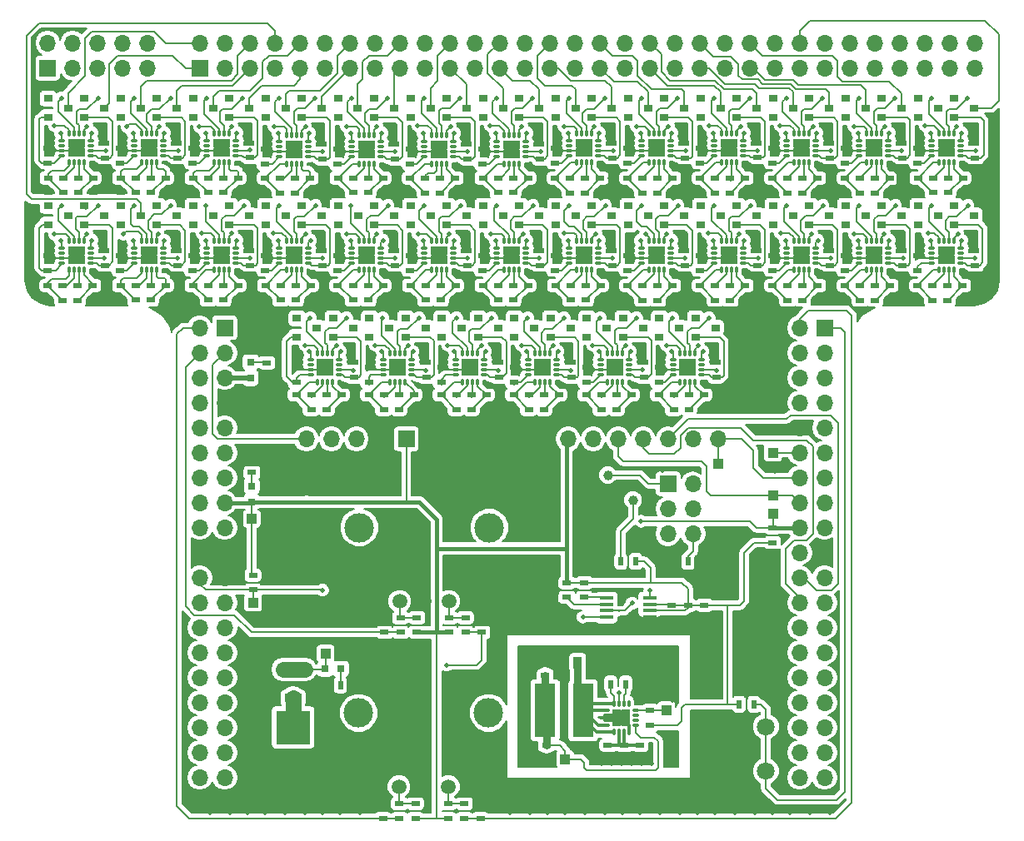
<source format=gbr>
G04 #@! TF.FileFunction,Copper,L1,Top,Signal*
%FSLAX46Y46*%
G04 Gerber Fmt 4.6, Leading zero omitted, Abs format (unit mm)*
G04 Created by KiCad (PCBNEW 4.0.7-e2-6376~58~ubuntu17.04.1) date Tue Dec  5 16:04:06 2017*
%MOMM*%
%LPD*%
G01*
G04 APERTURE LIST*
%ADD10C,0.100000*%
%ADD11C,3.000000*%
%ADD12C,1.500000*%
%ADD13C,0.500000*%
%ADD14R,0.900000X0.500000*%
%ADD15C,1.800000*%
%ADD16R,0.800000X0.800000*%
%ADD17R,0.500000X0.900000*%
%ADD18R,1.000000X1.000000*%
%ADD19R,0.900000X1.200000*%
%ADD20O,0.750000X0.300000*%
%ADD21O,0.300000X0.750000*%
%ADD22R,0.900000X0.900000*%
%ADD23R,1.700000X1.700000*%
%ADD24O,1.700000X1.700000*%
%ADD25R,1.450000X0.450000*%
%ADD26R,1.700000X0.900000*%
%ADD27R,2.150000X5.500000*%
%ADD28R,3.500000X3.500000*%
%ADD29C,1.000000*%
%ADD30R,0.900000X0.800000*%
%ADD31C,1.200000*%
%ADD32C,0.800000*%
%ADD33C,0.200000*%
%ADD34C,0.400000*%
%ADD35C,0.300000*%
%ADD36C,1.600000*%
%ADD37C,0.800000*%
%ADD38C,0.600000*%
%ADD39C,0.500000*%
G04 APERTURE END LIST*
D10*
D11*
X34465000Y-52053000D03*
D12*
X43565000Y-59553000D03*
X38565000Y-59553000D03*
X41065000Y-59553000D03*
D11*
X47665000Y-52053000D03*
D13*
X26917200Y-56632000D03*
X21075200Y-56632000D03*
X36315200Y-56632000D03*
X38347200Y-56632000D03*
X40379200Y-56632000D03*
X34537200Y-56632000D03*
X32759200Y-56632000D03*
X28695200Y-56632000D03*
D14*
X40176000Y-81639000D03*
X40176000Y-80139000D03*
X36874000Y-81639000D03*
X36874000Y-80139000D03*
D13*
X19297200Y-81016000D03*
X21329200Y-81016000D03*
X23107200Y-81016000D03*
X30727200Y-81016000D03*
X28949200Y-81016000D03*
X26917200Y-81016000D03*
X24885200Y-81016000D03*
X34537200Y-81016000D03*
X32505200Y-81016000D03*
X62985200Y-81016000D03*
X65017200Y-81016000D03*
X67049200Y-81016000D03*
X68827200Y-81016000D03*
X76447200Y-81016000D03*
X74669200Y-81016000D03*
X72637200Y-81016000D03*
X70605200Y-81016000D03*
X55365200Y-81016000D03*
X57397200Y-81016000D03*
X59429200Y-81016000D03*
X61207200Y-81016000D03*
X53587200Y-81016000D03*
X51809200Y-81016000D03*
X49777200Y-81016000D03*
X82289200Y-81016000D03*
X80257200Y-81016000D03*
X78225200Y-81016000D03*
X44189200Y-56632000D03*
X45967200Y-56632000D03*
X65017200Y-56632000D03*
X67049200Y-56632000D03*
X68827200Y-56632000D03*
X76447200Y-56632000D03*
X74669200Y-56632000D03*
X72637200Y-56632000D03*
X70605200Y-56632000D03*
X57397200Y-56632000D03*
X59429200Y-56632000D03*
X61207200Y-56632000D03*
X53587200Y-56632000D03*
X51809200Y-56632000D03*
X49777200Y-56632000D03*
X47745200Y-56632000D03*
X57651200Y-46218000D03*
X63493200Y-46218000D03*
X65271200Y-46218000D03*
X76701200Y-46345000D03*
X42411200Y-46218000D03*
X44443200Y-46218000D03*
X46475200Y-46218000D03*
X48253200Y-46218000D03*
X54095200Y-46218000D03*
X52063200Y-46218000D03*
X50031200Y-46218000D03*
X34791200Y-46218000D03*
X36823200Y-46218000D03*
X40633200Y-46218000D03*
X33013200Y-46218000D03*
X29203200Y-46218000D03*
X27171200Y-46218000D03*
X67811200Y-27168000D03*
X67811200Y-28946000D03*
X60191200Y-26914000D03*
X60191200Y-28946000D03*
X52317200Y-28946000D03*
X37585200Y-28946000D03*
X44951200Y-28946000D03*
X30219200Y-28946000D03*
X23615200Y-28946000D03*
X23615200Y-26914000D03*
X16249200Y-28946000D03*
X16249200Y-26914000D03*
X8629200Y-28946000D03*
X8629200Y-26914000D03*
X50920200Y-64379000D03*
X66287200Y-73650000D03*
X66287200Y-74666000D03*
X66287200Y-75682000D03*
X66287200Y-69586000D03*
X66287200Y-68570000D03*
X66287200Y-65522000D03*
X66287200Y-67554000D03*
X66287200Y-66538000D03*
D15*
X75781000Y-72299000D03*
X75781000Y-76799000D03*
X69281000Y-72299000D03*
X69281000Y-76799000D03*
D13*
X51936200Y-76063000D03*
X52952200Y-76063000D03*
X50920200Y-76063000D03*
X53968200Y-76063000D03*
X61080200Y-76063000D03*
X62096200Y-76063000D03*
X60064200Y-76063000D03*
X59048200Y-76063000D03*
X63112200Y-76063000D03*
X64128200Y-76063000D03*
X64128200Y-64379000D03*
X65144200Y-64379000D03*
X63112200Y-64379000D03*
X66160200Y-64379000D03*
X58032200Y-64379000D03*
X59048200Y-64379000D03*
X57016200Y-64379000D03*
X60064200Y-64379000D03*
X62096200Y-64379000D03*
X61080200Y-64379000D03*
X54984200Y-64379000D03*
X56000200Y-64379000D03*
X53968200Y-64379000D03*
X52952200Y-64379000D03*
X51936200Y-64379000D03*
X51047200Y-65522000D03*
X51047200Y-66538000D03*
X51047200Y-69586000D03*
X51047200Y-74666000D03*
X51047200Y-73650000D03*
X51047200Y-70602000D03*
X51047200Y-72634000D03*
X51047200Y-71618000D03*
X74923200Y-26406000D03*
X74923200Y-28692000D03*
X82289200Y-26406000D03*
X82289200Y-28692000D03*
X89909200Y-28438000D03*
X89909200Y-26406000D03*
X97275200Y-28438000D03*
X97275200Y-26406000D03*
X97275200Y-15992000D03*
X97275200Y-17770000D03*
X65271200Y-13477400D03*
X57879800Y-13477400D03*
X89909200Y-15992000D03*
X89909200Y-17770000D03*
X82543200Y-15992000D03*
X82543200Y-17770000D03*
X75177200Y-15992000D03*
X75177200Y-17770000D03*
X67557200Y-16754000D03*
X67557200Y-17770000D03*
X59937200Y-18024000D03*
X59937200Y-16500000D03*
X52825200Y-15992000D03*
X52825200Y-18024000D03*
X45459200Y-15992000D03*
X45459200Y-18024000D03*
X38093200Y-15992000D03*
X38093200Y-18024000D03*
X30727200Y-15992000D03*
X30727200Y-18024000D03*
X23615200Y-15992000D03*
X23615200Y-18024000D03*
X15995200Y-15484000D03*
X15995200Y-18024000D03*
D14*
X2838000Y-18012000D03*
X2838000Y-16512000D03*
D13*
X8629200Y-15992000D03*
X8629200Y-17770000D03*
X7359200Y-17770000D03*
D14*
X38525000Y-81639000D03*
X38525000Y-80139000D03*
X24936000Y-28934000D03*
X24936000Y-27434000D03*
D16*
X23539000Y-49431000D03*
X23539000Y-47831000D03*
D14*
X23539000Y-46460000D03*
X23539000Y-44960000D03*
D17*
X73081000Y-70030500D03*
X74581000Y-70030500D03*
D14*
X46780000Y-81639000D03*
X46780000Y-80139000D03*
X45129000Y-81639000D03*
X45129000Y-80139000D03*
X37001000Y-62716000D03*
X37001000Y-61216000D03*
X45256000Y-62716000D03*
X45256000Y-61216000D03*
X46907000Y-62716000D03*
X46907000Y-61216000D03*
D18*
X31032000Y-64887000D03*
D19*
X56646000Y-65812000D03*
X59946000Y-65812000D03*
D20*
X7204000Y-25134000D03*
X7204000Y-24634000D03*
X7204000Y-24134000D03*
X7204000Y-23634000D03*
D21*
X6479000Y-22909000D03*
X5979000Y-22909000D03*
X5479000Y-22909000D03*
X4979000Y-22909000D03*
D20*
X4254000Y-23634000D03*
X4254000Y-24134000D03*
X4254000Y-24634000D03*
X4254000Y-25134000D03*
D21*
X4979000Y-25859000D03*
X5479000Y-25859000D03*
X5979000Y-25859000D03*
X6479000Y-25859000D03*
D22*
X5279000Y-23934000D03*
X5279000Y-24834000D03*
X6179000Y-23934000D03*
X6179000Y-24834000D03*
D14*
X66211000Y-59946000D03*
X66211000Y-61446000D03*
X67862000Y-59946000D03*
X67862000Y-61446000D03*
X69513000Y-59946000D03*
X69513000Y-61446000D03*
X59693000Y-74206000D03*
X59693000Y-75706000D03*
X61344000Y-74206000D03*
X61344000Y-75706000D03*
X62995000Y-74206000D03*
X62995000Y-75706000D03*
D16*
X30994000Y-66411000D03*
X32594000Y-66411000D03*
X23412000Y-36858000D03*
X23412000Y-35258000D03*
D23*
X18302000Y-5334000D03*
D24*
X18302000Y-2794000D03*
X20842000Y-5334000D03*
X20842000Y-2794000D03*
X23382000Y-5334000D03*
X23382000Y-2794000D03*
X25922000Y-5334000D03*
X25922000Y-2794000D03*
X28462000Y-5334000D03*
X28462000Y-2794000D03*
X31002000Y-5334000D03*
X31002000Y-2794000D03*
X33542000Y-5334000D03*
X33542000Y-2794000D03*
X36082000Y-5334000D03*
X36082000Y-2794000D03*
X38622000Y-5334000D03*
X38622000Y-2794000D03*
X41162000Y-5334000D03*
X41162000Y-2794000D03*
X43702000Y-5334000D03*
X43702000Y-2794000D03*
X46242000Y-5334000D03*
X46242000Y-2794000D03*
X48782000Y-5334000D03*
X48782000Y-2794000D03*
X51322000Y-5334000D03*
X51322000Y-2794000D03*
X53862000Y-5334000D03*
X53862000Y-2794000D03*
X56402000Y-5334000D03*
X56402000Y-2794000D03*
X58942000Y-5334000D03*
X58942000Y-2794000D03*
X61482000Y-5334000D03*
X61482000Y-2794000D03*
X64022000Y-5334000D03*
X64022000Y-2794000D03*
X66562000Y-5334000D03*
X66562000Y-2794000D03*
X69102000Y-5334000D03*
X69102000Y-2794000D03*
X71642000Y-5334000D03*
X71642000Y-2794000D03*
X74182000Y-5334000D03*
X74182000Y-2794000D03*
X76722000Y-5334000D03*
X76722000Y-2794000D03*
X79262000Y-5334000D03*
X79262000Y-2794000D03*
X81802000Y-5334000D03*
X81802000Y-2794000D03*
X84342000Y-5334000D03*
X84342000Y-2794000D03*
X86882000Y-5334000D03*
X86882000Y-2794000D03*
X89422000Y-5334000D03*
X89422000Y-2794000D03*
X91962000Y-5334000D03*
X91962000Y-2794000D03*
X94502000Y-5334000D03*
X94502000Y-2794000D03*
X97042000Y-5334000D03*
X97042000Y-2794000D03*
D23*
X65830000Y-47615000D03*
D24*
X68370000Y-47615000D03*
X65830000Y-50155000D03*
X68370000Y-50155000D03*
X65830000Y-52695000D03*
X68370000Y-52695000D03*
D23*
X39236200Y-43043000D03*
D24*
X36696200Y-43043000D03*
X34156200Y-43043000D03*
X31616200Y-43043000D03*
X29076200Y-43043000D03*
D23*
X2808000Y-5334000D03*
D24*
X2808000Y-2794000D03*
X5348000Y-5334000D03*
X5348000Y-2794000D03*
X7888000Y-5334000D03*
X7888000Y-2794000D03*
X10428000Y-5334000D03*
X10428000Y-2794000D03*
X12968000Y-5334000D03*
X12968000Y-2794000D03*
D23*
X20790000Y-31740000D03*
D24*
X18250000Y-31740000D03*
X20790000Y-34280000D03*
X18250000Y-34280000D03*
X20790000Y-36820000D03*
X18250000Y-36820000D03*
X20790000Y-39360000D03*
X18250000Y-39360000D03*
X20790000Y-41900000D03*
X18250000Y-41900000D03*
X20790000Y-44440000D03*
X18250000Y-44440000D03*
X20790000Y-46980000D03*
X18250000Y-46980000D03*
X20790000Y-49520000D03*
X18250000Y-49520000D03*
X20790000Y-52060000D03*
X18250000Y-52060000D03*
X20790000Y-54600000D03*
X18250000Y-54600000D03*
X20790000Y-57140000D03*
X18250000Y-57140000D03*
X20790000Y-59680000D03*
X18250000Y-59680000D03*
X20790000Y-62220000D03*
X18250000Y-62220000D03*
X20790000Y-64760000D03*
X18250000Y-64760000D03*
X20790000Y-67300000D03*
X18250000Y-67300000D03*
X20790000Y-69840000D03*
X18250000Y-69840000D03*
X20790000Y-72380000D03*
X18250000Y-72380000D03*
X20790000Y-74920000D03*
X18250000Y-74920000D03*
X20790000Y-77460000D03*
X18250000Y-77460000D03*
D23*
X81750000Y-31740000D03*
D24*
X79210000Y-31740000D03*
X81750000Y-34280000D03*
X79210000Y-34280000D03*
X81750000Y-36820000D03*
X79210000Y-36820000D03*
X81750000Y-39360000D03*
X79210000Y-39360000D03*
X81750000Y-41900000D03*
X79210000Y-41900000D03*
X81750000Y-44440000D03*
X79210000Y-44440000D03*
X81750000Y-46980000D03*
X79210000Y-46980000D03*
X81750000Y-49520000D03*
X79210000Y-49520000D03*
X81750000Y-52060000D03*
X79210000Y-52060000D03*
X81750000Y-54600000D03*
X79210000Y-54600000D03*
X81750000Y-57140000D03*
X79210000Y-57140000D03*
X81750000Y-59680000D03*
X79210000Y-59680000D03*
X81750000Y-62220000D03*
X79210000Y-62220000D03*
X81750000Y-64760000D03*
X79210000Y-64760000D03*
X81750000Y-67300000D03*
X79210000Y-67300000D03*
X81750000Y-69840000D03*
X79210000Y-69840000D03*
X81750000Y-72380000D03*
X79210000Y-72380000D03*
X81750000Y-74920000D03*
X79210000Y-74920000D03*
X81750000Y-77460000D03*
X79210000Y-77460000D03*
D14*
X57321000Y-57660000D03*
X57321000Y-59160000D03*
X55543000Y-57660000D03*
X55543000Y-59160000D03*
D17*
X61016000Y-55489000D03*
X62516000Y-55489000D03*
X67850000Y-55489000D03*
X66350000Y-55489000D03*
D14*
X5886000Y-18012000D03*
X5886000Y-16512000D03*
X7410000Y-18012000D03*
X7410000Y-16512000D03*
X8650000Y-14466000D03*
X8650000Y-12966000D03*
X2808000Y-14974000D03*
X2808000Y-13474000D03*
X4362000Y-18012000D03*
X4362000Y-16512000D03*
X5856000Y-28944000D03*
X5856000Y-27444000D03*
X7380000Y-28944000D03*
X7380000Y-27444000D03*
X8650000Y-25388000D03*
X8650000Y-23888000D03*
X2808000Y-25896000D03*
X2808000Y-24396000D03*
X2808000Y-28944000D03*
X2808000Y-27444000D03*
X4332000Y-28944000D03*
X4332000Y-27444000D03*
X13252000Y-18012000D03*
X13252000Y-16512000D03*
X14776000Y-18012000D03*
X14776000Y-16512000D03*
X16016000Y-14466000D03*
X16016000Y-12966000D03*
X10174000Y-14974000D03*
X10174000Y-13474000D03*
X10204000Y-18012000D03*
X10204000Y-16512000D03*
X11728000Y-18012000D03*
X11728000Y-16512000D03*
X13252000Y-28934000D03*
X13252000Y-27434000D03*
X14776000Y-28934000D03*
X14776000Y-27434000D03*
X16016000Y-25388000D03*
X16016000Y-23888000D03*
X10174000Y-25896000D03*
X10174000Y-24396000D03*
X10204000Y-28934000D03*
X10204000Y-27434000D03*
X11728000Y-28934000D03*
X11728000Y-27434000D03*
X20618000Y-18012000D03*
X20618000Y-16512000D03*
X22142000Y-18012000D03*
X22142000Y-16512000D03*
X23361200Y-14456000D03*
X23361200Y-12956000D03*
X17540000Y-14974000D03*
X17540000Y-13474000D03*
X17570000Y-18012000D03*
X17570000Y-16512000D03*
X19094000Y-18012000D03*
X19094000Y-16512000D03*
X20618000Y-28934000D03*
X20618000Y-27434000D03*
X22142000Y-28934000D03*
X22142000Y-27434000D03*
X23382000Y-25388000D03*
X23382000Y-23888000D03*
X17540000Y-25896000D03*
X17540000Y-24396000D03*
X17570000Y-28934000D03*
X17570000Y-27434000D03*
X19094000Y-28934000D03*
X19094000Y-27434000D03*
X27954000Y-18022000D03*
X27954000Y-16522000D03*
X29478000Y-18022000D03*
X29478000Y-16522000D03*
X30748000Y-14593000D03*
X30748000Y-13093000D03*
X24885200Y-15091000D03*
X24885200Y-13591000D03*
X24906000Y-18022000D03*
X24906000Y-16522000D03*
X26430000Y-18022000D03*
X26430000Y-16522000D03*
X27984000Y-28934000D03*
X27984000Y-27434000D03*
X29508000Y-28934000D03*
X29508000Y-27434000D03*
X30748000Y-25388000D03*
X30748000Y-23888000D03*
X24906000Y-25896000D03*
X24906000Y-24396000D03*
X26460000Y-28934000D03*
X26460000Y-27434000D03*
X35350000Y-18012000D03*
X35350000Y-16512000D03*
X36874000Y-18012000D03*
X36874000Y-16512000D03*
X38114000Y-14593000D03*
X38114000Y-13093000D03*
X32272000Y-15101000D03*
X32272000Y-13601000D03*
X32302000Y-18012000D03*
X32302000Y-16512000D03*
X33826000Y-18012000D03*
X33826000Y-16512000D03*
X35350000Y-28934000D03*
X35350000Y-27434000D03*
X36874000Y-28934000D03*
X36874000Y-27434000D03*
X38114000Y-25388000D03*
X38114000Y-23888000D03*
X32272000Y-25896000D03*
X32272000Y-24396000D03*
X32272000Y-28944000D03*
X32272000Y-27444000D03*
X33826000Y-28934000D03*
X33826000Y-27434000D03*
X42686000Y-18022000D03*
X42686000Y-16522000D03*
X44210000Y-18022000D03*
X44210000Y-16522000D03*
X45480000Y-14593000D03*
X45480000Y-13093000D03*
X39638000Y-15101000D03*
X39638000Y-13601000D03*
X39638000Y-18022000D03*
X39638000Y-16522000D03*
X41162000Y-18022000D03*
X41162000Y-16522000D03*
X42716000Y-28934000D03*
X42716000Y-27434000D03*
X44240000Y-28934000D03*
X44240000Y-27434000D03*
X45480000Y-25388000D03*
X45480000Y-23888000D03*
X39638000Y-25896000D03*
X39638000Y-24396000D03*
X39668000Y-28934000D03*
X39668000Y-27434000D03*
X41192000Y-28934000D03*
X41192000Y-27434000D03*
X50082000Y-18012000D03*
X50082000Y-16512000D03*
X51606000Y-18012000D03*
X51606000Y-16512000D03*
X52846000Y-14593000D03*
X52846000Y-13093000D03*
X47004000Y-15101000D03*
X47004000Y-13601000D03*
X47034000Y-18012000D03*
X47034000Y-16512000D03*
X48558000Y-18012000D03*
X48558000Y-16512000D03*
X50082000Y-28934000D03*
X50082000Y-27434000D03*
X51606000Y-28934000D03*
X51606000Y-27434000D03*
X52846000Y-25388000D03*
X52846000Y-23888000D03*
X47004000Y-25896000D03*
X47004000Y-24396000D03*
X47034000Y-28934000D03*
X47034000Y-27434000D03*
X48558000Y-28934000D03*
X48558000Y-27434000D03*
X57418000Y-18022000D03*
X57418000Y-16522000D03*
X58942000Y-18022000D03*
X58942000Y-16522000D03*
X60212000Y-14466000D03*
X60212000Y-12966000D03*
X54370000Y-14974000D03*
X54370000Y-13474000D03*
X54370000Y-18022000D03*
X54370000Y-16522000D03*
X55894000Y-18022000D03*
X55894000Y-16522000D03*
X57448000Y-28934000D03*
X57448000Y-27434000D03*
X58972000Y-28934000D03*
X58972000Y-27434000D03*
X60212000Y-25388000D03*
X60212000Y-23888000D03*
X54370000Y-25896000D03*
X54370000Y-24396000D03*
X54400000Y-28934000D03*
X54400000Y-27434000D03*
X55924000Y-28934000D03*
X55924000Y-27434000D03*
X67933600Y-40069200D03*
X67933600Y-38569200D03*
X69457600Y-40069200D03*
X69457600Y-38569200D03*
X70727600Y-36767200D03*
X70727600Y-35267200D03*
X64885600Y-37275200D03*
X64885600Y-35775200D03*
X64885600Y-40069200D03*
X64885600Y-38569200D03*
X66409600Y-40069200D03*
X66409600Y-38569200D03*
X60567600Y-40069200D03*
X60567600Y-38569200D03*
X62091600Y-40069200D03*
X62091600Y-38569200D03*
X63361600Y-36767200D03*
X63361600Y-35267200D03*
X57519600Y-37275200D03*
X57519600Y-35775200D03*
X57519600Y-40069200D03*
X57519600Y-38569200D03*
X59043600Y-40069200D03*
X59043600Y-38569200D03*
X53201600Y-40069200D03*
X53201600Y-38569200D03*
X54725600Y-40069200D03*
X54725600Y-38569200D03*
X55995600Y-36767200D03*
X55995600Y-35267200D03*
X50153600Y-37275200D03*
X50153600Y-35775200D03*
X50153600Y-40069200D03*
X50153600Y-38569200D03*
X51677600Y-40069200D03*
X51677600Y-38569200D03*
X45835600Y-40069200D03*
X45835600Y-38569200D03*
X47359600Y-40069200D03*
X47359600Y-38569200D03*
X48629600Y-36767200D03*
X48629600Y-35267200D03*
X42787600Y-37275200D03*
X42787600Y-35775200D03*
X42787600Y-40069200D03*
X42787600Y-38569200D03*
X44311600Y-40069200D03*
X44311600Y-38569200D03*
X38469600Y-40069200D03*
X38469600Y-38569200D03*
X39993600Y-40069200D03*
X39993600Y-38569200D03*
X41263600Y-36767200D03*
X41263600Y-35267200D03*
X35421600Y-37275200D03*
X35421600Y-35775200D03*
X35421600Y-40069200D03*
X35421600Y-38569200D03*
X36945600Y-40069200D03*
X36945600Y-38569200D03*
X31103600Y-40069200D03*
X31103600Y-38569200D03*
X32627600Y-40069200D03*
X32627600Y-38569200D03*
X33897600Y-36767200D03*
X33897600Y-35267200D03*
X28055600Y-37275200D03*
X28055600Y-35775200D03*
X28055600Y-40069200D03*
X28055600Y-38569200D03*
X29579600Y-40069200D03*
X29579600Y-38569200D03*
X94248000Y-28944000D03*
X94248000Y-27444000D03*
X95772000Y-28944000D03*
X95772000Y-27444000D03*
X97042000Y-25388000D03*
X97042000Y-23888000D03*
X91200000Y-25896000D03*
X91200000Y-24396000D03*
X91200000Y-28944000D03*
X91200000Y-27444000D03*
X92724000Y-28944000D03*
X92724000Y-27444000D03*
X94278000Y-18012000D03*
X94278000Y-16512000D03*
X95802000Y-18012000D03*
X95802000Y-16512000D03*
X97042000Y-14466000D03*
X97042000Y-12966000D03*
X91200000Y-14974000D03*
X91200000Y-13474000D03*
X91230000Y-18012000D03*
X91230000Y-16512000D03*
X92754000Y-18012000D03*
X92754000Y-16512000D03*
X86882000Y-28944000D03*
X86882000Y-27444000D03*
X88406000Y-28944000D03*
X88406000Y-27444000D03*
X89676000Y-25388000D03*
X89676000Y-23888000D03*
X83834000Y-25896000D03*
X83834000Y-24396000D03*
X83834000Y-28944000D03*
X83834000Y-27444000D03*
X85358000Y-28944000D03*
X85358000Y-27444000D03*
X86882000Y-18022000D03*
X86882000Y-16522000D03*
X88406000Y-18022000D03*
X88406000Y-16522000D03*
X89676000Y-14466000D03*
X89676000Y-12966000D03*
X83834000Y-14974000D03*
X83834000Y-13474000D03*
X83834000Y-18022000D03*
X83834000Y-16522000D03*
X85358000Y-18022000D03*
X85358000Y-16522000D03*
X79516000Y-28944000D03*
X79516000Y-27444000D03*
X81040000Y-28944000D03*
X81040000Y-27444000D03*
X82310000Y-25388000D03*
X82310000Y-23888000D03*
X76468000Y-25896000D03*
X76468000Y-24396000D03*
X76468000Y-28944000D03*
X76468000Y-27444000D03*
X77992000Y-28944000D03*
X77992000Y-27444000D03*
X79516000Y-18022000D03*
X79516000Y-16522000D03*
X81040000Y-18022000D03*
X81040000Y-16522000D03*
X82310000Y-14466000D03*
X82310000Y-12966000D03*
X76468000Y-14974000D03*
X76468000Y-13474000D03*
X76468000Y-18022000D03*
X76468000Y-16522000D03*
X77992000Y-18022000D03*
X77992000Y-16522000D03*
X72150000Y-28944000D03*
X72150000Y-27444000D03*
X73674000Y-28944000D03*
X73674000Y-27444000D03*
X74944000Y-25388000D03*
X74944000Y-23888000D03*
X69102000Y-25896000D03*
X69102000Y-24396000D03*
X69102000Y-28944000D03*
X69102000Y-27444000D03*
X70626000Y-28944000D03*
X70626000Y-27444000D03*
X72150000Y-18022000D03*
X72150000Y-16522000D03*
X73674000Y-18022000D03*
X73674000Y-16522000D03*
X74923200Y-14456000D03*
X74923200Y-12956000D03*
X69102000Y-14974000D03*
X69102000Y-13474000D03*
X69102000Y-18022000D03*
X69102000Y-16522000D03*
X70626000Y-18022000D03*
X70626000Y-16522000D03*
X64784000Y-28944000D03*
X64784000Y-27444000D03*
X66308000Y-28944000D03*
X66308000Y-27444000D03*
X67578000Y-25388000D03*
X67578000Y-23888000D03*
X61736000Y-25896000D03*
X61736000Y-24396000D03*
X61736000Y-28944000D03*
X61736000Y-27444000D03*
X63260000Y-28944000D03*
X63260000Y-27444000D03*
X64784000Y-18022000D03*
X64784000Y-16522000D03*
X66308000Y-18022000D03*
X66308000Y-16522000D03*
X67578000Y-14466000D03*
X67578000Y-12966000D03*
X61736000Y-14974000D03*
X61736000Y-13474000D03*
X61736000Y-18022000D03*
X61736000Y-16522000D03*
X63260000Y-18022000D03*
X63260000Y-16522000D03*
X64011000Y-72150000D03*
X64011000Y-70650000D03*
D17*
X32544000Y-68062000D03*
X31044000Y-68062000D03*
D14*
X25063000Y-35308000D03*
X25063000Y-36808000D03*
X23666000Y-56898000D03*
X23666000Y-58398000D03*
X76468000Y-53582000D03*
X76468000Y-52082000D03*
X43478000Y-81639000D03*
X43478000Y-80139000D03*
X43605000Y-62716000D03*
X43605000Y-61216000D03*
X40303000Y-62716000D03*
X40303000Y-61216000D03*
X38652000Y-62716000D03*
X38652000Y-61216000D03*
D18*
X65662000Y-70638000D03*
X23539000Y-51171000D03*
X55375000Y-75591000D03*
X76498000Y-48821500D03*
X76498000Y-44440000D03*
X23666000Y-59680000D03*
X76498000Y-50663000D03*
D20*
X14570000Y-14212000D03*
X14570000Y-13712000D03*
X14570000Y-13212000D03*
X14570000Y-12712000D03*
D21*
X13845000Y-11987000D03*
X13345000Y-11987000D03*
X12845000Y-11987000D03*
X12345000Y-11987000D03*
D20*
X11620000Y-12712000D03*
X11620000Y-13212000D03*
X11620000Y-13712000D03*
X11620000Y-14212000D03*
D21*
X12345000Y-14937000D03*
X12845000Y-14937000D03*
X13345000Y-14937000D03*
X13845000Y-14937000D03*
D22*
X12645000Y-13012000D03*
X12645000Y-13912000D03*
X13545000Y-13012000D03*
X13545000Y-13912000D03*
D20*
X14570000Y-25134000D03*
X14570000Y-24634000D03*
X14570000Y-24134000D03*
X14570000Y-23634000D03*
D21*
X13845000Y-22909000D03*
X13345000Y-22909000D03*
X12845000Y-22909000D03*
X12345000Y-22909000D03*
D20*
X11620000Y-23634000D03*
X11620000Y-24134000D03*
X11620000Y-24634000D03*
X11620000Y-25134000D03*
D21*
X12345000Y-25859000D03*
X12845000Y-25859000D03*
X13345000Y-25859000D03*
X13845000Y-25859000D03*
D22*
X12645000Y-23934000D03*
X12645000Y-24834000D03*
X13545000Y-23934000D03*
X13545000Y-24834000D03*
D20*
X21936000Y-14212000D03*
X21936000Y-13712000D03*
X21936000Y-13212000D03*
X21936000Y-12712000D03*
D21*
X21211000Y-11987000D03*
X20711000Y-11987000D03*
X20211000Y-11987000D03*
X19711000Y-11987000D03*
D20*
X18986000Y-12712000D03*
X18986000Y-13212000D03*
X18986000Y-13712000D03*
X18986000Y-14212000D03*
D21*
X19711000Y-14937000D03*
X20211000Y-14937000D03*
X20711000Y-14937000D03*
X21211000Y-14937000D03*
D22*
X20011000Y-13012000D03*
X20011000Y-13912000D03*
X20911000Y-13012000D03*
X20911000Y-13912000D03*
D20*
X21936000Y-25134000D03*
X21936000Y-24634000D03*
X21936000Y-24134000D03*
X21936000Y-23634000D03*
D21*
X21211000Y-22909000D03*
X20711000Y-22909000D03*
X20211000Y-22909000D03*
X19711000Y-22909000D03*
D20*
X18986000Y-23634000D03*
X18986000Y-24134000D03*
X18986000Y-24634000D03*
X18986000Y-25134000D03*
D21*
X19711000Y-25859000D03*
X20211000Y-25859000D03*
X20711000Y-25859000D03*
X21211000Y-25859000D03*
D22*
X20011000Y-23934000D03*
X20011000Y-24834000D03*
X20911000Y-23934000D03*
X20911000Y-24834000D03*
D20*
X29302000Y-14339000D03*
X29302000Y-13839000D03*
X29302000Y-13339000D03*
X29302000Y-12839000D03*
D21*
X28577000Y-12114000D03*
X28077000Y-12114000D03*
X27577000Y-12114000D03*
X27077000Y-12114000D03*
D20*
X26352000Y-12839000D03*
X26352000Y-13339000D03*
X26352000Y-13839000D03*
X26352000Y-14339000D03*
D21*
X27077000Y-15064000D03*
X27577000Y-15064000D03*
X28077000Y-15064000D03*
X28577000Y-15064000D03*
D22*
X27377000Y-13139000D03*
X27377000Y-14039000D03*
X28277000Y-13139000D03*
X28277000Y-14039000D03*
D20*
X29302000Y-25134000D03*
X29302000Y-24634000D03*
X29302000Y-24134000D03*
X29302000Y-23634000D03*
D21*
X28577000Y-22909000D03*
X28077000Y-22909000D03*
X27577000Y-22909000D03*
X27077000Y-22909000D03*
D20*
X26352000Y-23634000D03*
X26352000Y-24134000D03*
X26352000Y-24634000D03*
X26352000Y-25134000D03*
D21*
X27077000Y-25859000D03*
X27577000Y-25859000D03*
X28077000Y-25859000D03*
X28577000Y-25859000D03*
D22*
X27377000Y-23934000D03*
X27377000Y-24834000D03*
X28277000Y-23934000D03*
X28277000Y-24834000D03*
D20*
X36668000Y-14339000D03*
X36668000Y-13839000D03*
X36668000Y-13339000D03*
X36668000Y-12839000D03*
D21*
X35943000Y-12114000D03*
X35443000Y-12114000D03*
X34943000Y-12114000D03*
X34443000Y-12114000D03*
D20*
X33718000Y-12839000D03*
X33718000Y-13339000D03*
X33718000Y-13839000D03*
X33718000Y-14339000D03*
D21*
X34443000Y-15064000D03*
X34943000Y-15064000D03*
X35443000Y-15064000D03*
X35943000Y-15064000D03*
D22*
X34743000Y-13139000D03*
X34743000Y-14039000D03*
X35643000Y-13139000D03*
X35643000Y-14039000D03*
D20*
X36668000Y-25134000D03*
X36668000Y-24634000D03*
X36668000Y-24134000D03*
X36668000Y-23634000D03*
D21*
X35943000Y-22909000D03*
X35443000Y-22909000D03*
X34943000Y-22909000D03*
X34443000Y-22909000D03*
D20*
X33718000Y-23634000D03*
X33718000Y-24134000D03*
X33718000Y-24634000D03*
X33718000Y-25134000D03*
D21*
X34443000Y-25859000D03*
X34943000Y-25859000D03*
X35443000Y-25859000D03*
X35943000Y-25859000D03*
D22*
X34743000Y-23934000D03*
X34743000Y-24834000D03*
X35643000Y-23934000D03*
X35643000Y-24834000D03*
D20*
X44034000Y-14339000D03*
X44034000Y-13839000D03*
X44034000Y-13339000D03*
X44034000Y-12839000D03*
D21*
X43309000Y-12114000D03*
X42809000Y-12114000D03*
X42309000Y-12114000D03*
X41809000Y-12114000D03*
D20*
X41084000Y-12839000D03*
X41084000Y-13339000D03*
X41084000Y-13839000D03*
X41084000Y-14339000D03*
D21*
X41809000Y-15064000D03*
X42309000Y-15064000D03*
X42809000Y-15064000D03*
X43309000Y-15064000D03*
D22*
X42109000Y-13139000D03*
X42109000Y-14039000D03*
X43009000Y-13139000D03*
X43009000Y-14039000D03*
D20*
X44034000Y-25134000D03*
X44034000Y-24634000D03*
X44034000Y-24134000D03*
X44034000Y-23634000D03*
D21*
X43309000Y-22909000D03*
X42809000Y-22909000D03*
X42309000Y-22909000D03*
X41809000Y-22909000D03*
D20*
X41084000Y-23634000D03*
X41084000Y-24134000D03*
X41084000Y-24634000D03*
X41084000Y-25134000D03*
D21*
X41809000Y-25859000D03*
X42309000Y-25859000D03*
X42809000Y-25859000D03*
X43309000Y-25859000D03*
D22*
X42109000Y-23934000D03*
X42109000Y-24834000D03*
X43009000Y-23934000D03*
X43009000Y-24834000D03*
D20*
X51400000Y-14339000D03*
X51400000Y-13839000D03*
X51400000Y-13339000D03*
X51400000Y-12839000D03*
D21*
X50675000Y-12114000D03*
X50175000Y-12114000D03*
X49675000Y-12114000D03*
X49175000Y-12114000D03*
D20*
X48450000Y-12839000D03*
X48450000Y-13339000D03*
X48450000Y-13839000D03*
X48450000Y-14339000D03*
D21*
X49175000Y-15064000D03*
X49675000Y-15064000D03*
X50175000Y-15064000D03*
X50675000Y-15064000D03*
D22*
X49475000Y-13139000D03*
X49475000Y-14039000D03*
X50375000Y-13139000D03*
X50375000Y-14039000D03*
D20*
X51400000Y-25134000D03*
X51400000Y-24634000D03*
X51400000Y-24134000D03*
X51400000Y-23634000D03*
D21*
X50675000Y-22909000D03*
X50175000Y-22909000D03*
X49675000Y-22909000D03*
X49175000Y-22909000D03*
D20*
X48450000Y-23634000D03*
X48450000Y-24134000D03*
X48450000Y-24634000D03*
X48450000Y-25134000D03*
D21*
X49175000Y-25859000D03*
X49675000Y-25859000D03*
X50175000Y-25859000D03*
X50675000Y-25859000D03*
D22*
X49475000Y-23934000D03*
X49475000Y-24834000D03*
X50375000Y-23934000D03*
X50375000Y-24834000D03*
D20*
X58766000Y-14212000D03*
X58766000Y-13712000D03*
X58766000Y-13212000D03*
X58766000Y-12712000D03*
D21*
X58041000Y-11987000D03*
X57541000Y-11987000D03*
X57041000Y-11987000D03*
X56541000Y-11987000D03*
D20*
X55816000Y-12712000D03*
X55816000Y-13212000D03*
X55816000Y-13712000D03*
X55816000Y-14212000D03*
D21*
X56541000Y-14937000D03*
X57041000Y-14937000D03*
X57541000Y-14937000D03*
X58041000Y-14937000D03*
D22*
X56841000Y-13012000D03*
X56841000Y-13912000D03*
X57741000Y-13012000D03*
X57741000Y-13912000D03*
D20*
X58766000Y-25134000D03*
X58766000Y-24634000D03*
X58766000Y-24134000D03*
X58766000Y-23634000D03*
D21*
X58041000Y-22909000D03*
X57541000Y-22909000D03*
X57041000Y-22909000D03*
X56541000Y-22909000D03*
D20*
X55816000Y-23634000D03*
X55816000Y-24134000D03*
X55816000Y-24634000D03*
X55816000Y-25134000D03*
D21*
X56541000Y-25859000D03*
X57041000Y-25859000D03*
X57541000Y-25859000D03*
X58041000Y-25859000D03*
D22*
X56841000Y-23934000D03*
X56841000Y-24834000D03*
X57741000Y-23934000D03*
X57741000Y-24834000D03*
D20*
X66132000Y-14212000D03*
X66132000Y-13712000D03*
X66132000Y-13212000D03*
X66132000Y-12712000D03*
D21*
X65407000Y-11987000D03*
X64907000Y-11987000D03*
X64407000Y-11987000D03*
X63907000Y-11987000D03*
D20*
X63182000Y-12712000D03*
X63182000Y-13212000D03*
X63182000Y-13712000D03*
X63182000Y-14212000D03*
D21*
X63907000Y-14937000D03*
X64407000Y-14937000D03*
X64907000Y-14937000D03*
X65407000Y-14937000D03*
D22*
X64207000Y-13012000D03*
X64207000Y-13912000D03*
X65107000Y-13012000D03*
X65107000Y-13912000D03*
D20*
X66132000Y-25134000D03*
X66132000Y-24634000D03*
X66132000Y-24134000D03*
X66132000Y-23634000D03*
D21*
X65407000Y-22909000D03*
X64907000Y-22909000D03*
X64407000Y-22909000D03*
X63907000Y-22909000D03*
D20*
X63182000Y-23634000D03*
X63182000Y-24134000D03*
X63182000Y-24634000D03*
X63182000Y-25134000D03*
D21*
X63907000Y-25859000D03*
X64407000Y-25859000D03*
X64907000Y-25859000D03*
X65407000Y-25859000D03*
D22*
X64207000Y-23934000D03*
X64207000Y-24834000D03*
X65107000Y-23934000D03*
X65107000Y-24834000D03*
D20*
X73498000Y-14212000D03*
X73498000Y-13712000D03*
X73498000Y-13212000D03*
X73498000Y-12712000D03*
D21*
X72773000Y-11987000D03*
X72273000Y-11987000D03*
X71773000Y-11987000D03*
X71273000Y-11987000D03*
D20*
X70548000Y-12712000D03*
X70548000Y-13212000D03*
X70548000Y-13712000D03*
X70548000Y-14212000D03*
D21*
X71273000Y-14937000D03*
X71773000Y-14937000D03*
X72273000Y-14937000D03*
X72773000Y-14937000D03*
D22*
X71573000Y-13012000D03*
X71573000Y-13912000D03*
X72473000Y-13012000D03*
X72473000Y-13912000D03*
D20*
X73498000Y-25134000D03*
X73498000Y-24634000D03*
X73498000Y-24134000D03*
X73498000Y-23634000D03*
D21*
X72773000Y-22909000D03*
X72273000Y-22909000D03*
X71773000Y-22909000D03*
X71273000Y-22909000D03*
D20*
X70548000Y-23634000D03*
X70548000Y-24134000D03*
X70548000Y-24634000D03*
X70548000Y-25134000D03*
D21*
X71273000Y-25859000D03*
X71773000Y-25859000D03*
X72273000Y-25859000D03*
X72773000Y-25859000D03*
D22*
X71573000Y-23934000D03*
X71573000Y-24834000D03*
X72473000Y-23934000D03*
X72473000Y-24834000D03*
D20*
X80864000Y-14212000D03*
X80864000Y-13712000D03*
X80864000Y-13212000D03*
X80864000Y-12712000D03*
D21*
X80139000Y-11987000D03*
X79639000Y-11987000D03*
X79139000Y-11987000D03*
X78639000Y-11987000D03*
D20*
X77914000Y-12712000D03*
X77914000Y-13212000D03*
X77914000Y-13712000D03*
X77914000Y-14212000D03*
D21*
X78639000Y-14937000D03*
X79139000Y-14937000D03*
X79639000Y-14937000D03*
X80139000Y-14937000D03*
D22*
X78939000Y-13012000D03*
X78939000Y-13912000D03*
X79839000Y-13012000D03*
X79839000Y-13912000D03*
D20*
X80864000Y-25134000D03*
X80864000Y-24634000D03*
X80864000Y-24134000D03*
X80864000Y-23634000D03*
D21*
X80139000Y-22909000D03*
X79639000Y-22909000D03*
X79139000Y-22909000D03*
X78639000Y-22909000D03*
D20*
X77914000Y-23634000D03*
X77914000Y-24134000D03*
X77914000Y-24634000D03*
X77914000Y-25134000D03*
D21*
X78639000Y-25859000D03*
X79139000Y-25859000D03*
X79639000Y-25859000D03*
X80139000Y-25859000D03*
D22*
X78939000Y-23934000D03*
X78939000Y-24834000D03*
X79839000Y-23934000D03*
X79839000Y-24834000D03*
D20*
X88230000Y-14212000D03*
X88230000Y-13712000D03*
X88230000Y-13212000D03*
X88230000Y-12712000D03*
D21*
X87505000Y-11987000D03*
X87005000Y-11987000D03*
X86505000Y-11987000D03*
X86005000Y-11987000D03*
D20*
X85280000Y-12712000D03*
X85280000Y-13212000D03*
X85280000Y-13712000D03*
X85280000Y-14212000D03*
D21*
X86005000Y-14937000D03*
X86505000Y-14937000D03*
X87005000Y-14937000D03*
X87505000Y-14937000D03*
D22*
X86305000Y-13012000D03*
X86305000Y-13912000D03*
X87205000Y-13012000D03*
X87205000Y-13912000D03*
D20*
X88230000Y-25134000D03*
X88230000Y-24634000D03*
X88230000Y-24134000D03*
X88230000Y-23634000D03*
D21*
X87505000Y-22909000D03*
X87005000Y-22909000D03*
X86505000Y-22909000D03*
X86005000Y-22909000D03*
D20*
X85280000Y-23634000D03*
X85280000Y-24134000D03*
X85280000Y-24634000D03*
X85280000Y-25134000D03*
D21*
X86005000Y-25859000D03*
X86505000Y-25859000D03*
X87005000Y-25859000D03*
X87505000Y-25859000D03*
D22*
X86305000Y-23934000D03*
X86305000Y-24834000D03*
X87205000Y-23934000D03*
X87205000Y-24834000D03*
D20*
X95596000Y-14212000D03*
X95596000Y-13712000D03*
X95596000Y-13212000D03*
X95596000Y-12712000D03*
D21*
X94871000Y-11987000D03*
X94371000Y-11987000D03*
X93871000Y-11987000D03*
X93371000Y-11987000D03*
D20*
X92646000Y-12712000D03*
X92646000Y-13212000D03*
X92646000Y-13712000D03*
X92646000Y-14212000D03*
D21*
X93371000Y-14937000D03*
X93871000Y-14937000D03*
X94371000Y-14937000D03*
X94871000Y-14937000D03*
D22*
X93671000Y-13012000D03*
X93671000Y-13912000D03*
X94571000Y-13012000D03*
X94571000Y-13912000D03*
D20*
X95596000Y-25134000D03*
X95596000Y-24634000D03*
X95596000Y-24134000D03*
X95596000Y-23634000D03*
D21*
X94871000Y-22909000D03*
X94371000Y-22909000D03*
X93871000Y-22909000D03*
X93371000Y-22909000D03*
D20*
X92646000Y-23634000D03*
X92646000Y-24134000D03*
X92646000Y-24634000D03*
X92646000Y-25134000D03*
D21*
X93371000Y-25859000D03*
X93871000Y-25859000D03*
X94371000Y-25859000D03*
X94871000Y-25859000D03*
D22*
X93671000Y-23934000D03*
X93671000Y-24834000D03*
X94571000Y-23934000D03*
X94571000Y-24834000D03*
D20*
X32451600Y-36513200D03*
X32451600Y-36013200D03*
X32451600Y-35513200D03*
X32451600Y-35013200D03*
D21*
X31726600Y-34288200D03*
X31226600Y-34288200D03*
X30726600Y-34288200D03*
X30226600Y-34288200D03*
D20*
X29501600Y-35013200D03*
X29501600Y-35513200D03*
X29501600Y-36013200D03*
X29501600Y-36513200D03*
D21*
X30226600Y-37238200D03*
X30726600Y-37238200D03*
X31226600Y-37238200D03*
X31726600Y-37238200D03*
D22*
X30526600Y-35313200D03*
X30526600Y-36213200D03*
X31426600Y-35313200D03*
X31426600Y-36213200D03*
D20*
X39817600Y-36513200D03*
X39817600Y-36013200D03*
X39817600Y-35513200D03*
X39817600Y-35013200D03*
D21*
X39092600Y-34288200D03*
X38592600Y-34288200D03*
X38092600Y-34288200D03*
X37592600Y-34288200D03*
D20*
X36867600Y-35013200D03*
X36867600Y-35513200D03*
X36867600Y-36013200D03*
X36867600Y-36513200D03*
D21*
X37592600Y-37238200D03*
X38092600Y-37238200D03*
X38592600Y-37238200D03*
X39092600Y-37238200D03*
D22*
X37892600Y-35313200D03*
X37892600Y-36213200D03*
X38792600Y-35313200D03*
X38792600Y-36213200D03*
D20*
X47183600Y-36513200D03*
X47183600Y-36013200D03*
X47183600Y-35513200D03*
X47183600Y-35013200D03*
D21*
X46458600Y-34288200D03*
X45958600Y-34288200D03*
X45458600Y-34288200D03*
X44958600Y-34288200D03*
D20*
X44233600Y-35013200D03*
X44233600Y-35513200D03*
X44233600Y-36013200D03*
X44233600Y-36513200D03*
D21*
X44958600Y-37238200D03*
X45458600Y-37238200D03*
X45958600Y-37238200D03*
X46458600Y-37238200D03*
D22*
X45258600Y-35313200D03*
X45258600Y-36213200D03*
X46158600Y-35313200D03*
X46158600Y-36213200D03*
D20*
X54549600Y-36513200D03*
X54549600Y-36013200D03*
X54549600Y-35513200D03*
X54549600Y-35013200D03*
D21*
X53824600Y-34288200D03*
X53324600Y-34288200D03*
X52824600Y-34288200D03*
X52324600Y-34288200D03*
D20*
X51599600Y-35013200D03*
X51599600Y-35513200D03*
X51599600Y-36013200D03*
X51599600Y-36513200D03*
D21*
X52324600Y-37238200D03*
X52824600Y-37238200D03*
X53324600Y-37238200D03*
X53824600Y-37238200D03*
D22*
X52624600Y-35313200D03*
X52624600Y-36213200D03*
X53524600Y-35313200D03*
X53524600Y-36213200D03*
D20*
X61915600Y-36513200D03*
X61915600Y-36013200D03*
X61915600Y-35513200D03*
X61915600Y-35013200D03*
D21*
X61190600Y-34288200D03*
X60690600Y-34288200D03*
X60190600Y-34288200D03*
X59690600Y-34288200D03*
D20*
X58965600Y-35013200D03*
X58965600Y-35513200D03*
X58965600Y-36013200D03*
X58965600Y-36513200D03*
D21*
X59690600Y-37238200D03*
X60190600Y-37238200D03*
X60690600Y-37238200D03*
X61190600Y-37238200D03*
D22*
X59990600Y-35313200D03*
X59990600Y-36213200D03*
X60890600Y-35313200D03*
X60890600Y-36213200D03*
D20*
X69281600Y-36513200D03*
X69281600Y-36013200D03*
X69281600Y-35513200D03*
X69281600Y-35013200D03*
D21*
X68556600Y-34288200D03*
X68056600Y-34288200D03*
X67556600Y-34288200D03*
X67056600Y-34288200D03*
D20*
X66331600Y-35013200D03*
X66331600Y-35513200D03*
X66331600Y-36013200D03*
X66331600Y-36513200D03*
D21*
X67056600Y-37238200D03*
X67556600Y-37238200D03*
X68056600Y-37238200D03*
X68556600Y-37238200D03*
D22*
X67356600Y-35313200D03*
X67356600Y-36213200D03*
X68256600Y-35313200D03*
X68256600Y-36213200D03*
D21*
X60340000Y-72875000D03*
X60840000Y-72875000D03*
X61340000Y-72875000D03*
X61840000Y-72875000D03*
D20*
X62565000Y-72150000D03*
X62565000Y-71650000D03*
X62565000Y-71150000D03*
X62565000Y-70650000D03*
D21*
X61840000Y-69925000D03*
X61340000Y-69925000D03*
X60840000Y-69925000D03*
X60340000Y-69925000D03*
D20*
X59615000Y-70650000D03*
X59615000Y-71150000D03*
X59615000Y-71650000D03*
X59615000Y-72150000D03*
D22*
X61540000Y-70950000D03*
X60640000Y-70950000D03*
X61540000Y-71850000D03*
X60640000Y-71850000D03*
D20*
X7204000Y-14212000D03*
X7204000Y-13712000D03*
X7204000Y-13212000D03*
X7204000Y-12712000D03*
D21*
X6479000Y-11987000D03*
X5979000Y-11987000D03*
X5479000Y-11987000D03*
X4979000Y-11987000D03*
D20*
X4254000Y-12712000D03*
X4254000Y-13212000D03*
X4254000Y-13712000D03*
X4254000Y-14212000D03*
D21*
X4979000Y-14937000D03*
X5479000Y-14937000D03*
X5979000Y-14937000D03*
X6479000Y-14937000D03*
D22*
X5279000Y-13012000D03*
X5279000Y-13912000D03*
X6179000Y-13012000D03*
X6179000Y-13912000D03*
D25*
X59566000Y-59213000D03*
X59566000Y-59863000D03*
X59566000Y-60513000D03*
X59566000Y-61163000D03*
X63966000Y-61163000D03*
X63966000Y-60513000D03*
X63966000Y-59863000D03*
X63966000Y-59213000D03*
D17*
X60022500Y-67971000D03*
X61522500Y-67971000D03*
D14*
X53343000Y-67070000D03*
X53343000Y-65570000D03*
X53470000Y-74206000D03*
X53470000Y-75706000D03*
D26*
X27730000Y-66485000D03*
X27730000Y-69385000D03*
D27*
X53362000Y-70638000D03*
X57212000Y-70638000D03*
D11*
X34400000Y-70900000D03*
D12*
X43500000Y-78400000D03*
X38500000Y-78400000D03*
X41000000Y-78400000D03*
D11*
X47600000Y-70900000D03*
D23*
X53130000Y-43043000D03*
D24*
X55670000Y-43043000D03*
X58210000Y-43043000D03*
X60750000Y-43043000D03*
X63290000Y-43043000D03*
X65830000Y-43043000D03*
X68370000Y-43043000D03*
X70910000Y-43043000D03*
D28*
X27730000Y-72380000D03*
X27730000Y-78380000D03*
X32430000Y-75380000D03*
D29*
X62274000Y-49266000D03*
X57194000Y-49266000D03*
X59734000Y-46726000D03*
D18*
X70910000Y-45583000D03*
D30*
X6537000Y-8438000D03*
X6537000Y-10338000D03*
X8537000Y-9388000D03*
X2854000Y-8438000D03*
X2854000Y-10338000D03*
X4854000Y-9388000D03*
X6537000Y-19360000D03*
X6537000Y-21260000D03*
X8537000Y-20310000D03*
X2854000Y-19360000D03*
X2854000Y-21260000D03*
X4854000Y-20310000D03*
X13903000Y-8438000D03*
X13903000Y-10338000D03*
X15903000Y-9388000D03*
X10220000Y-8438000D03*
X10220000Y-10338000D03*
X12220000Y-9388000D03*
X13903000Y-19360000D03*
X13903000Y-21260000D03*
X15903000Y-20310000D03*
X10220000Y-19360000D03*
X10220000Y-21260000D03*
X12220000Y-20310000D03*
X21269000Y-8438000D03*
X21269000Y-10338000D03*
X23269000Y-9388000D03*
X17586000Y-8438000D03*
X17586000Y-10338000D03*
X19586000Y-9388000D03*
X21269000Y-19360000D03*
X21269000Y-21260000D03*
X23269000Y-20310000D03*
X17586000Y-19360000D03*
X17586000Y-21260000D03*
X19586000Y-20310000D03*
X28635000Y-8438000D03*
X28635000Y-10338000D03*
X30635000Y-9388000D03*
X24952000Y-8438000D03*
X24952000Y-10338000D03*
X26952000Y-9388000D03*
X28635000Y-19360000D03*
X28635000Y-21260000D03*
X30635000Y-20310000D03*
X24952000Y-19360000D03*
X24952000Y-21260000D03*
X26952000Y-20310000D03*
X35975600Y-8438000D03*
X35975600Y-10338000D03*
X37975600Y-9388000D03*
X32292600Y-8438000D03*
X32292600Y-10338000D03*
X34292600Y-9388000D03*
X36001000Y-19360000D03*
X36001000Y-21260000D03*
X38001000Y-20310000D03*
X32318000Y-19360000D03*
X32318000Y-21260000D03*
X34318000Y-20310000D03*
X43367000Y-8438000D03*
X43367000Y-10338000D03*
X45367000Y-9388000D03*
X39684000Y-8438000D03*
X39684000Y-10338000D03*
X41684000Y-9388000D03*
X43367000Y-19360000D03*
X43367000Y-21260000D03*
X45367000Y-20310000D03*
X39684000Y-19360000D03*
X39684000Y-21260000D03*
X41684000Y-20310000D03*
X50733000Y-8438000D03*
X50733000Y-10338000D03*
X52733000Y-9388000D03*
X47050000Y-8438000D03*
X47050000Y-10338000D03*
X49050000Y-9388000D03*
X50733000Y-19360000D03*
X50733000Y-21260000D03*
X52733000Y-20310000D03*
X47050000Y-19360000D03*
X47050000Y-21260000D03*
X49050000Y-20310000D03*
X58099000Y-8438000D03*
X58099000Y-10338000D03*
X60099000Y-9388000D03*
X54416000Y-8438000D03*
X54416000Y-10338000D03*
X56416000Y-9388000D03*
X58099000Y-19360000D03*
X58099000Y-21260000D03*
X60099000Y-20310000D03*
X54416000Y-19360000D03*
X54416000Y-21260000D03*
X56416000Y-20310000D03*
X65465000Y-8438000D03*
X65465000Y-10338000D03*
X67465000Y-9388000D03*
X61782000Y-8438000D03*
X61782000Y-10338000D03*
X63782000Y-9388000D03*
X65465000Y-19360000D03*
X65465000Y-21260000D03*
X67465000Y-20310000D03*
X61782000Y-19360000D03*
X61782000Y-21260000D03*
X63782000Y-20310000D03*
X72831000Y-8438000D03*
X72831000Y-10338000D03*
X74831000Y-9388000D03*
X69148000Y-8438000D03*
X69148000Y-10338000D03*
X71148000Y-9388000D03*
X72831000Y-19360000D03*
X72831000Y-21260000D03*
X74831000Y-20310000D03*
X69148000Y-19360000D03*
X69148000Y-21260000D03*
X71148000Y-20310000D03*
X80197000Y-8438000D03*
X80197000Y-10338000D03*
X82197000Y-9388000D03*
X76514000Y-8438000D03*
X76514000Y-10338000D03*
X78514000Y-9388000D03*
X80197000Y-19360000D03*
X80197000Y-21260000D03*
X82197000Y-20310000D03*
X76514000Y-19360000D03*
X76514000Y-21260000D03*
X78514000Y-20310000D03*
X87563000Y-8438000D03*
X87563000Y-10338000D03*
X89563000Y-9388000D03*
X83880000Y-8438000D03*
X83880000Y-10338000D03*
X85880000Y-9388000D03*
X87563000Y-19360000D03*
X87563000Y-21260000D03*
X89563000Y-20310000D03*
X83880000Y-19360000D03*
X83880000Y-21260000D03*
X85880000Y-20310000D03*
X94929000Y-8438000D03*
X94929000Y-10338000D03*
X96929000Y-9388000D03*
X91246000Y-8438000D03*
X91246000Y-10338000D03*
X93246000Y-9388000D03*
X94929000Y-19360000D03*
X94929000Y-21260000D03*
X96929000Y-20310000D03*
X91246000Y-19360000D03*
X91246000Y-21260000D03*
X93246000Y-20310000D03*
X31810000Y-30790000D03*
X31810000Y-32690000D03*
X33810000Y-31740000D03*
X28127000Y-30790000D03*
X28127000Y-32690000D03*
X30127000Y-31740000D03*
X39176000Y-30790000D03*
X39176000Y-32690000D03*
X41176000Y-31740000D03*
X35493000Y-30790000D03*
X35493000Y-32690000D03*
X37493000Y-31740000D03*
X46542000Y-30790000D03*
X46542000Y-32690000D03*
X48542000Y-31740000D03*
X42859000Y-30790000D03*
X42859000Y-32690000D03*
X44859000Y-31740000D03*
X53908000Y-30790000D03*
X53908000Y-32690000D03*
X55908000Y-31740000D03*
X50225000Y-30790000D03*
X50225000Y-32690000D03*
X52225000Y-31740000D03*
X61274000Y-30790000D03*
X61274000Y-32690000D03*
X63274000Y-31740000D03*
X57591000Y-30790000D03*
X57591000Y-32690000D03*
X59591000Y-31740000D03*
X68640000Y-30790000D03*
X68640000Y-32690000D03*
X70640000Y-31740000D03*
X64957000Y-30790000D03*
X64957000Y-32690000D03*
X66957000Y-31740000D03*
D13*
X2787200Y-17770000D03*
X61540000Y-70950000D03*
X61540000Y-71850000D03*
X60212000Y-12966000D03*
X52846000Y-13093000D03*
X35643000Y-23934000D03*
X94571000Y-23934000D03*
X87205000Y-23934000D03*
X79839000Y-23934000D03*
X72473000Y-23934000D03*
X65107000Y-23934000D03*
X57741000Y-23934000D03*
X50375000Y-23934000D03*
X43009000Y-23934000D03*
X28277000Y-23934000D03*
X20011000Y-23934000D03*
X13545000Y-23934000D03*
X68256600Y-35313200D03*
X60890600Y-35313200D03*
X53524600Y-35313200D03*
X31413000Y-35296000D03*
X38792600Y-35313200D03*
X46158600Y-35313200D03*
X5279000Y-23934000D03*
X94571000Y-13012000D03*
X87205000Y-13912000D03*
X79839000Y-13912000D03*
X72473000Y-13912000D03*
X50375000Y-14039000D03*
X43009000Y-14039000D03*
X35643000Y-14039000D03*
X28277000Y-14039000D03*
X20911000Y-13912000D03*
X13545000Y-13012000D03*
X6179000Y-13012000D03*
X88359800Y-15585600D03*
X91230000Y-18012000D03*
X95802000Y-18012000D03*
X60640000Y-71850000D03*
X60640000Y-70950000D03*
X97042000Y-12966000D03*
X89676000Y-12966000D03*
X82310000Y-12966000D03*
X74923200Y-12956000D03*
X67578000Y-12966000D03*
X45480000Y-13093000D03*
X38114000Y-13093000D03*
X30748000Y-13093000D03*
X23361200Y-12956000D03*
X16016000Y-12966000D03*
X8650000Y-12966000D03*
X97042000Y-23888000D03*
X89676000Y-23888000D03*
X82310000Y-23888000D03*
X74944000Y-23888000D03*
X67578000Y-23888000D03*
X60212000Y-23888000D03*
X52846000Y-23888000D03*
X45480000Y-23888000D03*
X38114000Y-23888000D03*
X30748000Y-23888000D03*
X23382000Y-23888000D03*
X16016000Y-23888000D03*
X8650000Y-23888000D03*
X70727600Y-35267200D03*
X63361600Y-35267200D03*
X55995600Y-35267200D03*
X48629600Y-35267200D03*
X41263600Y-35267200D03*
X33897600Y-35267200D03*
X32627600Y-40069200D03*
X28055600Y-40069200D03*
X39993600Y-40069200D03*
X35421600Y-40069200D03*
X47359600Y-40069200D03*
X42787600Y-40069200D03*
X54725600Y-40069200D03*
X50153600Y-40069200D03*
X69457600Y-40069200D03*
X64885600Y-40069200D03*
X57519600Y-40069200D03*
X62091600Y-40069200D03*
X17540000Y-13474000D03*
X2808000Y-28944000D03*
X2808000Y-24396000D03*
X10174000Y-24396000D03*
X10174000Y-13474000D03*
X2808000Y-13474000D03*
X60191200Y-24628000D03*
X67557200Y-24628000D03*
X60851600Y-68874800D03*
D31*
X28936500Y-66474500D03*
X26714000Y-66474500D03*
D13*
X15995200Y-24628000D03*
X59693000Y-74206000D03*
X61344000Y-74206000D03*
X62995000Y-74206000D03*
X63264600Y-36007200D03*
X70783000Y-36058000D03*
X55924000Y-36058000D03*
X48558000Y-36058000D03*
X41192000Y-36058000D03*
X33826000Y-36058000D03*
X97046600Y-24628000D03*
X89706000Y-24628000D03*
X82340000Y-24628000D03*
X97072000Y-13706000D03*
X89579000Y-13706000D03*
X82340000Y-13706000D03*
X74923200Y-13706000D03*
X74974000Y-24628000D03*
X67608000Y-13706000D03*
X60242000Y-13706000D03*
X52749000Y-24628000D03*
X52876000Y-13833000D03*
X23361200Y-13694000D03*
X45480000Y-13831000D03*
X38114000Y-13831000D03*
X30748000Y-13831000D03*
X45480000Y-24626000D03*
X38114000Y-24626000D03*
X30748000Y-24626000D03*
X23382000Y-24626000D03*
X16046000Y-13706000D03*
X8553000Y-24628000D03*
X8680000Y-13706000D03*
D32*
X53362000Y-70638000D03*
D13*
X43351000Y-66030000D03*
X8537000Y-20310000D03*
X4854000Y-20310000D03*
X15903000Y-20310000D03*
X23269000Y-20310000D03*
X19678200Y-20310000D03*
X30635000Y-20310000D03*
X26952000Y-20310000D03*
X38001000Y-20310000D03*
X34410200Y-20310000D03*
X45367000Y-20310000D03*
X41684000Y-20310000D03*
X52733000Y-20310000D03*
X49050000Y-20310000D03*
X60099000Y-20310000D03*
X56416000Y-20310000D03*
X63782000Y-20310000D03*
X67455600Y-20310000D03*
X71164000Y-20310000D03*
X74831000Y-20310000D03*
X78514000Y-20310000D03*
X82213000Y-20310000D03*
X85880000Y-20310000D03*
X89563000Y-20310000D03*
X93246000Y-9388000D03*
X93246000Y-20310000D03*
X96929000Y-20310000D03*
X30127000Y-31740000D03*
X33851400Y-31740000D03*
X37493000Y-31740000D03*
X41217400Y-31765400D03*
X44859000Y-31740000D03*
X48558000Y-31765400D03*
X52225000Y-31740000D03*
X55908000Y-31740000D03*
X59591000Y-31740000D03*
X63264600Y-31740000D03*
X66957000Y-31740000D03*
X97042000Y-5334000D03*
X70640000Y-31740000D03*
X69386000Y-34153000D03*
X66211000Y-34153000D03*
X62020000Y-34153000D03*
X58845000Y-34153000D03*
X54654000Y-34153000D03*
X51479000Y-34153000D03*
X47288000Y-34153000D03*
X44113000Y-34153000D03*
X39922000Y-34153000D03*
X36747000Y-34153000D03*
X95675000Y-11928000D03*
X92500000Y-11928000D03*
X88309000Y-11928000D03*
X85134000Y-11928000D03*
X80943000Y-11928000D03*
X77768000Y-11928000D03*
X73577000Y-11928000D03*
X70402000Y-11928000D03*
X66211000Y-11928000D03*
X63036000Y-11928000D03*
X58845000Y-11928000D03*
X55670000Y-11928000D03*
X51479000Y-11928000D03*
X48304000Y-11928000D03*
X44113000Y-11928000D03*
X40938000Y-11928000D03*
X36747000Y-11928000D03*
X33572000Y-11928000D03*
X29381000Y-11928000D03*
X26206000Y-11928000D03*
X22015000Y-11928000D03*
X18840000Y-11928000D03*
X14649000Y-11928000D03*
X11474000Y-11928000D03*
X7283000Y-11928000D03*
X4108000Y-11928000D03*
X95675000Y-22850000D03*
X92500000Y-22850000D03*
X88309000Y-22850000D03*
X85134000Y-22850000D03*
X81070000Y-22850000D03*
X77768000Y-22850000D03*
X73577000Y-22850000D03*
X70402000Y-22850000D03*
X66211000Y-22850000D03*
X63036000Y-22850000D03*
X58845000Y-22850000D03*
X55670000Y-22850000D03*
X51479000Y-22850000D03*
X48304000Y-22850000D03*
X44113000Y-22850000D03*
X40938000Y-22850000D03*
X36874000Y-22850000D03*
X33572000Y-22850000D03*
X29508000Y-22850000D03*
X26206000Y-22850000D03*
X22015000Y-22850000D03*
X18840000Y-22850000D03*
X14649000Y-22850000D03*
X11474000Y-22850000D03*
X4108000Y-22850000D03*
X7283000Y-22850000D03*
X29381000Y-34153000D03*
X32556000Y-34153000D03*
X63988500Y-58473500D03*
X62197800Y-59730800D03*
X63099500Y-51425000D03*
X30714500Y-58410000D03*
X57181300Y-61165900D03*
X6537000Y-8438000D03*
X2854000Y-8438000D03*
X6537000Y-19360000D03*
X2854000Y-19360000D03*
X13903000Y-8438000D03*
X10220000Y-8438000D03*
X10174000Y-14974000D03*
X10204000Y-10404000D03*
X13903000Y-19360000D03*
X10089000Y-19294000D03*
X10174000Y-25896000D03*
X10204000Y-21199000D03*
X21269000Y-8438000D03*
X17586000Y-8438000D03*
X17540000Y-14974000D03*
X17570000Y-10404000D03*
X21269000Y-19360000D03*
X17586000Y-19360000D03*
X17540000Y-25896000D03*
X17570000Y-21199000D03*
X28504000Y-8372000D03*
X24821000Y-8372000D03*
X24952000Y-10338000D03*
X24910600Y-15103000D03*
X28635000Y-19360000D03*
X24821000Y-19294000D03*
X24906000Y-25896000D03*
X24936000Y-21199000D03*
X35844600Y-8372000D03*
X32161600Y-8372000D03*
X32272000Y-15101000D03*
X32276600Y-10404000D03*
X35870000Y-19294000D03*
X32318000Y-19360000D03*
X32272000Y-25896000D03*
X32302000Y-21199000D03*
X43236000Y-8372000D03*
X39553000Y-8372000D03*
X39638000Y-15101000D03*
X39642600Y-10404000D03*
X43236000Y-19294000D03*
X39553000Y-19294000D03*
X39684000Y-21260000D03*
X39668000Y-25898000D03*
X50602000Y-8372000D03*
X46919000Y-8372000D03*
X47004000Y-15101000D03*
X47008600Y-10404000D03*
X5886000Y-16500000D03*
X6775000Y-11293000D03*
X4362000Y-16500000D03*
X3473000Y-11166000D03*
X5886000Y-27422000D03*
X6775000Y-22215000D03*
X4362000Y-27422000D03*
X3473000Y-22215000D03*
X13252000Y-16500000D03*
X14141000Y-11293000D03*
X11728000Y-16512000D03*
X10839000Y-11293000D03*
X13252000Y-27422000D03*
X14014000Y-22215000D03*
X10458000Y-22215000D03*
X11728000Y-27422000D03*
X20618000Y-16500000D03*
X21507000Y-11293000D03*
X18205000Y-11293000D03*
X19094000Y-16500000D03*
X20643400Y-27422000D03*
X21507000Y-22138800D03*
X19094000Y-27434000D03*
X18459000Y-22088000D03*
X27984000Y-16500000D03*
X29000000Y-11293000D03*
X26434600Y-16500000D03*
X25799600Y-11293000D03*
X29000000Y-22215000D03*
X27984000Y-27422000D03*
X25698000Y-22088000D03*
X26460000Y-27422000D03*
X35350000Y-16500000D03*
X36239000Y-11293000D03*
X33800600Y-16500000D03*
X33165600Y-11293000D03*
X35350000Y-27422000D03*
X36239000Y-22215000D03*
X33191000Y-22215000D03*
X33826000Y-27422000D03*
X42716000Y-16500000D03*
X43732000Y-11293000D03*
X41166600Y-16500000D03*
X40404600Y-11166000D03*
X42716000Y-27422000D03*
X43605000Y-22215000D03*
X40430000Y-22215000D03*
X41192000Y-27422000D03*
X50082000Y-16500000D03*
X50971000Y-11293000D03*
X48532600Y-16500000D03*
X47770600Y-11166000D03*
X50132800Y-27447400D03*
X51123400Y-22189600D03*
X48558000Y-27422000D03*
X47796000Y-22215000D03*
X58337000Y-11293000D03*
X57448000Y-16500000D03*
X55898600Y-16500000D03*
X55263600Y-11293000D03*
X58489400Y-22164200D03*
X57473400Y-27447400D03*
X55924000Y-27422000D03*
X55289000Y-22088000D03*
X68928800Y-33568800D03*
X67963600Y-38572600D03*
X66439600Y-38598000D03*
X65677600Y-33518000D03*
X61537400Y-33568800D03*
X60597600Y-38572600D03*
X59073600Y-38598000D03*
X58184600Y-33518000D03*
X54196800Y-33543400D03*
X53231600Y-38572600D03*
X51707600Y-38598000D03*
X50945600Y-33518000D03*
X46881600Y-33568800D03*
X45865600Y-38598000D03*
X44341600Y-38598000D03*
X43452600Y-33518000D03*
X38474200Y-38572600D03*
X39414000Y-33568800D03*
X36086600Y-33518000D03*
X36975600Y-38598000D03*
X32149600Y-33543400D03*
X31108200Y-38572600D03*
X29609600Y-38598000D03*
X28974600Y-33518000D03*
X95294000Y-22215000D03*
X94278000Y-27422000D03*
X92246000Y-22088000D03*
X92754000Y-27422000D03*
X94278000Y-16500000D03*
X95167000Y-11293000D03*
X91966600Y-11166000D03*
X92728600Y-16500000D03*
X86912000Y-27422000D03*
X87801000Y-22215000D03*
X84753000Y-22215000D03*
X85388000Y-27422000D03*
X86962800Y-16550800D03*
X87877200Y-11267600D03*
X85362600Y-16500000D03*
X84727600Y-11293000D03*
X79546000Y-27422000D03*
X80435000Y-22215000D03*
X77260000Y-22088000D03*
X78022000Y-27422000D03*
X80562000Y-11293000D03*
X79546000Y-16500000D03*
X77996600Y-16500000D03*
X77234600Y-11166000D03*
X72180000Y-27422000D03*
X73069000Y-22215000D03*
X70656000Y-27422000D03*
X69894000Y-22088000D03*
X73221400Y-11267600D03*
X72180000Y-16576200D03*
X70630600Y-16500000D03*
X69995600Y-11166000D03*
X64814000Y-27422000D03*
X65703000Y-22215000D03*
X63544000Y-22215000D03*
X63290000Y-27422000D03*
X65880800Y-11242200D03*
X64839400Y-16525400D03*
X62629600Y-11293000D03*
X63264600Y-16500000D03*
X50733000Y-19360000D03*
X46919000Y-19294000D03*
X47050000Y-21260000D03*
X47008600Y-25898000D03*
X57968000Y-8372000D03*
X54285000Y-8372000D03*
X54370000Y-14974000D03*
X54374600Y-10277000D03*
X57968000Y-19294000D03*
X54285000Y-19294000D03*
X54416000Y-21260000D03*
X54400000Y-25898000D03*
X65334000Y-8372000D03*
X61651000Y-8372000D03*
X65465000Y-19360000D03*
X61651000Y-19294000D03*
X72700000Y-8372000D03*
X69017000Y-8372000D03*
X72700000Y-19294000D03*
X69017000Y-19294000D03*
X80066000Y-8372000D03*
X76383000Y-8372000D03*
X80066000Y-19294000D03*
X76514000Y-19360000D03*
X87432000Y-8372000D03*
X83749000Y-8372000D03*
X87432000Y-19294000D03*
X83880000Y-19360000D03*
X94798000Y-8372000D03*
X91115000Y-8372000D03*
X94929000Y-19360000D03*
X91115000Y-19294000D03*
X31653600Y-30724000D03*
X27970600Y-30724000D03*
X39045000Y-30724000D03*
X35362000Y-30724000D03*
X46411000Y-30724000D03*
X42728000Y-30724000D03*
X53777000Y-30724000D03*
X50094000Y-30724000D03*
X61143000Y-30724000D03*
X57591000Y-30790000D03*
X68509000Y-30724000D03*
X64826000Y-30724000D03*
X7918000Y-8372000D03*
X4235000Y-8372000D03*
X7918000Y-19294000D03*
X4235000Y-19294000D03*
X15284000Y-8372000D03*
X11601000Y-8372000D03*
X15284000Y-19294000D03*
X11601000Y-19294000D03*
X22624600Y-8372000D03*
X18967000Y-8372000D03*
X22777000Y-19294000D03*
X18840000Y-19294000D03*
X29990600Y-8372000D03*
X26307600Y-8372000D03*
X30016000Y-19294000D03*
X26333000Y-19294000D03*
X37356600Y-8372000D03*
X33673600Y-8372000D03*
X37382000Y-19294000D03*
X33572000Y-19294000D03*
X44722600Y-8372000D03*
X41039600Y-8372000D03*
X44748000Y-19294000D03*
X41065000Y-19294000D03*
X52088600Y-8372000D03*
X48405600Y-8372000D03*
X52114000Y-19294000D03*
X48431000Y-19294000D03*
X59454600Y-8372000D03*
X55771600Y-8372000D03*
X59480000Y-19294000D03*
X55797000Y-19294000D03*
X69995600Y-30724000D03*
X66312600Y-30724000D03*
X62629600Y-30724000D03*
X58946600Y-30724000D03*
X55263600Y-30724000D03*
X51580600Y-30724000D03*
X47897600Y-30724000D03*
X44341600Y-30724000D03*
X40531600Y-30724000D03*
X36848600Y-30724000D03*
X33165600Y-30724000D03*
X29482600Y-30724000D03*
X96310000Y-19294000D03*
X92627000Y-19294000D03*
X96284600Y-8372000D03*
X92601600Y-8372000D03*
X88944000Y-19294000D03*
X85261000Y-19294000D03*
X88918600Y-8372000D03*
X85235600Y-8372000D03*
X81578000Y-19294000D03*
X77895000Y-19294000D03*
X81552600Y-8372000D03*
X77869600Y-8372000D03*
X74212000Y-19294000D03*
X70529000Y-19294000D03*
X74186600Y-8372000D03*
X70503600Y-8372000D03*
X66846000Y-19294000D03*
X63163000Y-19294000D03*
X66820600Y-8372000D03*
X63137600Y-8372000D03*
X61782000Y-10338000D03*
X61740600Y-14976000D03*
X61782000Y-21260000D03*
X61766000Y-25898000D03*
X69102000Y-14974000D03*
X69106600Y-10277000D03*
X69148000Y-21260000D03*
X69132000Y-25898000D03*
X76468000Y-14974000D03*
X76472600Y-10404000D03*
X76468000Y-25896000D03*
X76498000Y-21199000D03*
X83834000Y-14974000D03*
X83838600Y-10277000D03*
X83880000Y-21260000D03*
X83864000Y-25898000D03*
X91200000Y-14974000D03*
X91204600Y-10404000D03*
X91246000Y-21260000D03*
X91230000Y-25898000D03*
X35493000Y-32690000D03*
X35426200Y-37328000D03*
X42859000Y-32690000D03*
X42792200Y-37328000D03*
X50225000Y-32690000D03*
X50183600Y-37328000D03*
X57519600Y-37275200D03*
X57549600Y-32756000D03*
X64957000Y-32690000D03*
X64864800Y-37302600D03*
D33*
X71900600Y-70030500D02*
X71900600Y-59946000D01*
X71900600Y-59946000D02*
X72002200Y-59946000D01*
X39236200Y-43043000D02*
X39236200Y-49431000D01*
X39236200Y-49431000D02*
X39236200Y-49520000D01*
X39236200Y-49520000D02*
X39236200Y-49431000D01*
X71303000Y-59946000D02*
X72002200Y-59946000D01*
X71303000Y-59946000D02*
X69513000Y-59946000D01*
X72002200Y-59946000D02*
X73133200Y-59946000D01*
X73577000Y-54600000D02*
X74595000Y-53582000D01*
X76468000Y-53582000D02*
X74595000Y-53582000D01*
X73577000Y-59502200D02*
X73577000Y-54600000D01*
X73133200Y-59946000D02*
X73577000Y-59502200D01*
X42335000Y-62677200D02*
X42335000Y-81639000D01*
X42360400Y-81625600D02*
X42360400Y-81639000D01*
X42348400Y-81625600D02*
X42360400Y-81625600D01*
X42335000Y-81639000D02*
X42348400Y-81625600D01*
D34*
X42335000Y-54168200D02*
X42335000Y-62677200D01*
X42335000Y-62677200D02*
X42335000Y-62716000D01*
X42335000Y-62716000D02*
X42335000Y-62601000D01*
X42335000Y-62601000D02*
X42335000Y-62716000D01*
X40303000Y-62716000D02*
X42335000Y-62716000D01*
X42335000Y-62716000D02*
X43605000Y-62716000D01*
X55543000Y-54168200D02*
X42335000Y-54168200D01*
X42436600Y-54193600D02*
X42335000Y-54193600D01*
X40544200Y-49431000D02*
X39236200Y-49431000D01*
X39236200Y-49431000D02*
X29127000Y-49431000D01*
X42335000Y-51221800D02*
X40544200Y-49431000D01*
X42335000Y-54193600D02*
X42335000Y-51221800D01*
X42335000Y-54168200D02*
X42360400Y-54193600D01*
X42360400Y-54193600D02*
X42436600Y-54193600D01*
X55543000Y-54600000D02*
X55543000Y-57660000D01*
D33*
X29127000Y-49431000D02*
X29127000Y-49266000D01*
X29127000Y-49266000D02*
X29127000Y-49431000D01*
X23539000Y-51171000D02*
X23539000Y-56771000D01*
X23539000Y-56771000D02*
X23666000Y-56898000D01*
X23539000Y-49431000D02*
X23539000Y-51171000D01*
D34*
X55543000Y-54600000D02*
X55543000Y-54168200D01*
X55543000Y-54168200D02*
X55543000Y-43170000D01*
D33*
X55543000Y-43170000D02*
X55670000Y-43043000D01*
D34*
X23539000Y-49431000D02*
X29127000Y-49431000D01*
X20790000Y-49520000D02*
X23450000Y-49520000D01*
X23450000Y-49520000D02*
X23539000Y-49431000D01*
D33*
X64011000Y-72150000D02*
X66822000Y-72150000D01*
X67544500Y-70030500D02*
X71900600Y-70030500D01*
X71900600Y-70030500D02*
X71926000Y-70030500D01*
X67227000Y-70348000D02*
X67544500Y-70030500D01*
X67227000Y-71745000D02*
X67227000Y-70348000D01*
X66822000Y-72150000D02*
X67227000Y-71745000D01*
X71926000Y-70030500D02*
X72053000Y-70030500D01*
X72053000Y-70030500D02*
X73081000Y-70030500D01*
X40176000Y-81639000D02*
X42208000Y-81639000D01*
X42208000Y-81639000D02*
X42360400Y-81639000D01*
X42360400Y-81639000D02*
X43478000Y-81639000D01*
X63966000Y-60513000D02*
X67537000Y-60513000D01*
X67537000Y-60513000D02*
X67862000Y-60188000D01*
X67862000Y-60188000D02*
X67862000Y-59946000D01*
X62516000Y-55489000D02*
X63417000Y-55489000D01*
X64052000Y-56124000D02*
X64052000Y-57660000D01*
X63417000Y-55489000D02*
X64052000Y-56124000D01*
X57321000Y-57660000D02*
X64052000Y-57660000D01*
X64052000Y-57660000D02*
X67239000Y-57660000D01*
X67239000Y-57660000D02*
X67862000Y-58283000D01*
X67862000Y-58283000D02*
X67862000Y-59946000D01*
X55543000Y-57660000D02*
X57321000Y-57660000D01*
X69513000Y-59946000D02*
X67862000Y-59946000D01*
X67862000Y-59946000D02*
X66211000Y-59946000D01*
X63966000Y-59863000D02*
X65195000Y-59863000D01*
X65195000Y-59863000D02*
X66128000Y-59863000D01*
X66128000Y-59863000D02*
X66211000Y-59946000D01*
X63668000Y-59946000D02*
X63585000Y-59863000D01*
D35*
X61840000Y-72875000D02*
X61840000Y-72150000D01*
X61840000Y-72150000D02*
X61540000Y-71850000D01*
D33*
X41084000Y-24634000D02*
X41909000Y-24634000D01*
X41909000Y-24634000D02*
X42109000Y-24834000D01*
X61736000Y-13474000D02*
X62245200Y-13474000D01*
X62483200Y-13712000D02*
X63182000Y-13712000D01*
X62245200Y-13474000D02*
X62483200Y-13712000D01*
X54370000Y-13474000D02*
X54625200Y-13474000D01*
X54625200Y-13474000D02*
X54863200Y-13712000D01*
X54863200Y-13712000D02*
X55816000Y-13712000D01*
X31413000Y-35296000D02*
X31426600Y-35309600D01*
X31426600Y-35309600D02*
X31426600Y-35313200D01*
D35*
X59615000Y-71150000D02*
X60440000Y-71150000D01*
X60440000Y-71150000D02*
X60640000Y-70950000D01*
X59615000Y-71650000D02*
X60440000Y-71650000D01*
X60440000Y-71650000D02*
X60640000Y-71850000D01*
D33*
X63966000Y-61163000D02*
X63966000Y-61880000D01*
X63966000Y-61880000D02*
X64306000Y-62220000D01*
X26352000Y-13839000D02*
X25133200Y-13839000D01*
X25133200Y-13839000D02*
X24885200Y-13591000D01*
X88406000Y-18022000D02*
X88539600Y-18022000D01*
X88539600Y-18022000D02*
X89172600Y-17389000D01*
X89172600Y-17389000D02*
X89172600Y-16093600D01*
X89172600Y-16093600D02*
X88664600Y-15585600D01*
X88664600Y-15585600D02*
X88359800Y-15585600D01*
X92646000Y-24634000D02*
X93471000Y-24634000D01*
X93471000Y-24634000D02*
X93671000Y-24834000D01*
X85280000Y-24634000D02*
X86105000Y-24634000D01*
X86105000Y-24634000D02*
X86305000Y-24834000D01*
X77914000Y-24634000D02*
X78739000Y-24634000D01*
X78739000Y-24634000D02*
X78939000Y-24834000D01*
X70548000Y-24634000D02*
X71373000Y-24634000D01*
X71373000Y-24634000D02*
X71573000Y-24834000D01*
X63182000Y-24634000D02*
X64007000Y-24634000D01*
X64007000Y-24634000D02*
X64207000Y-24834000D01*
X55816000Y-24634000D02*
X56641000Y-24634000D01*
X56641000Y-24634000D02*
X56841000Y-24834000D01*
X48450000Y-24634000D02*
X49275000Y-24634000D01*
X49275000Y-24634000D02*
X49475000Y-24834000D01*
X33718000Y-24634000D02*
X34543000Y-24634000D01*
X34543000Y-24634000D02*
X34743000Y-24834000D01*
X26352000Y-24634000D02*
X27177000Y-24634000D01*
X27177000Y-24634000D02*
X27377000Y-24834000D01*
X18986000Y-24634000D02*
X19811000Y-24634000D01*
X19811000Y-24634000D02*
X20011000Y-24834000D01*
X11620000Y-24634000D02*
X12445000Y-24634000D01*
X12445000Y-24634000D02*
X12645000Y-24834000D01*
X66331600Y-36013200D02*
X67156600Y-36013200D01*
X67156600Y-36013200D02*
X67356600Y-36213200D01*
X58965600Y-36013200D02*
X59790600Y-36013200D01*
X59790600Y-36013200D02*
X59990600Y-36213200D01*
X51599600Y-36013200D02*
X52424600Y-36013200D01*
X52424600Y-36013200D02*
X52624600Y-36213200D01*
X4254000Y-24634000D02*
X5079000Y-24634000D01*
X5079000Y-24634000D02*
X5279000Y-24834000D01*
X33718000Y-13839000D02*
X34543000Y-13839000D01*
X34543000Y-13839000D02*
X34743000Y-14039000D01*
X41084000Y-13839000D02*
X41909000Y-13839000D01*
X41909000Y-13839000D02*
X42109000Y-14039000D01*
X48450000Y-13839000D02*
X49275000Y-13839000D01*
X49275000Y-13839000D02*
X49475000Y-14039000D01*
X55816000Y-13712000D02*
X56641000Y-13712000D01*
X56641000Y-13712000D02*
X56841000Y-13912000D01*
X92646000Y-13712000D02*
X93471000Y-13712000D01*
X93471000Y-13712000D02*
X93671000Y-13912000D01*
X85280000Y-13712000D02*
X86105000Y-13712000D01*
X86105000Y-13712000D02*
X86305000Y-13912000D01*
X77914000Y-13712000D02*
X78739000Y-13712000D01*
X78739000Y-13712000D02*
X78939000Y-13912000D01*
X70548000Y-13712000D02*
X71373000Y-13712000D01*
X71373000Y-13712000D02*
X71573000Y-13912000D01*
X63182000Y-13712000D02*
X64007000Y-13712000D01*
X64007000Y-13712000D02*
X64207000Y-13912000D01*
X26352000Y-13839000D02*
X27177000Y-13839000D01*
X27177000Y-13839000D02*
X27377000Y-14039000D01*
X18986000Y-13712000D02*
X19811000Y-13712000D01*
X19811000Y-13712000D02*
X20011000Y-13912000D01*
X11620000Y-13712000D02*
X12445000Y-13712000D01*
X12445000Y-13712000D02*
X12645000Y-13912000D01*
X4254000Y-13712000D02*
X5079000Y-13712000D01*
X5079000Y-13712000D02*
X5279000Y-13912000D01*
X44233600Y-36013200D02*
X45058600Y-36013200D01*
X45058600Y-36013200D02*
X45258600Y-36213200D01*
D35*
X60440000Y-71650000D02*
X60640000Y-71850000D01*
X60440000Y-71150000D02*
X60640000Y-70950000D01*
D33*
X36867600Y-36013200D02*
X37692600Y-36013200D01*
X37692600Y-36013200D02*
X37892600Y-36213200D01*
X29501600Y-36013200D02*
X30326600Y-36013200D01*
X30326600Y-36013200D02*
X30526600Y-36213200D01*
X66331600Y-36013200D02*
X65123600Y-36013200D01*
X65123600Y-36013200D02*
X64885600Y-35775200D01*
X58965600Y-36013200D02*
X57757600Y-36013200D01*
X57757600Y-36013200D02*
X57519600Y-35775200D01*
X51599600Y-36013200D02*
X50391600Y-36013200D01*
X50391600Y-36013200D02*
X50153600Y-35775200D01*
X44233600Y-36013200D02*
X43025600Y-36013200D01*
X43025600Y-36013200D02*
X42787600Y-35775200D01*
X36867600Y-36013200D02*
X35659600Y-36013200D01*
X35659600Y-36013200D02*
X35421600Y-35775200D01*
X29501600Y-36013200D02*
X28293600Y-36013200D01*
X28293600Y-36013200D02*
X28055600Y-35775200D01*
X92646000Y-24634000D02*
X91438000Y-24634000D01*
X91438000Y-24634000D02*
X91200000Y-24396000D01*
X85280000Y-24634000D02*
X84072000Y-24634000D01*
X84072000Y-24634000D02*
X83834000Y-24396000D01*
X77914000Y-24634000D02*
X76706000Y-24634000D01*
X76706000Y-24634000D02*
X76468000Y-24396000D01*
X92646000Y-13712000D02*
X91438000Y-13712000D01*
X91438000Y-13712000D02*
X91200000Y-13474000D01*
X85280000Y-13712000D02*
X84072000Y-13712000D01*
X84072000Y-13712000D02*
X83834000Y-13474000D01*
X77914000Y-13712000D02*
X76706000Y-13712000D01*
X76706000Y-13712000D02*
X76468000Y-13474000D01*
X69102000Y-13474000D02*
X69535000Y-13474000D01*
X69535000Y-13474000D02*
X69773000Y-13712000D01*
X69773000Y-13712000D02*
X70548000Y-13712000D01*
X70548000Y-24634000D02*
X69340000Y-24634000D01*
X69340000Y-24634000D02*
X69102000Y-24396000D01*
X63182000Y-24634000D02*
X61974000Y-24634000D01*
X61974000Y-24634000D02*
X61736000Y-24396000D01*
X55816000Y-24634000D02*
X54608000Y-24634000D01*
X54608000Y-24634000D02*
X54370000Y-24396000D01*
X48450000Y-24634000D02*
X47242000Y-24634000D01*
X47242000Y-24634000D02*
X47004000Y-24396000D01*
X48450000Y-13839000D02*
X47242000Y-13839000D01*
X47242000Y-13839000D02*
X47004000Y-13601000D01*
X18465000Y-13712000D02*
X18227000Y-13474000D01*
X18227000Y-13474000D02*
X17540000Y-13474000D01*
X18986000Y-13712000D02*
X18465000Y-13712000D01*
X41084000Y-13839000D02*
X39876000Y-13839000D01*
X39876000Y-13839000D02*
X39638000Y-13601000D01*
X39638000Y-24396000D02*
X40071000Y-24396000D01*
X40071000Y-24396000D02*
X40309000Y-24634000D01*
X40309000Y-24634000D02*
X41084000Y-24634000D01*
X33718000Y-13839000D02*
X32510000Y-13839000D01*
X32510000Y-13839000D02*
X32272000Y-13601000D01*
X33718000Y-24634000D02*
X32510000Y-24634000D01*
X32510000Y-24634000D02*
X32272000Y-24396000D01*
X26352000Y-24634000D02*
X25144000Y-24634000D01*
X25144000Y-24634000D02*
X24906000Y-24396000D01*
X18986000Y-24634000D02*
X18338000Y-24634000D01*
X18100000Y-24396000D02*
X17540000Y-24396000D01*
X18338000Y-24634000D02*
X18100000Y-24396000D01*
X3046000Y-24634000D02*
X2808000Y-24396000D01*
X10734000Y-24396000D02*
X10972000Y-24634000D01*
X11620000Y-24634000D02*
X10972000Y-24634000D01*
X10174000Y-24396000D02*
X10734000Y-24396000D01*
X10734000Y-13474000D02*
X10972000Y-13712000D01*
X11620000Y-13712000D02*
X10972000Y-13712000D01*
X10174000Y-13474000D02*
X10734000Y-13474000D01*
X3495000Y-13474000D02*
X3733000Y-13712000D01*
X4254000Y-13712000D02*
X3733000Y-13712000D01*
X2808000Y-13474000D02*
X3495000Y-13474000D01*
X4254000Y-24634000D02*
X3046000Y-24634000D01*
X58766000Y-24634000D02*
X60185200Y-24634000D01*
X60185200Y-24634000D02*
X60191200Y-24628000D01*
X66132000Y-24634000D02*
X67551200Y-24634000D01*
X67551200Y-24634000D02*
X67557200Y-24628000D01*
X60840000Y-69925000D02*
X60840000Y-68886400D01*
X60840000Y-68886400D02*
X60851600Y-68874800D01*
D36*
X27730000Y-66485000D02*
X28926000Y-66485000D01*
X28926000Y-66485000D02*
X28936500Y-66474500D01*
X27730000Y-66485000D02*
X26724500Y-66485000D01*
X26724500Y-66485000D02*
X26714000Y-66474500D01*
D33*
X14570000Y-24634000D02*
X15989200Y-24634000D01*
X15989200Y-24634000D02*
X15995200Y-24628000D01*
X30920000Y-66485000D02*
X27730000Y-66485000D01*
X31032000Y-64887000D02*
X31032000Y-66373000D01*
X31032000Y-66373000D02*
X30994000Y-66411000D01*
X30920000Y-66485000D02*
X30994000Y-66411000D01*
D35*
X60861400Y-74206000D02*
X59693000Y-74206000D01*
X60861400Y-74206000D02*
X62995000Y-74206000D01*
X60840000Y-72875000D02*
X60840000Y-74206000D01*
X60861400Y-74067000D02*
X60861400Y-74206000D01*
X60861400Y-74184600D02*
X60861400Y-74067000D01*
X60840000Y-74206000D02*
X60861400Y-74184600D01*
X61051200Y-74206000D02*
X61344000Y-74206000D01*
X61340000Y-72875000D02*
X61340000Y-74202000D01*
X61340000Y-74202000D02*
X61344000Y-74206000D01*
D33*
X61915600Y-36013200D02*
X63258600Y-36013200D01*
X63258600Y-36013200D02*
X63264600Y-36007200D01*
X69281600Y-36013200D02*
X70738200Y-36013200D01*
X70738200Y-36013200D02*
X70783000Y-36058000D01*
X54549600Y-36013200D02*
X55879200Y-36013200D01*
X55879200Y-36013200D02*
X55924000Y-36058000D01*
X47183600Y-36013200D02*
X48513200Y-36013200D01*
X48513200Y-36013200D02*
X48558000Y-36058000D01*
X39817600Y-36013200D02*
X41147200Y-36013200D01*
X41147200Y-36013200D02*
X41192000Y-36058000D01*
X32451600Y-36013200D02*
X33781200Y-36013200D01*
X33781200Y-36013200D02*
X33826000Y-36058000D01*
X95596000Y-24634000D02*
X97040600Y-24634000D01*
X97040600Y-24634000D02*
X97046600Y-24628000D01*
X88230000Y-24634000D02*
X89700000Y-24634000D01*
X89700000Y-24634000D02*
X89706000Y-24628000D01*
X80864000Y-24634000D02*
X82334000Y-24634000D01*
X82334000Y-24634000D02*
X82340000Y-24628000D01*
X95596000Y-13712000D02*
X97066000Y-13712000D01*
X97066000Y-13712000D02*
X97072000Y-13706000D01*
X88230000Y-13712000D02*
X89573000Y-13712000D01*
X89573000Y-13712000D02*
X89579000Y-13706000D01*
X80864000Y-13712000D02*
X82334000Y-13712000D01*
X82334000Y-13712000D02*
X82340000Y-13706000D01*
X73498000Y-13712000D02*
X74917200Y-13712000D01*
X74917200Y-13712000D02*
X74923200Y-13706000D01*
X73498000Y-24634000D02*
X74968000Y-24634000D01*
X74968000Y-24634000D02*
X74974000Y-24628000D01*
X66132000Y-13712000D02*
X67602000Y-13712000D01*
X67602000Y-13712000D02*
X67608000Y-13706000D01*
X58766000Y-13712000D02*
X60236000Y-13712000D01*
X60236000Y-13712000D02*
X60242000Y-13706000D01*
X51400000Y-24634000D02*
X52743000Y-24634000D01*
X52743000Y-24634000D02*
X52749000Y-24628000D01*
X51400000Y-13839000D02*
X52870000Y-13839000D01*
X52870000Y-13839000D02*
X52876000Y-13833000D01*
X21936000Y-13712000D02*
X23343200Y-13712000D01*
X23343200Y-13712000D02*
X23361200Y-13694000D01*
X21954000Y-13694000D02*
X21936000Y-13712000D01*
X44034000Y-13839000D02*
X45472000Y-13839000D01*
X45472000Y-13839000D02*
X45480000Y-13831000D01*
X36668000Y-13839000D02*
X38106000Y-13839000D01*
X38106000Y-13839000D02*
X38114000Y-13831000D01*
X29310000Y-13831000D02*
X30748000Y-13831000D01*
X29310000Y-13831000D02*
X29302000Y-13839000D01*
X44034000Y-24634000D02*
X45472000Y-24634000D01*
X45472000Y-24634000D02*
X45480000Y-24626000D01*
X36668000Y-24634000D02*
X38106000Y-24634000D01*
X38106000Y-24634000D02*
X38114000Y-24626000D01*
X29302000Y-24634000D02*
X30740000Y-24634000D01*
X30740000Y-24634000D02*
X30748000Y-24626000D01*
X21936000Y-24634000D02*
X23374000Y-24634000D01*
X23374000Y-24634000D02*
X23382000Y-24626000D01*
X61314000Y-72889000D02*
X61310000Y-72885000D01*
X14570000Y-13712000D02*
X16040000Y-13712000D01*
X16040000Y-13712000D02*
X16046000Y-13706000D01*
X7204000Y-24634000D02*
X8547000Y-24634000D01*
X8547000Y-24634000D02*
X8553000Y-24628000D01*
X7204000Y-13712000D02*
X8674000Y-13712000D01*
X8674000Y-13712000D02*
X8680000Y-13706000D01*
X60340000Y-69925000D02*
X60340000Y-69176000D01*
X60022500Y-68858500D02*
X60022500Y-67971000D01*
X60340000Y-69176000D02*
X60022500Y-68858500D01*
D35*
X60340000Y-69925000D02*
X57925000Y-69925000D01*
X57925000Y-69925000D02*
X57212000Y-70638000D01*
X60340000Y-72875000D02*
X58604000Y-72875000D01*
X58604000Y-72875000D02*
X57212000Y-71483000D01*
X57212000Y-71483000D02*
X57212000Y-70638000D01*
X59615000Y-72150000D02*
X58724000Y-72150000D01*
X58724000Y-72150000D02*
X57212000Y-70638000D01*
X59615000Y-70650000D02*
X57224000Y-70650000D01*
X57224000Y-70650000D02*
X57212000Y-70638000D01*
D37*
X56646000Y-65812000D02*
X56646000Y-70072000D01*
D38*
X56646000Y-70072000D02*
X57212000Y-70638000D01*
D37*
X56646000Y-70072000D02*
X57212000Y-70638000D01*
D35*
X57212000Y-71437200D02*
X57212000Y-70638000D01*
D39*
X56519000Y-69945000D02*
X57212000Y-70638000D01*
D35*
X57925000Y-69925000D02*
X57212000Y-70638000D01*
X57224000Y-70650000D02*
X57212000Y-70638000D01*
X57387000Y-69935000D02*
X57055000Y-70267000D01*
X57448000Y-70660000D02*
X57055000Y-70267000D01*
D38*
X56616000Y-69828000D02*
X57055000Y-70267000D01*
D33*
X61340000Y-69925000D02*
X61340000Y-69133500D01*
X61522500Y-68951000D02*
X61522500Y-67971000D01*
X61340000Y-69133500D02*
X61522500Y-68951000D01*
X57321000Y-75936000D02*
X56976000Y-75591000D01*
X57321000Y-76444000D02*
X57321000Y-75936000D01*
X57575000Y-76698000D02*
X57321000Y-76444000D01*
X64560000Y-76698000D02*
X57575000Y-76698000D01*
X64814000Y-76444000D02*
X64560000Y-76698000D01*
X64814000Y-73777000D02*
X64814000Y-76444000D01*
X64433000Y-73396000D02*
X64814000Y-73777000D01*
X63036000Y-73396000D02*
X64433000Y-73396000D01*
X62565000Y-72925000D02*
X63036000Y-73396000D01*
D39*
X20790000Y-36820000D02*
X23374000Y-36820000D01*
X23374000Y-36820000D02*
X23412000Y-36858000D01*
D33*
X23374000Y-36820000D02*
X23412000Y-36858000D01*
X62565000Y-72150000D02*
X62565000Y-72925000D01*
X56976000Y-75591000D02*
X55375000Y-75591000D01*
X53470000Y-74206000D02*
X54829000Y-74206000D01*
X55375000Y-74752000D02*
X55375000Y-75591000D01*
X54829000Y-74206000D02*
X55375000Y-74752000D01*
D37*
X53343000Y-67070000D02*
X53343000Y-70619000D01*
X53343000Y-70619000D02*
X53362000Y-70638000D01*
X53470000Y-74206000D02*
X53470000Y-70746000D01*
X53470000Y-70746000D02*
X53362000Y-70638000D01*
X53343000Y-70619000D02*
X53362000Y-70638000D01*
X53470000Y-70746000D02*
X53362000Y-70638000D01*
X53694000Y-70970000D02*
X53362000Y-70638000D01*
D34*
X53205000Y-70373000D02*
X53205000Y-70267000D01*
D38*
X53694000Y-70756000D02*
X53205000Y-70267000D01*
D33*
X79210000Y-31740000D02*
X79210000Y-30806000D01*
X82860000Y-81639000D02*
X46780000Y-81639000D01*
X84499000Y-80000000D02*
X82860000Y-81639000D01*
X84499000Y-30470000D02*
X84499000Y-80000000D01*
X83991000Y-29962000D02*
X84499000Y-30470000D01*
X80054000Y-29962000D02*
X83991000Y-29962000D01*
X79210000Y-30806000D02*
X80054000Y-29962000D01*
X45129000Y-81639000D02*
X46780000Y-81639000D01*
X47032000Y-81649000D02*
X47004000Y-81649000D01*
X47032000Y-81649000D02*
X47004000Y-81649000D01*
X46907000Y-62716000D02*
X46907000Y-65522000D01*
X46399000Y-66030000D02*
X43351000Y-66030000D01*
X46907000Y-65522000D02*
X46399000Y-66030000D01*
X45256000Y-62716000D02*
X46907000Y-62716000D01*
X36874000Y-81639000D02*
X17177000Y-81639000D01*
X16554000Y-31740000D02*
X18250000Y-31740000D01*
X15919000Y-32375000D02*
X16554000Y-31740000D01*
X15919000Y-80381000D02*
X15919000Y-32375000D01*
X17177000Y-81639000D02*
X15919000Y-80381000D01*
X36874000Y-81639000D02*
X38525000Y-81639000D01*
X37001000Y-62716000D02*
X23527000Y-62716000D01*
X16808000Y-35722000D02*
X18250000Y-34280000D01*
X16808000Y-60061000D02*
X16808000Y-35722000D01*
X17697000Y-60950000D02*
X16808000Y-60061000D01*
X21761000Y-60950000D02*
X17697000Y-60950000D01*
X23527000Y-62716000D02*
X21761000Y-60950000D01*
X38652000Y-62716000D02*
X37001000Y-62716000D01*
X32594000Y-66411000D02*
X32594000Y-68012000D01*
X32594000Y-68012000D02*
X32544000Y-68062000D01*
X23539000Y-46460000D02*
X23539000Y-47831000D01*
X23412000Y-35258000D02*
X25013000Y-35258000D01*
X25013000Y-35258000D02*
X25063000Y-35308000D01*
X18302000Y-5334000D02*
X16792600Y-5334000D01*
X9035600Y-8889400D02*
X8537000Y-9388000D01*
X9035600Y-4943000D02*
X9035600Y-8889400D01*
X9924600Y-4054000D02*
X9035600Y-4943000D01*
X15512600Y-4054000D02*
X9924600Y-4054000D01*
X16792600Y-5334000D02*
X15512600Y-4054000D01*
X18302000Y-2794000D02*
X14760600Y-2794000D01*
X4854000Y-7854600D02*
X4854000Y-9388000D01*
X6622600Y-6086000D02*
X4854000Y-7854600D01*
X6622600Y-2276000D02*
X6622600Y-6086000D01*
X7257600Y-1641000D02*
X6622600Y-2276000D01*
X13607600Y-1641000D02*
X7257600Y-1641000D01*
X14760600Y-2794000D02*
X13607600Y-1641000D01*
X15903000Y-9388000D02*
X15903000Y-7600600D01*
X21614000Y-7102000D02*
X23382000Y-5334000D01*
X16401600Y-7102000D02*
X21614000Y-7102000D01*
X15903000Y-7600600D02*
X16401600Y-7102000D01*
X12220000Y-9388000D02*
X12220000Y-7219600D01*
X22116600Y-4059400D02*
X23382000Y-2794000D01*
X22116600Y-5959000D02*
X22116600Y-4059400D01*
X21481600Y-6594000D02*
X22116600Y-5959000D01*
X12845600Y-6594000D02*
X21481600Y-6594000D01*
X12220000Y-7219600D02*
X12845600Y-6594000D01*
X12220000Y-20310000D02*
X12220000Y-19074800D01*
X25922000Y-1534800D02*
X25922000Y-2794000D01*
X25139200Y-752000D02*
X25922000Y-1534800D01*
X1898200Y-752000D02*
X25139200Y-752000D01*
X628200Y-2022000D02*
X1898200Y-752000D01*
X628200Y-18151000D02*
X628200Y-2022000D01*
X1136200Y-18659000D02*
X628200Y-18151000D01*
X11804200Y-18659000D02*
X1136200Y-18659000D01*
X12220000Y-19074800D02*
X11804200Y-18659000D01*
X23269000Y-9388000D02*
X23269000Y-8362600D01*
X28462000Y-6471600D02*
X28462000Y-5334000D01*
X27831600Y-7102000D02*
X28462000Y-6471600D01*
X24529600Y-7102000D02*
X27831600Y-7102000D01*
X23269000Y-8362600D02*
X24529600Y-7102000D01*
X19586000Y-9388000D02*
X19586000Y-8235600D01*
X27202000Y-4054000D02*
X28462000Y-2794000D01*
X25291600Y-4054000D02*
X27202000Y-4054000D01*
X24656600Y-4689000D02*
X25291600Y-4054000D01*
X24656600Y-6340000D02*
X24656600Y-4689000D01*
X23386600Y-7610000D02*
X24656600Y-6340000D01*
X20211600Y-7610000D02*
X23386600Y-7610000D01*
X19586000Y-8235600D02*
X20211600Y-7610000D01*
X19678200Y-20310000D02*
X19586000Y-20310000D01*
X30635000Y-9388000D02*
X30635000Y-8241000D01*
X30635000Y-8241000D02*
X33542000Y-5334000D01*
X26952000Y-9388000D02*
X26952000Y-7981600D01*
X32276600Y-4059400D02*
X33542000Y-2794000D01*
X32276600Y-5832000D02*
X32276600Y-4059400D01*
X30498600Y-7610000D02*
X32276600Y-5832000D01*
X27323600Y-7610000D02*
X30498600Y-7610000D01*
X26952000Y-7981600D02*
X27323600Y-7610000D01*
X37975600Y-9388000D02*
X37975600Y-5980400D01*
X37975600Y-5980400D02*
X38622000Y-5334000D01*
X34292600Y-9388000D02*
X34292600Y-6991000D01*
X37362000Y-4054000D02*
X38622000Y-2794000D01*
X35451600Y-4054000D02*
X37362000Y-4054000D01*
X34816600Y-4689000D02*
X35451600Y-4054000D01*
X34816600Y-6467000D02*
X34816600Y-4689000D01*
X34292600Y-6991000D02*
X34816600Y-6467000D01*
X34410200Y-20310000D02*
X34318000Y-20310000D01*
X45367000Y-9388000D02*
X45367000Y-6999000D01*
X45367000Y-6999000D02*
X43702000Y-5334000D01*
X41684000Y-9388000D02*
X41684000Y-7346600D01*
X42436600Y-4059400D02*
X43702000Y-2794000D01*
X42436600Y-6594000D02*
X42436600Y-4059400D01*
X41684000Y-7346600D02*
X42436600Y-6594000D01*
X52733000Y-9388000D02*
X52733000Y-7492400D01*
X50042000Y-6594000D02*
X48782000Y-5334000D01*
X51834600Y-6594000D02*
X50042000Y-6594000D01*
X52733000Y-7492400D02*
X51834600Y-6594000D01*
X48782000Y-2794000D02*
X48649600Y-2794000D01*
X48649600Y-2794000D02*
X47516600Y-3927000D01*
X47516600Y-3927000D02*
X47516600Y-5832000D01*
X47516600Y-5832000D02*
X49050000Y-7365400D01*
X49050000Y-7365400D02*
X49050000Y-9388000D01*
X53862000Y-5334000D02*
X54647602Y-5334000D01*
X54647602Y-5334000D02*
X55907602Y-6594000D01*
X55907602Y-6594000D02*
X59454600Y-6594000D01*
X59454600Y-6594000D02*
X60099000Y-7238400D01*
X60099000Y-7238400D02*
X60099000Y-9388000D01*
X56416000Y-9388000D02*
X56416000Y-7492400D01*
X52596600Y-4059400D02*
X53862000Y-2794000D01*
X52596600Y-6340000D02*
X52596600Y-4059400D01*
X53358600Y-7102000D02*
X52596600Y-6340000D01*
X56025600Y-7102000D02*
X53358600Y-7102000D01*
X56416000Y-7492400D02*
X56025600Y-7102000D01*
X63782000Y-9388000D02*
X63782000Y-7746400D01*
X60329000Y-6721000D02*
X58942000Y-5334000D01*
X62756600Y-6721000D02*
X60329000Y-6721000D01*
X63782000Y-7746400D02*
X62756600Y-6721000D01*
X67465000Y-9388000D02*
X67465000Y-7746400D01*
X60202000Y-4054000D02*
X58942000Y-2794000D01*
X62248600Y-4054000D02*
X60202000Y-4054000D01*
X62756600Y-4562000D02*
X62248600Y-4054000D01*
X62756600Y-6086000D02*
X62756600Y-4562000D01*
X64153600Y-7483000D02*
X62756600Y-6086000D01*
X67201600Y-7483000D02*
X64153600Y-7483000D01*
X67465000Y-7746400D02*
X67201600Y-7483000D01*
X67455600Y-20310000D02*
X67465000Y-20310000D01*
X71148000Y-9388000D02*
X71148000Y-7746400D01*
X65780998Y-7092998D02*
X64022000Y-5334000D01*
X70494598Y-7092998D02*
X65780998Y-7092998D01*
X71148000Y-7746400D02*
X70494598Y-7092998D01*
X64316000Y-5334000D02*
X64022000Y-5334000D01*
X74831000Y-9388000D02*
X74831000Y-7873400D01*
X65169600Y-3941600D02*
X64022000Y-2794000D01*
X65169600Y-5705000D02*
X65169600Y-3941600D01*
X66058600Y-6594000D02*
X65169600Y-5705000D01*
X70630600Y-6594000D02*
X66058600Y-6594000D01*
X71519600Y-7483000D02*
X70630600Y-6594000D01*
X74440600Y-7483000D02*
X71519600Y-7483000D01*
X74831000Y-7873400D02*
X74440600Y-7483000D01*
X71164000Y-20310000D02*
X71148000Y-20310000D01*
X78514000Y-9388000D02*
X78514000Y-7746400D01*
X70005600Y-5334000D02*
X69102000Y-5334000D01*
X71646600Y-6975000D02*
X70005600Y-5334000D01*
X74694600Y-6975000D02*
X71646600Y-6975000D01*
X75075600Y-7356000D02*
X74694600Y-6975000D01*
X78123600Y-7356000D02*
X75075600Y-7356000D01*
X78514000Y-7746400D02*
X78123600Y-7356000D01*
X82197000Y-9388000D02*
X82197000Y-7848000D01*
X70463600Y-4155600D02*
X69102000Y-2794000D01*
X72230800Y-4155600D02*
X70463600Y-4155600D01*
X72992800Y-4917600D02*
X72230800Y-4155600D01*
X72992800Y-6086000D02*
X72992800Y-4917600D01*
X73399200Y-6492400D02*
X72992800Y-6086000D01*
X74974000Y-6492400D02*
X73399200Y-6492400D01*
X75431200Y-6949600D02*
X74974000Y-6492400D01*
X78268746Y-6949600D02*
X75431200Y-6949600D01*
X78802146Y-7483000D02*
X78268746Y-6949600D01*
X81832000Y-7483000D02*
X78802146Y-7483000D01*
X82197000Y-7848000D02*
X81832000Y-7483000D01*
X82213000Y-20310000D02*
X82197000Y-20310000D01*
X74182000Y-5334000D02*
X74485002Y-5334000D01*
X74485002Y-5334000D02*
X75710600Y-6559598D01*
X75710600Y-6559598D02*
X78546398Y-6559598D01*
X78546398Y-6559598D02*
X79063400Y-7076600D01*
X79063400Y-7076600D02*
X85413400Y-7076600D01*
X85413400Y-7076600D02*
X85880000Y-7543200D01*
X85880000Y-7543200D02*
X85880000Y-9388000D01*
X89563000Y-9388000D02*
X89563000Y-7924200D01*
X75442000Y-4054000D02*
X74182000Y-2794000D01*
X82517800Y-4054000D02*
X75442000Y-4054000D01*
X83051200Y-4587400D02*
X82517800Y-4054000D01*
X83051200Y-6162200D02*
X83051200Y-4587400D01*
X83575598Y-6686598D02*
X83051200Y-6162200D01*
X88325398Y-6686598D02*
X83575598Y-6686598D01*
X89563000Y-7924200D02*
X88325398Y-6686598D01*
X96929000Y-9388000D02*
X98697600Y-9388000D01*
X79262000Y-1518600D02*
X79262000Y-2794000D01*
X80282600Y-498000D02*
X79262000Y-1518600D01*
X98062600Y-498000D02*
X80282600Y-498000D01*
X99459600Y-1895000D02*
X98062600Y-498000D01*
X99459600Y-8626000D02*
X99459600Y-1895000D01*
X98697600Y-9388000D02*
X99459600Y-8626000D01*
X33810000Y-31740000D02*
X33851400Y-31740000D01*
X41217400Y-31765400D02*
X41192000Y-31740000D01*
X41192000Y-31740000D02*
X41176000Y-31740000D01*
X48542000Y-31749400D02*
X48558000Y-31765400D01*
X48542000Y-31749400D02*
X48542000Y-31740000D01*
X55908000Y-31730600D02*
X55908000Y-31740000D01*
X63264600Y-31740000D02*
X63274000Y-31740000D01*
X65830000Y-47615000D02*
X63861500Y-47615000D01*
X62972500Y-46726000D02*
X59734000Y-46726000D01*
X63861500Y-47615000D02*
X62972500Y-46726000D01*
X69281600Y-34257400D02*
X69386000Y-34153000D01*
X66331600Y-34273600D02*
X66211000Y-34153000D01*
X61915600Y-34257400D02*
X62020000Y-34153000D01*
X58965600Y-34273600D02*
X58845000Y-34153000D01*
X54549600Y-34257400D02*
X54654000Y-34153000D01*
X51599600Y-34273600D02*
X51479000Y-34153000D01*
X47183600Y-34257400D02*
X47288000Y-34153000D01*
X44233600Y-34273600D02*
X44113000Y-34153000D01*
X39817600Y-34257400D02*
X39922000Y-34153000D01*
X36867600Y-34273600D02*
X36747000Y-34153000D01*
X44034000Y-23634000D02*
X44034000Y-22929000D01*
X44034000Y-22929000D02*
X44113000Y-22850000D01*
X44233600Y-35013200D02*
X44233600Y-34273600D01*
X67850000Y-55489000D02*
X67850000Y-54993000D01*
X68370000Y-54473000D02*
X68370000Y-52695000D01*
X67850000Y-54993000D02*
X68370000Y-54473000D01*
X95596000Y-12007000D02*
X95675000Y-11928000D01*
X95596000Y-12007000D02*
X95596000Y-12712000D01*
X92646000Y-12074000D02*
X92500000Y-11928000D01*
X92646000Y-12074000D02*
X92646000Y-12712000D01*
X88230000Y-12007000D02*
X88309000Y-11928000D01*
X88230000Y-12007000D02*
X88230000Y-12712000D01*
X85280000Y-12074000D02*
X85134000Y-11928000D01*
X85280000Y-12074000D02*
X85280000Y-12712000D01*
X80864000Y-12007000D02*
X80943000Y-11928000D01*
X80864000Y-12007000D02*
X80864000Y-12712000D01*
X77914000Y-12074000D02*
X77768000Y-11928000D01*
X77914000Y-12074000D02*
X77914000Y-12712000D01*
X73498000Y-12007000D02*
X73577000Y-11928000D01*
X73498000Y-12007000D02*
X73498000Y-12712000D01*
X70548000Y-12074000D02*
X70402000Y-11928000D01*
X70548000Y-12074000D02*
X70548000Y-12712000D01*
X66132000Y-12007000D02*
X66211000Y-11928000D01*
X66132000Y-12007000D02*
X66132000Y-12712000D01*
X63182000Y-12074000D02*
X63036000Y-11928000D01*
X63182000Y-12074000D02*
X63182000Y-12712000D01*
X58766000Y-12007000D02*
X58845000Y-11928000D01*
X58766000Y-12007000D02*
X58766000Y-12712000D01*
X55816000Y-12074000D02*
X55670000Y-11928000D01*
X55816000Y-12074000D02*
X55816000Y-12712000D01*
X51400000Y-12007000D02*
X51479000Y-11928000D01*
X51400000Y-12007000D02*
X51400000Y-12839000D01*
X48450000Y-12074000D02*
X48304000Y-11928000D01*
X48450000Y-12074000D02*
X48450000Y-12839000D01*
X44034000Y-12007000D02*
X44113000Y-11928000D01*
X44034000Y-12007000D02*
X44034000Y-12839000D01*
X41084000Y-12074000D02*
X40938000Y-11928000D01*
X41084000Y-12074000D02*
X41084000Y-12839000D01*
X36668000Y-12007000D02*
X36747000Y-11928000D01*
X36668000Y-12007000D02*
X36668000Y-12839000D01*
X33718000Y-12074000D02*
X33572000Y-11928000D01*
X33718000Y-12074000D02*
X33718000Y-12839000D01*
X29302000Y-12007000D02*
X29381000Y-11928000D01*
X29302000Y-12007000D02*
X29302000Y-12839000D01*
X26352000Y-12074000D02*
X26206000Y-11928000D01*
X26352000Y-12074000D02*
X26352000Y-12839000D01*
X21936000Y-12007000D02*
X22015000Y-11928000D01*
X21936000Y-12007000D02*
X21936000Y-12712000D01*
X18986000Y-12074000D02*
X18840000Y-11928000D01*
X18986000Y-12074000D02*
X18986000Y-12712000D01*
X14570000Y-12007000D02*
X14649000Y-11928000D01*
X14570000Y-12007000D02*
X14570000Y-12712000D01*
X11620000Y-12074000D02*
X11474000Y-11928000D01*
X11620000Y-12074000D02*
X11620000Y-12712000D01*
X7204000Y-12007000D02*
X7283000Y-11928000D01*
X7204000Y-12712000D02*
X7204000Y-12007000D01*
X4254000Y-12074000D02*
X4108000Y-11928000D01*
X4254000Y-12074000D02*
X4254000Y-12712000D01*
X95596000Y-22929000D02*
X95675000Y-22850000D01*
X95596000Y-22929000D02*
X95596000Y-23634000D01*
X92646000Y-22996000D02*
X92500000Y-22850000D01*
X92646000Y-22996000D02*
X92646000Y-23634000D01*
X88230000Y-22929000D02*
X88309000Y-22850000D01*
X88230000Y-22929000D02*
X88230000Y-23634000D01*
X85280000Y-22996000D02*
X85134000Y-22850000D01*
X85280000Y-22996000D02*
X85280000Y-23634000D01*
X80864000Y-23056000D02*
X81070000Y-22850000D01*
X80864000Y-23056000D02*
X80864000Y-23634000D01*
X77914000Y-22996000D02*
X77768000Y-22850000D01*
X77914000Y-22996000D02*
X77914000Y-23634000D01*
X73498000Y-22929000D02*
X73577000Y-22850000D01*
X73498000Y-22929000D02*
X73498000Y-23634000D01*
X70548000Y-22996000D02*
X70402000Y-22850000D01*
X70548000Y-22996000D02*
X70548000Y-23634000D01*
X66132000Y-22929000D02*
X66211000Y-22850000D01*
X66132000Y-22929000D02*
X66132000Y-23634000D01*
X63182000Y-22996000D02*
X63036000Y-22850000D01*
X63182000Y-22996000D02*
X63182000Y-23634000D01*
X58766000Y-22929000D02*
X58845000Y-22850000D01*
X58766000Y-22929000D02*
X58766000Y-23634000D01*
X55816000Y-22996000D02*
X55670000Y-22850000D01*
X55816000Y-22996000D02*
X55816000Y-23634000D01*
X51400000Y-22929000D02*
X51479000Y-22850000D01*
X51400000Y-22929000D02*
X51400000Y-23634000D01*
X48450000Y-22996000D02*
X48304000Y-22850000D01*
X48450000Y-22996000D02*
X48450000Y-23634000D01*
X41084000Y-22996000D02*
X40938000Y-22850000D01*
X41084000Y-22996000D02*
X41084000Y-23634000D01*
X36668000Y-23056000D02*
X36874000Y-22850000D01*
X36668000Y-23056000D02*
X36668000Y-23634000D01*
X33718000Y-22996000D02*
X33572000Y-22850000D01*
X33718000Y-22996000D02*
X33718000Y-23634000D01*
X29302000Y-23056000D02*
X29508000Y-22850000D01*
X29302000Y-23056000D02*
X29302000Y-23634000D01*
X26352000Y-22996000D02*
X26206000Y-22850000D01*
X26352000Y-22996000D02*
X26352000Y-23634000D01*
X21936000Y-22929000D02*
X22015000Y-22850000D01*
X21936000Y-22929000D02*
X21936000Y-23634000D01*
X18986000Y-22996000D02*
X18840000Y-22850000D01*
X18986000Y-22996000D02*
X18986000Y-23634000D01*
X14570000Y-22929000D02*
X14649000Y-22850000D01*
X14570000Y-22929000D02*
X14570000Y-23634000D01*
X11620000Y-22996000D02*
X11474000Y-22850000D01*
X11620000Y-22996000D02*
X11620000Y-23634000D01*
X4254000Y-22996000D02*
X4108000Y-22850000D01*
X4254000Y-23634000D02*
X4254000Y-22996000D01*
X7204000Y-22929000D02*
X7283000Y-22850000D01*
X7204000Y-22929000D02*
X7204000Y-23634000D01*
X69281600Y-34257400D02*
X69281600Y-35013200D01*
X66331600Y-34273600D02*
X66331600Y-35013200D01*
X61915600Y-34257400D02*
X61915600Y-35013200D01*
X58965600Y-34273600D02*
X58965600Y-35013200D01*
X54549600Y-34257400D02*
X54549600Y-35013200D01*
X51599600Y-34273600D02*
X51599600Y-35013200D01*
X47183600Y-34257400D02*
X47183600Y-35013200D01*
X39817600Y-34257400D02*
X39817600Y-35013200D01*
X36867600Y-34273600D02*
X36867600Y-35013200D01*
X29501600Y-34273600D02*
X29381000Y-34153000D01*
X29501600Y-35013200D02*
X29501600Y-34273600D01*
X32451600Y-34257400D02*
X32556000Y-34153000D01*
X32451600Y-34257400D02*
X32451600Y-35013200D01*
X7204000Y-23634000D02*
X7464200Y-23634000D01*
X7204000Y-23589400D02*
X7204000Y-23634000D01*
X63966000Y-59213000D02*
X63966000Y-58496000D01*
X63966000Y-58496000D02*
X63988500Y-58473500D01*
X60826200Y-60569000D02*
X60826200Y-60513000D01*
X60826200Y-60513000D02*
X60826200Y-60569000D01*
X60826200Y-60569000D02*
X60826200Y-60513000D01*
X59566000Y-60513000D02*
X60826200Y-60513000D01*
X60826200Y-60513000D02*
X61415600Y-60513000D01*
X61415600Y-60513000D02*
X62197800Y-59730800D01*
X76468000Y-52082000D02*
X74805500Y-52082000D01*
X74148500Y-51425000D02*
X63099500Y-51425000D01*
X74805500Y-52082000D02*
X74148500Y-51425000D01*
D34*
X79210000Y-52060000D02*
X76490000Y-52060000D01*
D33*
X76490000Y-52060000D02*
X76468000Y-52082000D01*
X76498000Y-50663000D02*
X76498000Y-52052000D01*
X76498000Y-52052000D02*
X76468000Y-52082000D01*
X23666000Y-58398000D02*
X30702500Y-58398000D01*
X30702500Y-58398000D02*
X30714500Y-58410000D01*
X18250000Y-57820000D02*
X18828000Y-58398000D01*
X18828000Y-58398000D02*
X23666000Y-58398000D01*
X57181300Y-61165900D02*
X57184200Y-61163000D01*
X57184200Y-61163000D02*
X59566000Y-61163000D01*
X23666000Y-59680000D02*
X23666000Y-58398000D01*
D36*
X27730000Y-72380000D02*
X27730000Y-69385000D01*
D33*
X74581000Y-70030500D02*
X75291500Y-70030500D01*
X75781000Y-70520000D02*
X75781000Y-72299000D01*
X75291500Y-70030500D02*
X75781000Y-70520000D01*
X81750000Y-31740000D02*
X83356000Y-31740000D01*
X75781000Y-78584500D02*
X75781000Y-76799000D01*
X76942500Y-79746000D02*
X75781000Y-78584500D01*
X82975000Y-79746000D02*
X76942500Y-79746000D01*
X83800500Y-78920500D02*
X82975000Y-79746000D01*
X83800500Y-32184500D02*
X83800500Y-78920500D01*
X83356000Y-31740000D02*
X83800500Y-32184500D01*
X82467000Y-31740000D02*
X81750000Y-31740000D01*
X75781000Y-72299000D02*
X75781000Y-76799000D01*
X76498000Y-44440000D02*
X79210000Y-44440000D01*
X76498000Y-48821500D02*
X70211500Y-48821500D01*
X70211500Y-48821500D02*
X69767000Y-48377000D01*
X69767000Y-48377000D02*
X69767000Y-45837000D01*
X69767000Y-45837000D02*
X69259000Y-45329000D01*
X69259000Y-45329000D02*
X61258000Y-45329000D01*
X61258000Y-45329000D02*
X60750000Y-44821000D01*
X60750000Y-44821000D02*
X60750000Y-43043000D01*
X76498000Y-48821500D02*
X78511500Y-48821500D01*
X78511500Y-48821500D02*
X79210000Y-49520000D01*
X79210000Y-49520000D02*
X78720500Y-49520000D01*
X79210000Y-57140000D02*
X79673000Y-57140000D01*
X79673000Y-57140000D02*
X80943000Y-58410000D01*
X80943000Y-58410000D02*
X82467000Y-58410000D01*
X82467000Y-58410000D02*
X83102000Y-57775000D01*
X83102000Y-57775000D02*
X83102000Y-41392000D01*
X83102000Y-41392000D02*
X82340000Y-40630000D01*
X82340000Y-40630000D02*
X78276000Y-40630000D01*
X78276000Y-40630000D02*
X77895000Y-41011000D01*
X77895000Y-41011000D02*
X67862000Y-41011000D01*
X67862000Y-41011000D02*
X65830000Y-43043000D01*
X79210000Y-59680000D02*
X79210000Y-59217000D01*
X79210000Y-59217000D02*
X77768000Y-57775000D01*
X77768000Y-57775000D02*
X77768000Y-54219000D01*
X77768000Y-54219000D02*
X78657000Y-53330000D01*
X78657000Y-53330000D02*
X79927000Y-53330000D01*
X79927000Y-53330000D02*
X80562000Y-52695000D01*
X80562000Y-52695000D02*
X80562000Y-43805000D01*
X80562000Y-43805000D02*
X79927000Y-43170000D01*
X79927000Y-43170000D02*
X74466000Y-43170000D01*
X74466000Y-43170000D02*
X73196000Y-41900000D01*
X73196000Y-41900000D02*
X67862000Y-41900000D01*
X67862000Y-41900000D02*
X67100000Y-42662000D01*
X67100000Y-42662000D02*
X67100000Y-43932000D01*
X67100000Y-43932000D02*
X66465000Y-44567000D01*
X66465000Y-44567000D02*
X63925000Y-44567000D01*
X63925000Y-44567000D02*
X63290000Y-43932000D01*
X63290000Y-43932000D02*
X63290000Y-43043000D01*
X6533000Y-8372000D02*
X6537000Y-8376000D01*
X6537000Y-8376000D02*
X6537000Y-8438000D01*
X6537000Y-10338000D02*
X8995000Y-10338000D01*
X9391200Y-14163200D02*
X9088400Y-14466000D01*
X9391200Y-10734200D02*
X9391200Y-14163200D01*
X8995000Y-10338000D02*
X9391200Y-10734200D01*
X9088400Y-14466000D02*
X8650000Y-14466000D01*
X9088400Y-14466000D02*
X8650000Y-14466000D01*
X8650000Y-14466000D02*
X9088400Y-14466000D01*
X7204000Y-14212000D02*
X7662000Y-14212000D01*
X7916000Y-14466000D02*
X8650000Y-14466000D01*
X7662000Y-14212000D02*
X7916000Y-14466000D01*
X2808000Y-14974000D02*
X2201000Y-14974000D01*
X2142000Y-10338000D02*
X2854000Y-10338000D01*
X1949000Y-10531000D02*
X2142000Y-10338000D01*
X1949000Y-14722000D02*
X1949000Y-10531000D01*
X2201000Y-14974000D02*
X1949000Y-14722000D01*
X2808000Y-14974000D02*
X3475000Y-14974000D01*
X3617000Y-14849000D02*
X4254000Y-14212000D01*
X3600000Y-14849000D02*
X3617000Y-14849000D01*
X3475000Y-14974000D02*
X3600000Y-14849000D01*
X6679000Y-19579000D02*
X6679000Y-19670000D01*
X8650000Y-25388000D02*
X9012200Y-25388000D01*
X9012200Y-25388000D02*
X9391200Y-25009000D01*
X9045800Y-21260000D02*
X6537000Y-21260000D01*
X9391200Y-21605400D02*
X9045800Y-21260000D01*
X9391200Y-25009000D02*
X9391200Y-21605400D01*
X7204000Y-25134000D02*
X7789000Y-25134000D01*
X8043000Y-25388000D02*
X8650000Y-25388000D01*
X7789000Y-25134000D02*
X8043000Y-25388000D01*
X4254000Y-25134000D02*
X4254000Y-25244000D01*
X4254000Y-25244000D02*
X3602000Y-25896000D01*
X3602000Y-25896000D02*
X2808000Y-25896000D01*
X2808000Y-25896000D02*
X2201000Y-25896000D01*
X2269000Y-21260000D02*
X2854000Y-21260000D01*
X1949000Y-21580000D02*
X2269000Y-21260000D01*
X1949000Y-25644000D02*
X1949000Y-21580000D01*
X2201000Y-25896000D02*
X1949000Y-25644000D01*
X16016000Y-14466000D02*
X16454400Y-14466000D01*
X16454400Y-14466000D02*
X16782600Y-14137800D01*
X16386400Y-10338000D02*
X13903000Y-10338000D01*
X16782600Y-10734200D02*
X16386400Y-10338000D01*
X16782600Y-14137800D02*
X16782600Y-10734200D01*
X14570000Y-14212000D02*
X15028000Y-14212000D01*
X15282000Y-14466000D02*
X16016000Y-14466000D01*
X15028000Y-14212000D02*
X15282000Y-14466000D01*
X10220000Y-10388000D02*
X10204000Y-10404000D01*
X10220000Y-10388000D02*
X10220000Y-10338000D01*
X10174000Y-14974000D02*
X10858000Y-14974000D01*
X10858000Y-14974000D02*
X11620000Y-14212000D01*
X10202000Y-14974000D02*
X10174000Y-14974000D01*
X10202000Y-14974000D02*
X10174000Y-14974000D01*
X16016000Y-25388000D02*
X16378200Y-25388000D01*
X16378200Y-25388000D02*
X16782600Y-24983600D01*
X16208600Y-21260000D02*
X13903000Y-21260000D01*
X16782600Y-21834000D02*
X16208600Y-21260000D01*
X16782600Y-24983600D02*
X16782600Y-21834000D01*
X14570000Y-25134000D02*
X15155000Y-25134000D01*
X15409000Y-25388000D02*
X16016000Y-25388000D01*
X15155000Y-25134000D02*
X15409000Y-25388000D01*
X10089000Y-19294000D02*
X10155000Y-19360000D01*
X10155000Y-19360000D02*
X10220000Y-19360000D01*
X10220000Y-21215000D02*
X10204000Y-21199000D01*
X10220000Y-21215000D02*
X10220000Y-21260000D01*
X10174000Y-25896000D02*
X10858000Y-25896000D01*
X10858000Y-25896000D02*
X11620000Y-25134000D01*
X10202000Y-25896000D02*
X10174000Y-25896000D01*
X23361200Y-14456000D02*
X23855800Y-14456000D01*
X23752400Y-10338000D02*
X21269000Y-10338000D01*
X24123200Y-10708800D02*
X23752400Y-10338000D01*
X24123200Y-14188600D02*
X24123200Y-10708800D01*
X23855800Y-14456000D02*
X24123200Y-14188600D01*
X21936000Y-14212000D02*
X22521000Y-14212000D01*
X22765000Y-14456000D02*
X23361200Y-14456000D01*
X22521000Y-14212000D02*
X22765000Y-14456000D01*
X17586000Y-10388000D02*
X17570000Y-10404000D01*
X17586000Y-10388000D02*
X17586000Y-10338000D01*
X17540000Y-14974000D02*
X18224000Y-14974000D01*
X18224000Y-14974000D02*
X18986000Y-14212000D01*
X17568000Y-14974000D02*
X17540000Y-14974000D01*
X23382000Y-25388000D02*
X23947400Y-25388000D01*
X23777800Y-21260000D02*
X21269000Y-21260000D01*
X24148600Y-21630800D02*
X23777800Y-21260000D01*
X24148600Y-25186800D02*
X24148600Y-21630800D01*
X23947400Y-25388000D02*
X24148600Y-25186800D01*
X21936000Y-25134000D02*
X22394000Y-25134000D01*
X22648000Y-25388000D02*
X23382000Y-25388000D01*
X22394000Y-25134000D02*
X22648000Y-25388000D01*
X17586000Y-21215000D02*
X17570000Y-21199000D01*
X17586000Y-21215000D02*
X17586000Y-21260000D01*
X17540000Y-25896000D02*
X18224000Y-25896000D01*
X18224000Y-25896000D02*
X18986000Y-25134000D01*
X17445000Y-25896000D02*
X17540000Y-25896000D01*
X28504000Y-8372000D02*
X28570000Y-8438000D01*
X28570000Y-8438000D02*
X28635000Y-8438000D01*
X30748000Y-14593000D02*
X31288000Y-14593000D01*
X31118400Y-10338000D02*
X28635000Y-10338000D01*
X31489200Y-10708800D02*
X31118400Y-10338000D01*
X31489200Y-14391800D02*
X31489200Y-10708800D01*
X31288000Y-14593000D02*
X31489200Y-14391800D01*
X29302000Y-14339000D02*
X29887000Y-14339000D01*
X30141000Y-14593000D02*
X30748000Y-14593000D01*
X29887000Y-14339000D02*
X30141000Y-14593000D01*
X24821000Y-8372000D02*
X24887000Y-8438000D01*
X24887000Y-8438000D02*
X24952000Y-8438000D01*
X24885200Y-15091000D02*
X25600000Y-15091000D01*
X25600000Y-15091000D02*
X26352000Y-14339000D01*
X24821000Y-15091000D02*
X24885200Y-15091000D01*
X30748000Y-25388000D02*
X31288000Y-25388000D01*
X31067600Y-21260000D02*
X28635000Y-21260000D01*
X31514600Y-21707000D02*
X31067600Y-21260000D01*
X31514600Y-25161400D02*
X31514600Y-21707000D01*
X31288000Y-25388000D02*
X31514600Y-25161400D01*
X29302000Y-25134000D02*
X29379000Y-25134000D01*
X29379000Y-25134000D02*
X29633000Y-25388000D01*
X29633000Y-25388000D02*
X30748000Y-25388000D01*
X24821000Y-19294000D02*
X24887000Y-19360000D01*
X24887000Y-19360000D02*
X24952000Y-19360000D01*
X24952000Y-21215000D02*
X24936000Y-21199000D01*
X24952000Y-21215000D02*
X24952000Y-21260000D01*
X24906000Y-25896000D02*
X25590000Y-25896000D01*
X25590000Y-25896000D02*
X26352000Y-25134000D01*
X24934000Y-25896000D02*
X24906000Y-25896000D01*
X35844600Y-8372000D02*
X35910600Y-8438000D01*
X35910600Y-8438000D02*
X35975600Y-8438000D01*
X38114000Y-14593000D02*
X38603200Y-14593000D01*
X38306600Y-10338000D02*
X35975600Y-10338000D01*
X38855200Y-10886600D02*
X38306600Y-10338000D01*
X38855200Y-14341000D02*
X38855200Y-10886600D01*
X38603200Y-14593000D02*
X38855200Y-14341000D01*
X36668000Y-14339000D02*
X36999000Y-14339000D01*
X36999000Y-14339000D02*
X37253000Y-14593000D01*
X37253000Y-14593000D02*
X38114000Y-14593000D01*
X32161600Y-8372000D02*
X32227600Y-8438000D01*
X32227600Y-8438000D02*
X32292600Y-8438000D01*
X32292600Y-10388000D02*
X32276600Y-10404000D01*
X32292600Y-10388000D02*
X32292600Y-10338000D01*
X32272000Y-15101000D02*
X32956000Y-15101000D01*
X32956000Y-15101000D02*
X33718000Y-14339000D01*
X32177000Y-15101000D02*
X32272000Y-15101000D01*
X35870000Y-19294000D02*
X35936000Y-19360000D01*
X35936000Y-19360000D02*
X36001000Y-19360000D01*
X36001000Y-21260000D02*
X38306600Y-21260000D01*
X38628600Y-25388000D02*
X38114000Y-25388000D01*
X38880600Y-25136000D02*
X38628600Y-25388000D01*
X38880600Y-21834000D02*
X38880600Y-25136000D01*
X38306600Y-21260000D02*
X38880600Y-21834000D01*
X38114000Y-25388000D02*
X37507000Y-25388000D01*
X37253000Y-25134000D02*
X36668000Y-25134000D01*
X37507000Y-25388000D02*
X37253000Y-25134000D01*
X32318000Y-21215000D02*
X32302000Y-21199000D01*
X32272000Y-25896000D02*
X32956000Y-25896000D01*
X32956000Y-25896000D02*
X33718000Y-25134000D01*
X32300000Y-25896000D02*
X32272000Y-25896000D01*
X32300000Y-25896000D02*
X32272000Y-25896000D01*
X43236000Y-8372000D02*
X43302000Y-8438000D01*
X43302000Y-8438000D02*
X43367000Y-8438000D01*
X45480000Y-14593000D02*
X45943800Y-14593000D01*
X45825000Y-10338000D02*
X43367000Y-10338000D01*
X46246600Y-10759600D02*
X45825000Y-10338000D01*
X46246600Y-14290200D02*
X46246600Y-10759600D01*
X45943800Y-14593000D02*
X46246600Y-14290200D01*
X45480000Y-14593000D02*
X44873000Y-14593000D01*
X44619000Y-14339000D02*
X44034000Y-14339000D01*
X44873000Y-14593000D02*
X44619000Y-14339000D01*
X39553000Y-8372000D02*
X39619000Y-8438000D01*
X39619000Y-8438000D02*
X39684000Y-8438000D01*
X39684000Y-10362600D02*
X39642600Y-10404000D01*
X39684000Y-10362600D02*
X39684000Y-10338000D01*
X39638000Y-15101000D02*
X40322000Y-15101000D01*
X40322000Y-15101000D02*
X41084000Y-14339000D01*
X39666000Y-15101000D02*
X39638000Y-15101000D01*
X43236000Y-19294000D02*
X43302000Y-19360000D01*
X43302000Y-19360000D02*
X43367000Y-19360000D01*
X43367000Y-21260000D02*
X45672600Y-21260000D01*
X45943800Y-25388000D02*
X45480000Y-25388000D01*
X46246600Y-25085200D02*
X45943800Y-25388000D01*
X46246600Y-21834000D02*
X46246600Y-25085200D01*
X45672600Y-21260000D02*
X46246600Y-21834000D01*
X44034000Y-25134000D02*
X44365000Y-25134000D01*
X44365000Y-25134000D02*
X44619000Y-25388000D01*
X44619000Y-25388000D02*
X45480000Y-25388000D01*
X39553000Y-19294000D02*
X39619000Y-19360000D01*
X39619000Y-19360000D02*
X39684000Y-19360000D01*
X39666000Y-25896000D02*
X39668000Y-25898000D01*
X39666000Y-25896000D02*
X39638000Y-25896000D01*
X39638000Y-25896000D02*
X40322000Y-25896000D01*
X40322000Y-25896000D02*
X41084000Y-25134000D01*
X39666000Y-25896000D02*
X39638000Y-25896000D01*
X39666000Y-25896000D02*
X39638000Y-25896000D01*
X50602000Y-8372000D02*
X50668000Y-8438000D01*
X50668000Y-8438000D02*
X50733000Y-8438000D01*
X52846000Y-14593000D02*
X53284400Y-14593000D01*
X53284400Y-14593000D02*
X53612600Y-14264800D01*
X53191000Y-10338000D02*
X50733000Y-10338000D01*
X53612600Y-10759600D02*
X53191000Y-10338000D01*
X53612600Y-14264800D02*
X53612600Y-10759600D01*
X52846000Y-14593000D02*
X52366000Y-14593000D01*
X52112000Y-14339000D02*
X51400000Y-14339000D01*
X52366000Y-14593000D02*
X52112000Y-14339000D01*
X46919000Y-8372000D02*
X46985000Y-8438000D01*
X46985000Y-8438000D02*
X47050000Y-8438000D01*
X47050000Y-10362600D02*
X47008600Y-10404000D01*
X47050000Y-10362600D02*
X47050000Y-10338000D01*
X47004000Y-15101000D02*
X47688000Y-15101000D01*
X47688000Y-15101000D02*
X48450000Y-14339000D01*
X47032000Y-15101000D02*
X47004000Y-15101000D01*
X57321000Y-59160000D02*
X59513000Y-59160000D01*
X59513000Y-59160000D02*
X59566000Y-59213000D01*
X59185000Y-59213000D02*
X59566000Y-59213000D01*
X59566000Y-59863000D02*
X56246000Y-59863000D01*
X56246000Y-59863000D02*
X55543000Y-59160000D01*
X62274000Y-49266000D02*
X62274000Y-51171000D01*
X61016000Y-52429000D02*
X61016000Y-55489000D01*
X62274000Y-51171000D02*
X61016000Y-52429000D01*
X6479000Y-14937000D02*
X6479000Y-15581000D01*
X6479000Y-15581000D02*
X7410000Y-16512000D01*
X5886000Y-18012000D02*
X5910000Y-18012000D01*
X5910000Y-18012000D02*
X7410000Y-16512000D01*
X6479000Y-11987000D02*
X6479000Y-11589000D01*
X5886000Y-16500000D02*
X5886000Y-16512000D01*
X6479000Y-11589000D02*
X6775000Y-11293000D01*
X5979000Y-14937000D02*
X5979000Y-16419000D01*
X5979000Y-16419000D02*
X5886000Y-16512000D01*
X4979000Y-14937000D02*
X4979000Y-15248000D01*
X4979000Y-15248000D02*
X4489000Y-15738000D01*
X4489000Y-15738000D02*
X3219000Y-15738000D01*
X3219000Y-15738000D02*
X2838000Y-16119000D01*
X2838000Y-16119000D02*
X2838000Y-16512000D01*
X4362000Y-18012000D02*
X4338000Y-18012000D01*
X4338000Y-18012000D02*
X2838000Y-16512000D01*
X4979000Y-11987000D02*
X4979000Y-11656000D01*
X4979000Y-11656000D02*
X4489000Y-11166000D01*
X4362000Y-16500000D02*
X4362000Y-16512000D01*
X4489000Y-11166000D02*
X3473000Y-11166000D01*
X5479000Y-14937000D02*
X5479000Y-15395000D01*
X5479000Y-15395000D02*
X4362000Y-16512000D01*
X4979000Y-11987000D02*
X4979000Y-11783000D01*
X4979000Y-11987000D02*
X4979000Y-11910000D01*
X6479000Y-25859000D02*
X6479000Y-26364000D01*
X6479000Y-26364000D02*
X7380000Y-27265000D01*
X7380000Y-27265000D02*
X7380000Y-27444000D01*
X5856000Y-28944000D02*
X5880000Y-28944000D01*
X5880000Y-28944000D02*
X7380000Y-27444000D01*
X6479000Y-22909000D02*
X6479000Y-22511000D01*
X5886000Y-27422000D02*
X5864000Y-27444000D01*
X6479000Y-22511000D02*
X6775000Y-22215000D01*
X5864000Y-27444000D02*
X5856000Y-27444000D01*
X5864000Y-27444000D02*
X5856000Y-27444000D01*
X5856000Y-27442800D02*
X5856000Y-27444000D01*
X5933400Y-27444000D02*
X5856000Y-27444000D01*
X5979000Y-25859000D02*
X5979000Y-27321000D01*
X5979000Y-27321000D02*
X5856000Y-27444000D01*
X4332000Y-28944000D02*
X4308000Y-28944000D01*
X4308000Y-28944000D02*
X2808000Y-27444000D01*
X4979000Y-25859000D02*
X4979000Y-26424000D01*
X3219000Y-26787000D02*
X2808000Y-27198000D01*
X4616000Y-26787000D02*
X3219000Y-26787000D01*
X4979000Y-26424000D02*
X4616000Y-26787000D01*
X2808000Y-27198000D02*
X2808000Y-27444000D01*
X4979000Y-22909000D02*
X4979000Y-22578000D01*
X4979000Y-22578000D02*
X4616000Y-22215000D01*
X4362000Y-27422000D02*
X4340000Y-27444000D01*
X4616000Y-22215000D02*
X3473000Y-22215000D01*
X4340000Y-27444000D02*
X4332000Y-27444000D01*
X4340000Y-27444000D02*
X4332000Y-27444000D01*
X4340000Y-27444000D02*
X4332000Y-27444000D01*
X4979000Y-22909000D02*
X4979000Y-22832000D01*
X4314600Y-27444000D02*
X4332000Y-27444000D01*
X4332000Y-27477400D02*
X4332000Y-27444000D01*
X4332000Y-27444000D02*
X4721000Y-27444000D01*
X4721000Y-27444000D02*
X5479000Y-26686000D01*
X5479000Y-26686000D02*
X5479000Y-25859000D01*
X13845000Y-14937000D02*
X13845000Y-15442000D01*
X14776000Y-15865000D02*
X14776000Y-16512000D01*
X14522000Y-15611000D02*
X14776000Y-15865000D01*
X14014000Y-15611000D02*
X14522000Y-15611000D01*
X13845000Y-15442000D02*
X14014000Y-15611000D01*
X13845000Y-14937000D02*
X13845000Y-15188000D01*
X13252000Y-18012000D02*
X13276000Y-18012000D01*
X13276000Y-18012000D02*
X14776000Y-16512000D01*
X13345000Y-14937000D02*
X13345000Y-16419000D01*
X13345000Y-16419000D02*
X13252000Y-16512000D01*
X13845000Y-11987000D02*
X13845000Y-11589000D01*
X13252000Y-16500000D02*
X13252000Y-16512000D01*
X13845000Y-11589000D02*
X14141000Y-11293000D01*
X12345000Y-14937000D02*
X12345000Y-15121000D01*
X12345000Y-15121000D02*
X11855000Y-15611000D01*
X11855000Y-15611000D02*
X10458000Y-15611000D01*
X10458000Y-15611000D02*
X10204000Y-15865000D01*
X10204000Y-15865000D02*
X10204000Y-16512000D01*
X10204000Y-16512000D02*
X10228000Y-16512000D01*
X10228000Y-16512000D02*
X11728000Y-18012000D01*
X10174000Y-16522000D02*
X10198000Y-16522000D01*
X12345000Y-11987000D02*
X12345000Y-11656000D01*
X12345000Y-11656000D02*
X11728000Y-11039000D01*
X11728000Y-11039000D02*
X11093000Y-11039000D01*
X11093000Y-11039000D02*
X10839000Y-11293000D01*
X11728000Y-16627000D02*
X11728000Y-16512000D01*
X12845000Y-14937000D02*
X12845000Y-15395000D01*
X12845000Y-15395000D02*
X11728000Y-16512000D01*
X13845000Y-25859000D02*
X13845000Y-26491000D01*
X14776000Y-26787000D02*
X14776000Y-27434000D01*
X14649000Y-26660000D02*
X14776000Y-26787000D01*
X14014000Y-26660000D02*
X14649000Y-26660000D01*
X13845000Y-26491000D02*
X14014000Y-26660000D01*
X13252000Y-28934000D02*
X13276000Y-28934000D01*
X13276000Y-28934000D02*
X14776000Y-27434000D01*
X13252000Y-27422000D02*
X13252000Y-27434000D01*
X13845000Y-22909000D02*
X13845000Y-22384000D01*
X13845000Y-22384000D02*
X14014000Y-22215000D01*
X13345000Y-25859000D02*
X13345000Y-27341000D01*
X13345000Y-27341000D02*
X13252000Y-27434000D01*
X12345000Y-25859000D02*
X12345000Y-26170000D01*
X12345000Y-26170000D02*
X11855000Y-26660000D01*
X11855000Y-26660000D02*
X10458000Y-26660000D01*
X10458000Y-26660000D02*
X10204000Y-26914000D01*
X10204000Y-26914000D02*
X10204000Y-27434000D01*
X11728000Y-28934000D02*
X11704000Y-28934000D01*
X11704000Y-28934000D02*
X10204000Y-27434000D01*
X12345000Y-22909000D02*
X12345000Y-22324000D01*
X12345000Y-22324000D02*
X11982000Y-21961000D01*
X11982000Y-21961000D02*
X10712000Y-21961000D01*
X10712000Y-21961000D02*
X10458000Y-22215000D01*
X11728000Y-27422000D02*
X11728000Y-27434000D01*
X11728000Y-27434000D02*
X12097000Y-27434000D01*
X12097000Y-27434000D02*
X12845000Y-26686000D01*
X12845000Y-26686000D02*
X12845000Y-25859000D01*
X21211000Y-14937000D02*
X21211000Y-15569000D01*
X22142000Y-15865000D02*
X22142000Y-16512000D01*
X22015000Y-15738000D02*
X22142000Y-15865000D01*
X21380000Y-15738000D02*
X22015000Y-15738000D01*
X21211000Y-15569000D02*
X21380000Y-15738000D01*
X20618000Y-18012000D02*
X20642000Y-18012000D01*
X20642000Y-18012000D02*
X22142000Y-16512000D01*
X21211000Y-11987000D02*
X21211000Y-11589000D01*
X20618000Y-16500000D02*
X20618000Y-16512000D01*
X21211000Y-11589000D02*
X21507000Y-11293000D01*
X20711000Y-14937000D02*
X20711000Y-16419000D01*
X20711000Y-16419000D02*
X20618000Y-16512000D01*
X19711000Y-14937000D02*
X19711000Y-15248000D01*
X19711000Y-15248000D02*
X19221000Y-15738000D01*
X19221000Y-15738000D02*
X17824000Y-15738000D01*
X17824000Y-15738000D02*
X17570000Y-15992000D01*
X17570000Y-15992000D02*
X17570000Y-16512000D01*
X17570000Y-16512000D02*
X17594000Y-16512000D01*
X17594000Y-16512000D02*
X19094000Y-18012000D01*
X19711000Y-11987000D02*
X19711000Y-11656000D01*
X19711000Y-11656000D02*
X19348000Y-11293000D01*
X19348000Y-11293000D02*
X18205000Y-11293000D01*
X19094000Y-16500000D02*
X19094000Y-16512000D01*
X20211000Y-14937000D02*
X20211000Y-15395000D01*
X20211000Y-15395000D02*
X19094000Y-16512000D01*
X21211000Y-25859000D02*
X21211000Y-26503000D01*
X21211000Y-26503000D02*
X22142000Y-27434000D01*
X20618000Y-28934000D02*
X20642000Y-28934000D01*
X20642000Y-28934000D02*
X22142000Y-27434000D01*
X21211000Y-22909000D02*
X21211000Y-22434800D01*
X20643400Y-27422000D02*
X20631400Y-27434000D01*
X21211000Y-22434800D02*
X21507000Y-22138800D01*
X20631400Y-27434000D02*
X20618000Y-27434000D01*
X20711000Y-25859000D02*
X20711000Y-27341000D01*
X20711000Y-27341000D02*
X20618000Y-27434000D01*
X19711000Y-25859000D02*
X18879000Y-25859000D01*
X17570000Y-27168000D02*
X17570000Y-27434000D01*
X18879000Y-25859000D02*
X17570000Y-27168000D01*
X17570000Y-27434000D02*
X17594000Y-27434000D01*
X17594000Y-27434000D02*
X19094000Y-28934000D01*
X20211000Y-26317000D02*
X19094000Y-27434000D01*
X20211000Y-25859000D02*
X20211000Y-26317000D01*
X19711000Y-22451000D02*
X19711000Y-22909000D01*
X19348000Y-22088000D02*
X19711000Y-22451000D01*
X18459000Y-22088000D02*
X19348000Y-22088000D01*
X27954000Y-18022000D02*
X27978000Y-18022000D01*
X27978000Y-18022000D02*
X29478000Y-16522000D01*
X28577000Y-15064000D02*
X28577000Y-15569000D01*
X29478000Y-15962000D02*
X29478000Y-16522000D01*
X29254000Y-15738000D02*
X29478000Y-15962000D01*
X28746000Y-15738000D02*
X29254000Y-15738000D01*
X28577000Y-15569000D02*
X28746000Y-15738000D01*
X28577000Y-12114000D02*
X28577000Y-11716000D01*
X27984000Y-16500000D02*
X27962000Y-16522000D01*
X28577000Y-11716000D02*
X29000000Y-11293000D01*
X27962000Y-16522000D02*
X27954000Y-16522000D01*
X28077000Y-15064000D02*
X28077000Y-16399000D01*
X28077000Y-16399000D02*
X27954000Y-16522000D01*
X26430000Y-18022000D02*
X26406000Y-18022000D01*
X26406000Y-18022000D02*
X24906000Y-16522000D01*
X27077000Y-15064000D02*
X26364000Y-15064000D01*
X26364000Y-15064000D02*
X24906000Y-16522000D01*
X27077000Y-12114000D02*
X27077000Y-11554400D01*
X26434600Y-16500000D02*
X26430000Y-16504600D01*
X26815600Y-11293000D02*
X25799600Y-11293000D01*
X27077000Y-11554400D02*
X26815600Y-11293000D01*
X26430000Y-16504600D02*
X26430000Y-16522000D01*
X26438000Y-16522000D02*
X26430000Y-16522000D01*
X27577000Y-15064000D02*
X27577000Y-15764000D01*
X27577000Y-15764000D02*
X26819000Y-16522000D01*
X26819000Y-16522000D02*
X26430000Y-16522000D01*
X28577000Y-25859000D02*
X28577000Y-26503000D01*
X28577000Y-26503000D02*
X29508000Y-27434000D01*
X27984000Y-28934000D02*
X28008000Y-28934000D01*
X28008000Y-28934000D02*
X29508000Y-27434000D01*
X28577000Y-22909000D02*
X28577000Y-22638000D01*
X28577000Y-22638000D02*
X29000000Y-22215000D01*
X27984000Y-27422000D02*
X27984000Y-27434000D01*
X28077000Y-25859000D02*
X28077000Y-27341000D01*
X28077000Y-27341000D02*
X27984000Y-27434000D01*
X27077000Y-25859000D02*
X26511000Y-25859000D01*
X26511000Y-25859000D02*
X24936000Y-27434000D01*
X24936000Y-27434000D02*
X25051000Y-27434000D01*
X24936000Y-27434000D02*
X24960000Y-27434000D01*
X24960000Y-27434000D02*
X26460000Y-28934000D01*
X27077000Y-22909000D02*
X27077000Y-22578000D01*
X27077000Y-22578000D02*
X26587000Y-22088000D01*
X26587000Y-22088000D02*
X25698000Y-22088000D01*
X26460000Y-27422000D02*
X26460000Y-27434000D01*
X27577000Y-25859000D02*
X27577000Y-26317000D01*
X27577000Y-26317000D02*
X26460000Y-27434000D01*
X26702000Y-27434000D02*
X26460000Y-27434000D01*
X35350000Y-18012000D02*
X35374000Y-18012000D01*
X35374000Y-18012000D02*
X36874000Y-16512000D01*
X35943000Y-15064000D02*
X35943000Y-15581000D01*
X35943000Y-15581000D02*
X36874000Y-16512000D01*
X35943000Y-12114000D02*
X35943000Y-11589000D01*
X35350000Y-16500000D02*
X35350000Y-16512000D01*
X35943000Y-11589000D02*
X36239000Y-11293000D01*
X35443000Y-15064000D02*
X35443000Y-16419000D01*
X35443000Y-16419000D02*
X35350000Y-16512000D01*
X33826000Y-18012000D02*
X33802000Y-18012000D01*
X33802000Y-18012000D02*
X32302000Y-16512000D01*
X34443000Y-15064000D02*
X33750000Y-15064000D01*
X33750000Y-15064000D02*
X32302000Y-16512000D01*
X34443000Y-12114000D02*
X34443000Y-11554400D01*
X33800600Y-16500000D02*
X33812600Y-16512000D01*
X34181600Y-11293000D02*
X33165600Y-11293000D01*
X34443000Y-11554400D02*
X34181600Y-11293000D01*
X33812600Y-16512000D02*
X33826000Y-16512000D01*
X34943000Y-15064000D02*
X34943000Y-15510000D01*
X34943000Y-15510000D02*
X33941000Y-16512000D01*
X33941000Y-16512000D02*
X33826000Y-16512000D01*
X35943000Y-25859000D02*
X35943000Y-26503000D01*
X35943000Y-26503000D02*
X36874000Y-27434000D01*
X35350000Y-28934000D02*
X35374000Y-28934000D01*
X35374000Y-28934000D02*
X36874000Y-27434000D01*
X35943000Y-22909000D02*
X35943000Y-22511000D01*
X35350000Y-27422000D02*
X35350000Y-27434000D01*
X35943000Y-22511000D02*
X36239000Y-22215000D01*
X35443000Y-25859000D02*
X35443000Y-27341000D01*
X35443000Y-27341000D02*
X35350000Y-27434000D01*
X34443000Y-25859000D02*
X33857000Y-25859000D01*
X33857000Y-25859000D02*
X32272000Y-27444000D01*
X32272000Y-27444000D02*
X32336000Y-27444000D01*
X32336000Y-27444000D02*
X33826000Y-28934000D01*
X34443000Y-22909000D02*
X34443000Y-22578000D01*
X34443000Y-22578000D02*
X34080000Y-22215000D01*
X34080000Y-22215000D02*
X33191000Y-22215000D01*
X33826000Y-27422000D02*
X33826000Y-27434000D01*
X34943000Y-25859000D02*
X34943000Y-26317000D01*
X34943000Y-26317000D02*
X33826000Y-27434000D01*
X43309000Y-15064000D02*
X43309000Y-15621000D01*
X43309000Y-15621000D02*
X44210000Y-16522000D01*
X42686000Y-18022000D02*
X42710000Y-18022000D01*
X42710000Y-18022000D02*
X44210000Y-16522000D01*
X43309000Y-12114000D02*
X43309000Y-11716000D01*
X42716000Y-16500000D02*
X42694000Y-16522000D01*
X43309000Y-11716000D02*
X43732000Y-11293000D01*
X42694000Y-16522000D02*
X42686000Y-16522000D01*
X42686000Y-16597000D02*
X42686000Y-16522000D01*
X42809000Y-15064000D02*
X42809000Y-16399000D01*
X41809000Y-15064000D02*
X41096000Y-15064000D01*
X41096000Y-15064000D02*
X39638000Y-16522000D01*
X41162000Y-18022000D02*
X41138000Y-18022000D01*
X41138000Y-18022000D02*
X39638000Y-16522000D01*
X41809000Y-12114000D02*
X41809000Y-11554400D01*
X41166600Y-16500000D02*
X41162000Y-16504600D01*
X41420600Y-11166000D02*
X40404600Y-11166000D01*
X41809000Y-11554400D02*
X41420600Y-11166000D01*
X41162000Y-16504600D02*
X41162000Y-16522000D01*
X41170000Y-16522000D02*
X41162000Y-16522000D01*
X41162000Y-16522000D02*
X41162000Y-16276000D01*
X41162000Y-16276000D02*
X41446000Y-15992000D01*
X41446000Y-15992000D02*
X42081000Y-15992000D01*
X42081000Y-15992000D02*
X42309000Y-15764000D01*
X42309000Y-15764000D02*
X42309000Y-15064000D01*
X42716000Y-28934000D02*
X42740000Y-28934000D01*
X42740000Y-28934000D02*
X44240000Y-27434000D01*
X43309000Y-25859000D02*
X43309000Y-26503000D01*
X43309000Y-26503000D02*
X44240000Y-27434000D01*
X43309000Y-22909000D02*
X43309000Y-22511000D01*
X42716000Y-27422000D02*
X42716000Y-27434000D01*
X43309000Y-22511000D02*
X43605000Y-22215000D01*
X42809000Y-25859000D02*
X42809000Y-27341000D01*
X42809000Y-27341000D02*
X42716000Y-27434000D01*
X41192000Y-28934000D02*
X41168000Y-28934000D01*
X41168000Y-28934000D02*
X39668000Y-27434000D01*
X41809000Y-25859000D02*
X41243000Y-25859000D01*
X41243000Y-25859000D02*
X39668000Y-27434000D01*
X41809000Y-22909000D02*
X41809000Y-22705000D01*
X41809000Y-22705000D02*
X41319000Y-22215000D01*
X41319000Y-22215000D02*
X40430000Y-22215000D01*
X41192000Y-27422000D02*
X41192000Y-27434000D01*
X42309000Y-25859000D02*
X42309000Y-26317000D01*
X42309000Y-26317000D02*
X41192000Y-27434000D01*
X50082000Y-18012000D02*
X50106000Y-18012000D01*
X50106000Y-18012000D02*
X51606000Y-16512000D01*
X50675000Y-15064000D02*
X50675000Y-15581000D01*
X50675000Y-15581000D02*
X51606000Y-16512000D01*
X50675000Y-12114000D02*
X50675000Y-11589000D01*
X50082000Y-16500000D02*
X50082000Y-16512000D01*
X50675000Y-11589000D02*
X50971000Y-11293000D01*
X50175000Y-15064000D02*
X50175000Y-16419000D01*
X50175000Y-16419000D02*
X50082000Y-16512000D01*
X48558000Y-18012000D02*
X48534000Y-18012000D01*
X48534000Y-18012000D02*
X47034000Y-16512000D01*
X49175000Y-15064000D02*
X48482000Y-15064000D01*
X48482000Y-15064000D02*
X47034000Y-16512000D01*
X49175000Y-12114000D02*
X49175000Y-11681400D01*
X48532600Y-16500000D02*
X48544600Y-16512000D01*
X48659600Y-11166000D02*
X47770600Y-11166000D01*
X49175000Y-11681400D02*
X48659600Y-11166000D01*
X48544600Y-16512000D02*
X48558000Y-16512000D01*
X49675000Y-15064000D02*
X49675000Y-15637000D01*
X49675000Y-15637000D02*
X48800000Y-16512000D01*
X48800000Y-16512000D02*
X48558000Y-16512000D01*
X50082000Y-28934000D02*
X50106000Y-28934000D01*
X50106000Y-28934000D02*
X51606000Y-27434000D01*
X50675000Y-25859000D02*
X50675000Y-26503000D01*
X50675000Y-26503000D02*
X51606000Y-27434000D01*
X50675000Y-22909000D02*
X50675000Y-22638000D01*
X50675000Y-22638000D02*
X51123400Y-22189600D01*
X50132800Y-27447400D02*
X50119400Y-27434000D01*
X50119400Y-27434000D02*
X50082000Y-27434000D01*
X50175000Y-25859000D02*
X50175000Y-27341000D01*
X50175000Y-27341000D02*
X50082000Y-27434000D01*
X48558000Y-28934000D02*
X48534000Y-28934000D01*
X48534000Y-28934000D02*
X47034000Y-27434000D01*
X49175000Y-25859000D02*
X48609000Y-25859000D01*
X48609000Y-25859000D02*
X47034000Y-27434000D01*
X47004000Y-27444000D02*
X47028000Y-27444000D01*
X49175000Y-22909000D02*
X49175000Y-22451000D01*
X48558000Y-27422000D02*
X48558000Y-27434000D01*
X48939000Y-22215000D02*
X47796000Y-22215000D01*
X49175000Y-22451000D02*
X48939000Y-22215000D01*
X49675000Y-25859000D02*
X49675000Y-26317000D01*
X49675000Y-26317000D02*
X48558000Y-27434000D01*
X58041000Y-14937000D02*
X58041000Y-15621000D01*
X58041000Y-15621000D02*
X58942000Y-16522000D01*
X57418000Y-18022000D02*
X57442000Y-18022000D01*
X57442000Y-18022000D02*
X58942000Y-16522000D01*
X58041000Y-11987000D02*
X58041000Y-11589000D01*
X58041000Y-11589000D02*
X58337000Y-11293000D01*
X57448000Y-16500000D02*
X57426000Y-16522000D01*
X57426000Y-16522000D02*
X57418000Y-16522000D01*
X58041000Y-11987000D02*
X58041000Y-11716000D01*
X57418000Y-16597000D02*
X57418000Y-16522000D01*
X57541000Y-14937000D02*
X57541000Y-16399000D01*
X57541000Y-16399000D02*
X57418000Y-16522000D01*
X56541000Y-14937000D02*
X55955000Y-14937000D01*
X55955000Y-14937000D02*
X54370000Y-16522000D01*
X55894000Y-18022000D02*
X55870000Y-18022000D01*
X55870000Y-18022000D02*
X54370000Y-16522000D01*
X56541000Y-11987000D02*
X56541000Y-11554400D01*
X55898600Y-16500000D02*
X55894000Y-16504600D01*
X56279600Y-11293000D02*
X55263600Y-11293000D01*
X56541000Y-11554400D02*
X56279600Y-11293000D01*
X55894000Y-16504600D02*
X55894000Y-16522000D01*
X55902000Y-16522000D02*
X55894000Y-16522000D01*
X55894000Y-16597000D02*
X55894000Y-16522000D01*
X57041000Y-14937000D02*
X57041000Y-15375000D01*
X57041000Y-15375000D02*
X55894000Y-16522000D01*
X57448000Y-28934000D02*
X57472000Y-28934000D01*
X57472000Y-28934000D02*
X58972000Y-27434000D01*
X58041000Y-25859000D02*
X58041000Y-26503000D01*
X58041000Y-26503000D02*
X58972000Y-27434000D01*
X58041000Y-22909000D02*
X58041000Y-22612600D01*
X58041000Y-22612600D02*
X58489400Y-22164200D01*
X57473400Y-27447400D02*
X57460000Y-27434000D01*
X57460000Y-27434000D02*
X57448000Y-27434000D01*
X57541000Y-25859000D02*
X57541000Y-27341000D01*
X57541000Y-27341000D02*
X57448000Y-27434000D01*
X55924000Y-28934000D02*
X55900000Y-28934000D01*
X55900000Y-28934000D02*
X54400000Y-27434000D01*
X56541000Y-25859000D02*
X55975000Y-25859000D01*
X55975000Y-25859000D02*
X54400000Y-27434000D01*
X56541000Y-22909000D02*
X56541000Y-22324000D01*
X55924000Y-27422000D02*
X55924000Y-27434000D01*
X56305000Y-22088000D02*
X55289000Y-22088000D01*
X56541000Y-22324000D02*
X56305000Y-22088000D01*
X57041000Y-25859000D02*
X57041000Y-26317000D01*
X57041000Y-26317000D02*
X55924000Y-27434000D01*
X67933600Y-40069200D02*
X67957600Y-40069200D01*
X67957600Y-40069200D02*
X69457600Y-38569200D01*
X68556600Y-37238200D02*
X68556600Y-37668200D01*
X68556600Y-37668200D02*
X69457600Y-38569200D01*
X68556600Y-34288200D02*
X68556600Y-33941000D01*
X68556600Y-33941000D02*
X68928800Y-33568800D01*
X67963600Y-38572600D02*
X67960200Y-38569200D01*
X67960200Y-38569200D02*
X67933600Y-38569200D01*
X67960200Y-38569200D02*
X67933600Y-38569200D01*
X68056600Y-37238200D02*
X68056600Y-38446200D01*
X68056600Y-38446200D02*
X67933600Y-38569200D01*
X66409600Y-40069200D02*
X66385600Y-40069200D01*
X66385600Y-40069200D02*
X64885600Y-38569200D01*
X67056600Y-37238200D02*
X66216600Y-37238200D01*
X66216600Y-37238200D02*
X64885600Y-38569200D01*
X67056600Y-34288200D02*
X67056600Y-33881000D01*
X66439600Y-38598000D02*
X66410800Y-38569200D01*
X66693600Y-33518000D02*
X65677600Y-33518000D01*
X67056600Y-33881000D02*
X66693600Y-33518000D01*
X66410800Y-38569200D02*
X66409600Y-38569200D01*
X66366800Y-38569200D02*
X66409600Y-38569200D01*
X66409600Y-38569200D02*
X66620800Y-38569200D01*
X66620800Y-38569200D02*
X67556600Y-37633400D01*
X67556600Y-37633400D02*
X67556600Y-37238200D01*
X61190600Y-37238200D02*
X61190600Y-37668200D01*
X61190600Y-37668200D02*
X62091600Y-38569200D01*
X60567600Y-40069200D02*
X60591600Y-40069200D01*
X60591600Y-40069200D02*
X62091600Y-38569200D01*
X61190600Y-34288200D02*
X61190600Y-33915600D01*
X61190600Y-33915600D02*
X61537400Y-33568800D01*
X60597600Y-38572600D02*
X60594200Y-38569200D01*
X60594200Y-38569200D02*
X60567600Y-38569200D01*
X60594200Y-38569200D02*
X60567600Y-38569200D01*
X60690600Y-37238200D02*
X60690600Y-38446200D01*
X60690600Y-38446200D02*
X60567600Y-38569200D01*
X59690600Y-37238200D02*
X58850600Y-37238200D01*
X58850600Y-37238200D02*
X57519600Y-38569200D01*
X59043600Y-40069200D02*
X59019600Y-40069200D01*
X59019600Y-40069200D02*
X57519600Y-38569200D01*
X59690600Y-34288200D02*
X59690600Y-33881000D01*
X59073600Y-38598000D02*
X59044800Y-38569200D01*
X59327600Y-33518000D02*
X58184600Y-33518000D01*
X59690600Y-33881000D02*
X59327600Y-33518000D01*
X59044800Y-38569200D02*
X59043600Y-38569200D01*
X59000800Y-38569200D02*
X59043600Y-38569200D01*
X60190600Y-37238200D02*
X60190600Y-37633400D01*
X60190600Y-37633400D02*
X59254800Y-38569200D01*
X59254800Y-38569200D02*
X59043600Y-38569200D01*
X53824600Y-37238200D02*
X53824600Y-37668200D01*
X53824600Y-37668200D02*
X54725600Y-38569200D01*
X53201600Y-40069200D02*
X53225600Y-40069200D01*
X53225600Y-40069200D02*
X54725600Y-38569200D01*
X53824600Y-34288200D02*
X53824600Y-33915600D01*
X53824600Y-33915600D02*
X54196800Y-33543400D01*
X53231600Y-38572600D02*
X53228200Y-38569200D01*
X53228200Y-38569200D02*
X53201600Y-38569200D01*
X53228200Y-38569200D02*
X53201600Y-38569200D01*
X53324600Y-37238200D02*
X53324600Y-38446200D01*
X53324600Y-38446200D02*
X53201600Y-38569200D01*
X52324600Y-37238200D02*
X51484600Y-37238200D01*
X51484600Y-37238200D02*
X50153600Y-38569200D01*
X51677600Y-40069200D02*
X51653600Y-40069200D01*
X51653600Y-40069200D02*
X50153600Y-38569200D01*
X52324600Y-34288200D02*
X52324600Y-33881000D01*
X51707600Y-38598000D02*
X51678800Y-38569200D01*
X51961600Y-33518000D02*
X50945600Y-33518000D01*
X52324600Y-33881000D02*
X51961600Y-33518000D01*
X51678800Y-38569200D02*
X51677600Y-38569200D01*
X51634800Y-38569200D02*
X51677600Y-38569200D01*
X51677600Y-38569200D02*
X52015800Y-38569200D01*
X52015800Y-38569200D02*
X52824600Y-37760400D01*
X52824600Y-37760400D02*
X52824600Y-37238200D01*
X46458600Y-37238200D02*
X46458600Y-37668200D01*
X46458600Y-37668200D02*
X47359600Y-38569200D01*
X45835600Y-40069200D02*
X45859600Y-40069200D01*
X45859600Y-40069200D02*
X47359600Y-38569200D01*
X46458600Y-34288200D02*
X46458600Y-33991800D01*
X46458600Y-33991800D02*
X46881600Y-33568800D01*
X45865600Y-38598000D02*
X45836800Y-38569200D01*
X45836800Y-38569200D02*
X45835600Y-38569200D01*
X45862200Y-38569200D02*
X45835600Y-38569200D01*
X45958600Y-37238200D02*
X45958600Y-38446200D01*
X45958600Y-38446200D02*
X45835600Y-38569200D01*
X44958600Y-37238200D02*
X44118600Y-37238200D01*
X44118600Y-37238200D02*
X42787600Y-38569200D01*
X44311600Y-40069200D02*
X44287600Y-40069200D01*
X44287600Y-40069200D02*
X42787600Y-38569200D01*
X44958600Y-34288200D02*
X44958600Y-33881000D01*
X44341600Y-38598000D02*
X44312800Y-38569200D01*
X44595600Y-33518000D02*
X43452600Y-33518000D01*
X44958600Y-33881000D02*
X44595600Y-33518000D01*
X44312800Y-38569200D02*
X44311600Y-38569200D01*
X44268800Y-38569200D02*
X44311600Y-38569200D01*
X45458600Y-37238200D02*
X45458600Y-37633400D01*
X45458600Y-37633400D02*
X44522800Y-38569200D01*
X44522800Y-38569200D02*
X44311600Y-38569200D01*
X39092600Y-37238200D02*
X39092600Y-37260600D01*
X39092600Y-37260600D02*
X39993600Y-38161600D01*
X39993600Y-38161600D02*
X39993600Y-38569200D01*
X38469600Y-40069200D02*
X38493600Y-40069200D01*
X38493600Y-40069200D02*
X39993600Y-38569200D01*
X39092600Y-34288200D02*
X39092600Y-33890200D01*
X38474200Y-38572600D02*
X38470800Y-38569200D01*
X39092600Y-33890200D02*
X39414000Y-33568800D01*
X38470800Y-38569200D02*
X38469600Y-38569200D01*
X38496200Y-38569200D02*
X38469600Y-38569200D01*
X38592600Y-37238200D02*
X38592600Y-38446200D01*
X38592600Y-38446200D02*
X38469600Y-38569200D01*
X37592600Y-37238200D02*
X36752600Y-37238200D01*
X36752600Y-37238200D02*
X35421600Y-38569200D01*
X35421600Y-38569200D02*
X35445600Y-38569200D01*
X35445600Y-38569200D02*
X36945600Y-40069200D01*
X37592600Y-34288200D02*
X37592600Y-34008000D01*
X37592600Y-34008000D02*
X37102600Y-33518000D01*
X37102600Y-33518000D02*
X36086600Y-33518000D01*
X36975600Y-38598000D02*
X36946800Y-38569200D01*
X36946800Y-38569200D02*
X36945600Y-38569200D01*
X36902800Y-38569200D02*
X36945600Y-38569200D01*
X38092600Y-37238200D02*
X38092600Y-37760400D01*
X38092600Y-37760400D02*
X37283800Y-38569200D01*
X37283800Y-38569200D02*
X36945600Y-38569200D01*
X31726600Y-37238200D02*
X31726600Y-37668200D01*
X31726600Y-37668200D02*
X32627600Y-38569200D01*
X31103600Y-40069200D02*
X31127600Y-40069200D01*
X31127600Y-40069200D02*
X32627600Y-38569200D01*
X31726600Y-34288200D02*
X31726600Y-33966400D01*
X31726600Y-33966400D02*
X32149600Y-33543400D01*
X31108200Y-38572600D02*
X31104800Y-38569200D01*
X31104800Y-38569200D02*
X31103600Y-38569200D01*
X31130200Y-38569200D02*
X31103600Y-38569200D01*
X31226600Y-37238200D02*
X31226600Y-38446200D01*
X31226600Y-38446200D02*
X31103600Y-38569200D01*
X30226600Y-37238200D02*
X29386600Y-37238200D01*
X29386600Y-37238200D02*
X28055600Y-38569200D01*
X28055600Y-38569200D02*
X28079600Y-38569200D01*
X28079600Y-38569200D02*
X29579600Y-40069200D01*
X30226600Y-34288200D02*
X30226600Y-33881000D01*
X29609600Y-38598000D02*
X29580800Y-38569200D01*
X29863600Y-33518000D02*
X28974600Y-33518000D01*
X30226600Y-33881000D02*
X29863600Y-33518000D01*
X29580800Y-38569200D02*
X29579600Y-38569200D01*
X29536800Y-38569200D02*
X29579600Y-38569200D01*
X30726600Y-37238200D02*
X30726600Y-37633400D01*
X30726600Y-37633400D02*
X29790800Y-38569200D01*
X29790800Y-38569200D02*
X29579600Y-38569200D01*
X94871000Y-25859000D02*
X94871000Y-26543000D01*
X94871000Y-26543000D02*
X95772000Y-27444000D01*
X94248000Y-28944000D02*
X94272000Y-28944000D01*
X94272000Y-28944000D02*
X95772000Y-27444000D01*
X94871000Y-22909000D02*
X94871000Y-22638000D01*
X94871000Y-22638000D02*
X95294000Y-22215000D01*
X94278000Y-27422000D02*
X94256000Y-27444000D01*
X94256000Y-27444000D02*
X94248000Y-27444000D01*
X94371000Y-25859000D02*
X94371000Y-27321000D01*
X94371000Y-27321000D02*
X94248000Y-27444000D01*
X93371000Y-25859000D02*
X92785000Y-25859000D01*
X92785000Y-25859000D02*
X91200000Y-27444000D01*
X91200000Y-27444000D02*
X91224000Y-27444000D01*
X91224000Y-27444000D02*
X92724000Y-28944000D01*
X93371000Y-22909000D02*
X93371000Y-22578000D01*
X93371000Y-22578000D02*
X92881000Y-22088000D01*
X92881000Y-22088000D02*
X92246000Y-22088000D01*
X92754000Y-27422000D02*
X92732000Y-27444000D01*
X92732000Y-27444000D02*
X92724000Y-27444000D01*
X92732000Y-27444000D02*
X92724000Y-27444000D01*
X93871000Y-25859000D02*
X93871000Y-26297000D01*
X93871000Y-26297000D02*
X92724000Y-27444000D01*
X94871000Y-14937000D02*
X94871000Y-15581000D01*
X94871000Y-15581000D02*
X95802000Y-16512000D01*
X94278000Y-18012000D02*
X94302000Y-18012000D01*
X94302000Y-18012000D02*
X95802000Y-16512000D01*
X94871000Y-11987000D02*
X94871000Y-11589000D01*
X94278000Y-16500000D02*
X94278000Y-16512000D01*
X94871000Y-11589000D02*
X95167000Y-11293000D01*
X94371000Y-14937000D02*
X94371000Y-16419000D01*
X94371000Y-16419000D02*
X94278000Y-16512000D01*
X93371000Y-14937000D02*
X92805000Y-14937000D01*
X92805000Y-14937000D02*
X91230000Y-16512000D01*
X92754000Y-18012000D02*
X92730000Y-18012000D01*
X92730000Y-18012000D02*
X91230000Y-16512000D01*
X93371000Y-11987000D02*
X93371000Y-11681400D01*
X93371000Y-11681400D02*
X92855600Y-11166000D01*
X92855600Y-11166000D02*
X91966600Y-11166000D01*
X92728600Y-16500000D02*
X92740600Y-16512000D01*
X92740600Y-16512000D02*
X92754000Y-16512000D01*
X93871000Y-14937000D02*
X93871000Y-15395000D01*
X93871000Y-15395000D02*
X92754000Y-16512000D01*
X87505000Y-25859000D02*
X87505000Y-26543000D01*
X87505000Y-26543000D02*
X88406000Y-27444000D01*
X86882000Y-28944000D02*
X86906000Y-28944000D01*
X86906000Y-28944000D02*
X88406000Y-27444000D01*
X87505000Y-22909000D02*
X87505000Y-22511000D01*
X86912000Y-27422000D02*
X86890000Y-27444000D01*
X87505000Y-22511000D02*
X87801000Y-22215000D01*
X86890000Y-27444000D02*
X86882000Y-27444000D01*
X87005000Y-25859000D02*
X87005000Y-27321000D01*
X87005000Y-27321000D02*
X86882000Y-27444000D01*
X86005000Y-25859000D02*
X85419000Y-25859000D01*
X85419000Y-25859000D02*
X83834000Y-27444000D01*
X85358000Y-28944000D02*
X85334000Y-28944000D01*
X85334000Y-28944000D02*
X83834000Y-27444000D01*
X86005000Y-22909000D02*
X86005000Y-22578000D01*
X86005000Y-22578000D02*
X85642000Y-22215000D01*
X85642000Y-22215000D02*
X84753000Y-22215000D01*
X85388000Y-27422000D02*
X85366000Y-27444000D01*
X85366000Y-27444000D02*
X85358000Y-27444000D01*
X85340600Y-27444000D02*
X85358000Y-27444000D01*
X85366000Y-27444000D02*
X85358000Y-27444000D01*
X86505000Y-25859000D02*
X86505000Y-26297000D01*
X86505000Y-26297000D02*
X85358000Y-27444000D01*
X86882000Y-18022000D02*
X86906000Y-18022000D01*
X86906000Y-18022000D02*
X88406000Y-16522000D01*
X87505000Y-14937000D02*
X87505000Y-15621000D01*
X87505000Y-15621000D02*
X88406000Y-16522000D01*
X87505000Y-11987000D02*
X87505000Y-11639800D01*
X87505000Y-11639800D02*
X87877200Y-11267600D01*
X86962800Y-16550800D02*
X86934000Y-16522000D01*
X86934000Y-16522000D02*
X86882000Y-16522000D01*
X87505000Y-11987000D02*
X87505000Y-11690600D01*
X87005000Y-14937000D02*
X87005000Y-16399000D01*
X87005000Y-16399000D02*
X86882000Y-16522000D01*
X85358000Y-18022000D02*
X85334000Y-18022000D01*
X85334000Y-18022000D02*
X83834000Y-16522000D01*
X86005000Y-14937000D02*
X85419000Y-14937000D01*
X85419000Y-14937000D02*
X83834000Y-16522000D01*
X86005000Y-11987000D02*
X86005000Y-11554400D01*
X85362600Y-16500000D02*
X85358000Y-16504600D01*
X85743600Y-11293000D02*
X84727600Y-11293000D01*
X86005000Y-11554400D02*
X85743600Y-11293000D01*
X85358000Y-16504600D02*
X85358000Y-16522000D01*
X85366000Y-16522000D02*
X85358000Y-16522000D01*
X86505000Y-14937000D02*
X86505000Y-15375000D01*
X86505000Y-15375000D02*
X85358000Y-16522000D01*
X80139000Y-25859000D02*
X80139000Y-26543000D01*
X80139000Y-26543000D02*
X81040000Y-27444000D01*
X79516000Y-28944000D02*
X79540000Y-28944000D01*
X79540000Y-28944000D02*
X81040000Y-27444000D01*
X80139000Y-22909000D02*
X80139000Y-22511000D01*
X79546000Y-27422000D02*
X79524000Y-27444000D01*
X80139000Y-22511000D02*
X80435000Y-22215000D01*
X79524000Y-27444000D02*
X79516000Y-27444000D01*
X79639000Y-25859000D02*
X79639000Y-27321000D01*
X79639000Y-27321000D02*
X79516000Y-27444000D01*
X78639000Y-25859000D02*
X78053000Y-25859000D01*
X78053000Y-25859000D02*
X76468000Y-27444000D01*
X77992000Y-28944000D02*
X77968000Y-28944000D01*
X77968000Y-28944000D02*
X76468000Y-27444000D01*
X78639000Y-22909000D02*
X78639000Y-22578000D01*
X78639000Y-22578000D02*
X78149000Y-22088000D01*
X78149000Y-22088000D02*
X77260000Y-22088000D01*
X78022000Y-27422000D02*
X78000000Y-27444000D01*
X78000000Y-27444000D02*
X77992000Y-27444000D01*
X78000000Y-27444000D02*
X77992000Y-27444000D01*
X79139000Y-25859000D02*
X79139000Y-26297000D01*
X79139000Y-26297000D02*
X77992000Y-27444000D01*
X80139000Y-14937000D02*
X80139000Y-15621000D01*
X80139000Y-15621000D02*
X81040000Y-16522000D01*
X79516000Y-18022000D02*
X79540000Y-18022000D01*
X79540000Y-18022000D02*
X81040000Y-16522000D01*
X80139000Y-11987000D02*
X80139000Y-11716000D01*
X80139000Y-11716000D02*
X80562000Y-11293000D01*
X79546000Y-16500000D02*
X79524000Y-16522000D01*
X79524000Y-16522000D02*
X79516000Y-16522000D01*
X79639000Y-14937000D02*
X79639000Y-16399000D01*
X79639000Y-16399000D02*
X79516000Y-16522000D01*
X77992000Y-18022000D02*
X77968000Y-18022000D01*
X77968000Y-18022000D02*
X76468000Y-16522000D01*
X78639000Y-14937000D02*
X78053000Y-14937000D01*
X78053000Y-14937000D02*
X76468000Y-16522000D01*
X78639000Y-11987000D02*
X78639000Y-11554400D01*
X77996600Y-16500000D02*
X77992000Y-16504600D01*
X78250600Y-11166000D02*
X77234600Y-11166000D01*
X78639000Y-11554400D02*
X78250600Y-11166000D01*
X77992000Y-16504600D02*
X77992000Y-16522000D01*
X78000000Y-16522000D02*
X77992000Y-16522000D01*
X79139000Y-14937000D02*
X79139000Y-15375000D01*
X79139000Y-15375000D02*
X77992000Y-16522000D01*
X72773000Y-25859000D02*
X72773000Y-26543000D01*
X72773000Y-26543000D02*
X73674000Y-27444000D01*
X72150000Y-28944000D02*
X72174000Y-28944000D01*
X72174000Y-28944000D02*
X73674000Y-27444000D01*
X72773000Y-22909000D02*
X72773000Y-22511000D01*
X72180000Y-27422000D02*
X72158000Y-27444000D01*
X72773000Y-22511000D02*
X73069000Y-22215000D01*
X72158000Y-27444000D02*
X72150000Y-27444000D01*
X72273000Y-25859000D02*
X72273000Y-27321000D01*
X72273000Y-27321000D02*
X72150000Y-27444000D01*
X71273000Y-25859000D02*
X70687000Y-25859000D01*
X70687000Y-25859000D02*
X69102000Y-27444000D01*
X69102000Y-27444000D02*
X69126000Y-27444000D01*
X69126000Y-27444000D02*
X70626000Y-28944000D01*
X71273000Y-22909000D02*
X71273000Y-22451000D01*
X70656000Y-27422000D02*
X70634000Y-27444000D01*
X70910000Y-22088000D02*
X69894000Y-22088000D01*
X71273000Y-22451000D02*
X70910000Y-22088000D01*
X70634000Y-27444000D02*
X70626000Y-27444000D01*
X70634000Y-27444000D02*
X70626000Y-27444000D01*
X71773000Y-25859000D02*
X71773000Y-26297000D01*
X71773000Y-26297000D02*
X70626000Y-27444000D01*
X72773000Y-14937000D02*
X72773000Y-15621000D01*
X72773000Y-15621000D02*
X73674000Y-16522000D01*
X72150000Y-18022000D02*
X72174000Y-18022000D01*
X72174000Y-18022000D02*
X73674000Y-16522000D01*
X72773000Y-11987000D02*
X72773000Y-11716000D01*
X72773000Y-11716000D02*
X73221400Y-11267600D01*
X72180000Y-16576200D02*
X72150000Y-16546200D01*
X72150000Y-16546200D02*
X72150000Y-16522000D01*
X72158000Y-16522000D02*
X72150000Y-16522000D01*
X72273000Y-14937000D02*
X72273000Y-16399000D01*
X72273000Y-16399000D02*
X72150000Y-16522000D01*
X71273000Y-14937000D02*
X70687000Y-14937000D01*
X70687000Y-14937000D02*
X69102000Y-16522000D01*
X70626000Y-18022000D02*
X70602000Y-18022000D01*
X70602000Y-18022000D02*
X69102000Y-16522000D01*
X71273000Y-11987000D02*
X71273000Y-11554400D01*
X70630600Y-16500000D02*
X70626000Y-16504600D01*
X70884600Y-11166000D02*
X69995600Y-11166000D01*
X71273000Y-11554400D02*
X70884600Y-11166000D01*
X70626000Y-16504600D02*
X70626000Y-16522000D01*
X70634000Y-16522000D02*
X70626000Y-16522000D01*
X71773000Y-14937000D02*
X71773000Y-15375000D01*
X71773000Y-15375000D02*
X70626000Y-16522000D01*
X65407000Y-25859000D02*
X65407000Y-26543000D01*
X65407000Y-26543000D02*
X66308000Y-27444000D01*
X64784000Y-28944000D02*
X64808000Y-28944000D01*
X64808000Y-28944000D02*
X66308000Y-27444000D01*
X65407000Y-22909000D02*
X65407000Y-22511000D01*
X64814000Y-27422000D02*
X64792000Y-27444000D01*
X65407000Y-22511000D02*
X65703000Y-22215000D01*
X64792000Y-27444000D02*
X64784000Y-27444000D01*
X64814000Y-27549000D02*
X64784000Y-27519000D01*
X64784000Y-27519000D02*
X64784000Y-27444000D01*
X64907000Y-25859000D02*
X64907000Y-27321000D01*
X64907000Y-27321000D02*
X64784000Y-27444000D01*
X63907000Y-25859000D02*
X63321000Y-25859000D01*
X63321000Y-25859000D02*
X61736000Y-27444000D01*
X63260000Y-28944000D02*
X63236000Y-28944000D01*
X63236000Y-28944000D02*
X61736000Y-27444000D01*
X63907000Y-22909000D02*
X63907000Y-22578000D01*
X63907000Y-22578000D02*
X63544000Y-22215000D01*
X63290000Y-27422000D02*
X63268000Y-27444000D01*
X63268000Y-27444000D02*
X63260000Y-27444000D01*
X63290000Y-27549000D02*
X63260000Y-27519000D01*
X63260000Y-27519000D02*
X63260000Y-27444000D01*
X64407000Y-25859000D02*
X64407000Y-26297000D01*
X64407000Y-26297000D02*
X63260000Y-27444000D01*
X65407000Y-14937000D02*
X65407000Y-15621000D01*
X65407000Y-15621000D02*
X66308000Y-16522000D01*
X64784000Y-18022000D02*
X64808000Y-18022000D01*
X64808000Y-18022000D02*
X66308000Y-16522000D01*
X65407000Y-11987000D02*
X65407000Y-11716000D01*
X65407000Y-11716000D02*
X65880800Y-11242200D01*
X64839400Y-16525400D02*
X64836000Y-16522000D01*
X64836000Y-16522000D02*
X64784000Y-16522000D01*
X64792000Y-16522000D02*
X64784000Y-16522000D01*
X64814000Y-16627000D02*
X64784000Y-16597000D01*
X64784000Y-16597000D02*
X64784000Y-16522000D01*
X64784000Y-16597000D02*
X64784000Y-16522000D01*
X64907000Y-14937000D02*
X64907000Y-16399000D01*
X64907000Y-16399000D02*
X64784000Y-16522000D01*
X63260000Y-18022000D02*
X63236000Y-18022000D01*
X63236000Y-18022000D02*
X61736000Y-16522000D01*
X63907000Y-14937000D02*
X63321000Y-14937000D01*
X63321000Y-14937000D02*
X61736000Y-16522000D01*
X63907000Y-11987000D02*
X63907000Y-11681400D01*
X63907000Y-11681400D02*
X63518600Y-11293000D01*
X63518600Y-11293000D02*
X62629600Y-11293000D01*
X63264600Y-16500000D02*
X63260000Y-16504600D01*
X63260000Y-16504600D02*
X63260000Y-16522000D01*
X63268000Y-16522000D02*
X63260000Y-16522000D01*
X64407000Y-14937000D02*
X64407000Y-15375000D01*
X64407000Y-15375000D02*
X63260000Y-16522000D01*
X64011000Y-70650000D02*
X65650000Y-70650000D01*
X65650000Y-70650000D02*
X65662000Y-70638000D01*
D35*
X64023000Y-70638000D02*
X64011000Y-70650000D01*
D33*
X64023000Y-70638000D02*
X64011000Y-70650000D01*
X62565000Y-70650000D02*
X64011000Y-70650000D01*
X64003000Y-70638000D02*
X63981000Y-70660000D01*
D35*
X64003000Y-70638000D02*
X63981000Y-70660000D01*
D33*
X43478000Y-80139000D02*
X45129000Y-80139000D01*
X43500000Y-78400000D02*
X43500000Y-80117000D01*
X43500000Y-80117000D02*
X43478000Y-80139000D01*
X45256000Y-61216000D02*
X43605000Y-61216000D01*
X43565000Y-59553000D02*
X43565000Y-61176000D01*
X43565000Y-61176000D02*
X43605000Y-61216000D01*
X38525000Y-80139000D02*
X40176000Y-80139000D01*
X38525000Y-80139000D02*
X38525000Y-78425000D01*
X38525000Y-78425000D02*
X38500000Y-78400000D01*
X38652000Y-61216000D02*
X40303000Y-61216000D01*
X38565000Y-59553000D02*
X38565000Y-61129000D01*
X38565000Y-61129000D02*
X38652000Y-61216000D01*
X50733000Y-21260000D02*
X53089400Y-21260000D01*
X53587200Y-25059800D02*
X53259000Y-25388000D01*
X53587200Y-21757800D02*
X53587200Y-25059800D01*
X53089400Y-21260000D02*
X53587200Y-21757800D01*
X53259000Y-25388000D02*
X52846000Y-25388000D01*
X51400000Y-25134000D02*
X51731000Y-25134000D01*
X51731000Y-25134000D02*
X51985000Y-25388000D01*
X51985000Y-25388000D02*
X52846000Y-25388000D01*
X46919000Y-19294000D02*
X46985000Y-19360000D01*
X46985000Y-19360000D02*
X47050000Y-19360000D01*
X47006600Y-25896000D02*
X47008600Y-25898000D01*
X47006600Y-25896000D02*
X47004000Y-25896000D01*
X47004000Y-25896000D02*
X47688000Y-25896000D01*
X47688000Y-25896000D02*
X48450000Y-25134000D01*
X46909000Y-25896000D02*
X47004000Y-25896000D01*
X57968000Y-8372000D02*
X58034000Y-8438000D01*
X58034000Y-8438000D02*
X58099000Y-8438000D01*
X60212000Y-14466000D02*
X60701200Y-14466000D01*
X60582400Y-10338000D02*
X58099000Y-10338000D01*
X60978600Y-10734200D02*
X60582400Y-10338000D01*
X60978600Y-14188600D02*
X60978600Y-10734200D01*
X60701200Y-14466000D02*
X60978600Y-14188600D01*
X58766000Y-14212000D02*
X59351000Y-14212000D01*
X59605000Y-14466000D02*
X60212000Y-14466000D01*
X59351000Y-14212000D02*
X59605000Y-14466000D01*
X54285000Y-8372000D02*
X54351000Y-8438000D01*
X54351000Y-8438000D02*
X54416000Y-8438000D01*
X54416000Y-10318400D02*
X54374600Y-10277000D01*
X54416000Y-10318400D02*
X54416000Y-10338000D01*
X54313600Y-10338000D02*
X54416000Y-10338000D01*
X54370000Y-14974000D02*
X55054000Y-14974000D01*
X55054000Y-14974000D02*
X55816000Y-14212000D01*
X54275000Y-14974000D02*
X54370000Y-14974000D01*
X57968000Y-19294000D02*
X58034000Y-19360000D01*
X58034000Y-19360000D02*
X58099000Y-19360000D01*
X58099000Y-21260000D02*
X60633200Y-21260000D01*
X60701200Y-25388000D02*
X60212000Y-25388000D01*
X60978600Y-25110600D02*
X60701200Y-25388000D01*
X60978600Y-21605400D02*
X60978600Y-25110600D01*
X60633200Y-21260000D02*
X60978600Y-21605400D01*
X60212000Y-25388000D02*
X59655800Y-25388000D01*
X59401800Y-25134000D02*
X58766000Y-25134000D01*
X59655800Y-25388000D02*
X59401800Y-25134000D01*
X54285000Y-19294000D02*
X54351000Y-19360000D01*
X54351000Y-19360000D02*
X54416000Y-19360000D01*
X54370000Y-25896000D02*
X55033000Y-25896000D01*
X55033000Y-25896000D02*
X55795000Y-25134000D01*
X55795000Y-25134000D02*
X55816000Y-25134000D01*
X54398000Y-25896000D02*
X54400000Y-25898000D01*
X54398000Y-25896000D02*
X54370000Y-25896000D01*
X54275000Y-25896000D02*
X54370000Y-25896000D01*
X29076200Y-43043000D02*
X20059200Y-43043000D01*
X19551200Y-35518800D02*
X20790000Y-34280000D01*
X19551200Y-42535000D02*
X19551200Y-35518800D01*
X20059200Y-43043000D02*
X19551200Y-42535000D01*
X70910000Y-43043000D02*
X73323000Y-43043000D01*
X75482000Y-46980000D02*
X79210000Y-46980000D01*
X74466000Y-45964000D02*
X75482000Y-46980000D01*
X74466000Y-44186000D02*
X74466000Y-45964000D01*
X73323000Y-43043000D02*
X74466000Y-44186000D01*
X70910000Y-45583000D02*
X70910000Y-43043000D01*
X65334000Y-8372000D02*
X65400000Y-8438000D01*
X65400000Y-8438000D02*
X65465000Y-8438000D01*
X67578000Y-14466000D02*
X68168800Y-14466000D01*
X67923000Y-10338000D02*
X65465000Y-10338000D01*
X68344600Y-10759600D02*
X67923000Y-10338000D01*
X68344600Y-14290200D02*
X68344600Y-10759600D01*
X68168800Y-14466000D02*
X68344600Y-14290200D01*
X66132000Y-14212000D02*
X66463000Y-14212000D01*
X66463000Y-14212000D02*
X66717000Y-14466000D01*
X66717000Y-14466000D02*
X67578000Y-14466000D01*
X61651000Y-8372000D02*
X61717000Y-8438000D01*
X61717000Y-8438000D02*
X61782000Y-8438000D01*
X65465000Y-21260000D02*
X67719800Y-21260000D01*
X68143400Y-25388000D02*
X67578000Y-25388000D01*
X68344600Y-25186800D02*
X68143400Y-25388000D01*
X68344600Y-21884800D02*
X68344600Y-25186800D01*
X67719800Y-21260000D02*
X68344600Y-21884800D01*
X66132000Y-25134000D02*
X66590000Y-25134000D01*
X66844000Y-25388000D02*
X67578000Y-25388000D01*
X66590000Y-25134000D02*
X66844000Y-25388000D01*
X61651000Y-19294000D02*
X61717000Y-19360000D01*
X61717000Y-19360000D02*
X61782000Y-19360000D01*
X72700000Y-8372000D02*
X72766000Y-8438000D01*
X72766000Y-8438000D02*
X72831000Y-8438000D01*
X74923200Y-14456000D02*
X75519400Y-14456000D01*
X75289000Y-10338000D02*
X72831000Y-10338000D01*
X75710600Y-10759600D02*
X75289000Y-10338000D01*
X75710600Y-14264800D02*
X75710600Y-10759600D01*
X75519400Y-14456000D02*
X75710600Y-14264800D01*
X73498000Y-14212000D02*
X74032200Y-14212000D01*
X74276200Y-14456000D02*
X74923200Y-14456000D01*
X74032200Y-14212000D02*
X74276200Y-14456000D01*
X69017000Y-8372000D02*
X69083000Y-8438000D01*
X69083000Y-8438000D02*
X69148000Y-8438000D01*
X72700000Y-19294000D02*
X72766000Y-19360000D01*
X72766000Y-19360000D02*
X72831000Y-19360000D01*
X72831000Y-21260000D02*
X75162000Y-21260000D01*
X75710600Y-25059800D02*
X75382400Y-25388000D01*
X75710600Y-21808600D02*
X75710600Y-25059800D01*
X75162000Y-21260000D02*
X75710600Y-21808600D01*
X75382400Y-25388000D02*
X74944000Y-25388000D01*
X75382400Y-25388000D02*
X74944000Y-25388000D01*
X73498000Y-25134000D02*
X73956000Y-25134000D01*
X74210000Y-25388000D02*
X74944000Y-25388000D01*
X73956000Y-25134000D02*
X74210000Y-25388000D01*
X69017000Y-19294000D02*
X69083000Y-19360000D01*
X69083000Y-19360000D02*
X69148000Y-19360000D01*
X80066000Y-8372000D02*
X80132000Y-8438000D01*
X80132000Y-8438000D02*
X80197000Y-8438000D01*
X82310000Y-14466000D02*
X82824600Y-14466000D01*
X82680400Y-10338000D02*
X80197000Y-10338000D01*
X83076600Y-10734200D02*
X82680400Y-10338000D01*
X83076600Y-14214000D02*
X83076600Y-10734200D01*
X82824600Y-14466000D02*
X83076600Y-14214000D01*
X80864000Y-14212000D02*
X81195000Y-14212000D01*
X81195000Y-14212000D02*
X81449000Y-14466000D01*
X81449000Y-14466000D02*
X82310000Y-14466000D01*
X76383000Y-8372000D02*
X76449000Y-8438000D01*
X76449000Y-8438000D02*
X76514000Y-8438000D01*
X80066000Y-19294000D02*
X80132000Y-19360000D01*
X80132000Y-19360000D02*
X80197000Y-19360000D01*
X80197000Y-21260000D02*
X82528000Y-21260000D01*
X82799200Y-25388000D02*
X82310000Y-25388000D01*
X83076600Y-25110600D02*
X82799200Y-25388000D01*
X83076600Y-21808600D02*
X83076600Y-25110600D01*
X82528000Y-21260000D02*
X83076600Y-21808600D01*
X80864000Y-25134000D02*
X81195000Y-25134000D01*
X81195000Y-25134000D02*
X81449000Y-25388000D01*
X81449000Y-25388000D02*
X82310000Y-25388000D01*
X87432000Y-8372000D02*
X87498000Y-8438000D01*
X87498000Y-8438000D02*
X87563000Y-8438000D01*
X89676000Y-14466000D02*
X90139800Y-14466000D01*
X90173400Y-10338000D02*
X87563000Y-10338000D01*
X90442600Y-10607200D02*
X90173400Y-10338000D01*
X90442600Y-14163200D02*
X90442600Y-10607200D01*
X90139800Y-14466000D02*
X90442600Y-14163200D01*
X88230000Y-14212000D02*
X88688000Y-14212000D01*
X88942000Y-14466000D02*
X89676000Y-14466000D01*
X88688000Y-14212000D02*
X88942000Y-14466000D01*
X83749000Y-8372000D02*
X83815000Y-8438000D01*
X83815000Y-8438000D02*
X83880000Y-8438000D01*
X87432000Y-19294000D02*
X87498000Y-19360000D01*
X87498000Y-19360000D02*
X87563000Y-19360000D01*
X87563000Y-21260000D02*
X89995600Y-21260000D01*
X90241400Y-25388000D02*
X89676000Y-25388000D01*
X90442600Y-25186800D02*
X90241400Y-25388000D01*
X90442600Y-21707000D02*
X90442600Y-25186800D01*
X89995600Y-21260000D02*
X90442600Y-21707000D01*
X88230000Y-25134000D02*
X88815000Y-25134000D01*
X89069000Y-25388000D02*
X89676000Y-25388000D01*
X88815000Y-25134000D02*
X89069000Y-25388000D01*
X94798000Y-8372000D02*
X94864000Y-8438000D01*
X94864000Y-8438000D02*
X94929000Y-8438000D01*
X97042000Y-14466000D02*
X97607400Y-14466000D01*
X97590200Y-10338000D02*
X94929000Y-10338000D01*
X97910200Y-10658000D02*
X97590200Y-10338000D01*
X97910200Y-14163200D02*
X97910200Y-10658000D01*
X97607400Y-14466000D02*
X97910200Y-14163200D01*
X95596000Y-14212000D02*
X96054000Y-14212000D01*
X96308000Y-14466000D02*
X97042000Y-14466000D01*
X96054000Y-14212000D02*
X96308000Y-14466000D01*
X91115000Y-8372000D02*
X91181000Y-8438000D01*
X91181000Y-8438000D02*
X91246000Y-8438000D01*
X94929000Y-21260000D02*
X97387000Y-21260000D01*
X97808600Y-25059800D02*
X97480400Y-25388000D01*
X97808600Y-21681600D02*
X97808600Y-25059800D01*
X97387000Y-21260000D02*
X97808600Y-21681600D01*
X97480400Y-25388000D02*
X97042000Y-25388000D01*
X95596000Y-25134000D02*
X96028600Y-25134000D01*
X96282600Y-25388000D02*
X97042000Y-25388000D01*
X96028600Y-25134000D02*
X96282600Y-25388000D01*
X91115000Y-19294000D02*
X91181000Y-19360000D01*
X91181000Y-19360000D02*
X91246000Y-19360000D01*
X31653600Y-30724000D02*
X31719600Y-30790000D01*
X31719600Y-30790000D02*
X31810000Y-30790000D01*
X33897600Y-36767200D02*
X34412200Y-36767200D01*
X34166400Y-32690000D02*
X31810000Y-32690000D01*
X34638800Y-33162400D02*
X34166400Y-32690000D01*
X34638800Y-36540600D02*
X34638800Y-33162400D01*
X34412200Y-36767200D02*
X34638800Y-36540600D01*
X32451600Y-36513200D02*
X32757200Y-36513200D01*
X32757200Y-36513200D02*
X33011200Y-36767200D01*
X33011200Y-36767200D02*
X33897600Y-36767200D01*
X27970600Y-30724000D02*
X28036600Y-30790000D01*
X28036600Y-30790000D02*
X28127000Y-30790000D01*
X39045000Y-30724000D02*
X39111000Y-30790000D01*
X39111000Y-30790000D02*
X39176000Y-30790000D01*
X41263600Y-36767200D02*
X41803600Y-36767200D01*
X41659400Y-32690000D02*
X39176000Y-32690000D01*
X42030200Y-33060800D02*
X41659400Y-32690000D01*
X42030200Y-36540600D02*
X42030200Y-33060800D01*
X41803600Y-36767200D02*
X42030200Y-36540600D01*
X39817600Y-36513200D02*
X39996200Y-36513200D01*
X39996200Y-36513200D02*
X40250200Y-36767200D01*
X40250200Y-36767200D02*
X41263600Y-36767200D01*
X35362000Y-30724000D02*
X35428000Y-30790000D01*
X35428000Y-30790000D02*
X35493000Y-30790000D01*
X46411000Y-30724000D02*
X46477000Y-30790000D01*
X46477000Y-30790000D02*
X46542000Y-30790000D01*
X48629600Y-36767200D02*
X48991800Y-36767200D01*
X48991800Y-36767200D02*
X49396200Y-36362800D01*
X48923800Y-32690000D02*
X46542000Y-32690000D01*
X49396200Y-33162400D02*
X48923800Y-32690000D01*
X49396200Y-36362800D02*
X49396200Y-33162400D01*
X47183600Y-36513200D02*
X47489200Y-36513200D01*
X47489200Y-36513200D02*
X47743200Y-36767200D01*
X47743200Y-36767200D02*
X48629600Y-36767200D01*
X42728000Y-30724000D02*
X42794000Y-30790000D01*
X42794000Y-30790000D02*
X42859000Y-30790000D01*
X53777000Y-30724000D02*
X53843000Y-30790000D01*
X53843000Y-30790000D02*
X53908000Y-30790000D01*
X55995600Y-36767200D02*
X56586400Y-36767200D01*
X56340600Y-32690000D02*
X53908000Y-32690000D01*
X56736800Y-33086200D02*
X56340600Y-32690000D01*
X56736800Y-36616800D02*
X56736800Y-33086200D01*
X56586400Y-36767200D02*
X56736800Y-36616800D01*
X54549600Y-36513200D02*
X54982200Y-36513200D01*
X55236200Y-36767200D02*
X55995600Y-36767200D01*
X54982200Y-36513200D02*
X55236200Y-36767200D01*
X50094000Y-30724000D02*
X50160000Y-30790000D01*
X50160000Y-30790000D02*
X50225000Y-30790000D01*
X61143000Y-30724000D02*
X61209000Y-30790000D01*
X61209000Y-30790000D02*
X61274000Y-30790000D01*
X63361600Y-36767200D02*
X63800000Y-36767200D01*
X63800000Y-36767200D02*
X64128200Y-36439000D01*
X63808200Y-32690000D02*
X61274000Y-32690000D01*
X64128200Y-33010000D02*
X63808200Y-32690000D01*
X64128200Y-36439000D02*
X64128200Y-33010000D01*
X61915600Y-36513200D02*
X62221200Y-36513200D01*
X62221200Y-36513200D02*
X62475200Y-36767200D01*
X62475200Y-36767200D02*
X63361600Y-36767200D01*
X68509000Y-30724000D02*
X68575000Y-30790000D01*
X68575000Y-30790000D02*
X68640000Y-30790000D01*
X70727600Y-36767200D02*
X71318400Y-36767200D01*
X71072600Y-32690000D02*
X68640000Y-32690000D01*
X71494200Y-33111600D02*
X71072600Y-32690000D01*
X71494200Y-36591400D02*
X71494200Y-33111600D01*
X71318400Y-36767200D02*
X71494200Y-36591400D01*
X70727600Y-36767200D02*
X70222200Y-36767200D01*
X69968200Y-36513200D02*
X69281600Y-36513200D01*
X70222200Y-36767200D02*
X69968200Y-36513200D01*
X64826000Y-30724000D02*
X64892000Y-30790000D01*
X64892000Y-30790000D02*
X64957000Y-30790000D01*
X5979000Y-11987000D02*
X5979000Y-11132000D01*
X6775000Y-9515000D02*
X7918000Y-8372000D01*
X6013000Y-9515000D02*
X6775000Y-9515000D01*
X5759000Y-9769000D02*
X6013000Y-9515000D01*
X5759000Y-10912000D02*
X5759000Y-9769000D01*
X5979000Y-11132000D02*
X5759000Y-10912000D01*
X5479000Y-11987000D02*
X5479000Y-11394000D01*
X5479000Y-11394000D02*
X3854000Y-9769000D01*
X3854000Y-9769000D02*
X3854000Y-8753000D01*
X3854000Y-8753000D02*
X4235000Y-8372000D01*
X5979000Y-22909000D02*
X5979000Y-22054000D01*
X6775000Y-20437000D02*
X7918000Y-19294000D01*
X5759000Y-20437000D02*
X6775000Y-20437000D01*
X5632000Y-20564000D02*
X5759000Y-20437000D01*
X5632000Y-21707000D02*
X5632000Y-20564000D01*
X5979000Y-22054000D02*
X5632000Y-21707000D01*
X5479000Y-22909000D02*
X5479000Y-22443000D01*
X3854000Y-19675000D02*
X4235000Y-19294000D01*
X3854000Y-20818000D02*
X3854000Y-19675000D01*
X5479000Y-22443000D02*
X3854000Y-20818000D01*
X13345000Y-11987000D02*
X13345000Y-11259000D01*
X14141000Y-9515000D02*
X15284000Y-8372000D01*
X13379000Y-9515000D02*
X14141000Y-9515000D01*
X12871000Y-10023000D02*
X13379000Y-9515000D01*
X12871000Y-10785000D02*
X12871000Y-10023000D01*
X13345000Y-11259000D02*
X12871000Y-10785000D01*
X12845000Y-11987000D02*
X12845000Y-11521000D01*
X11220000Y-8753000D02*
X11601000Y-8372000D01*
X11220000Y-9896000D02*
X11220000Y-8753000D01*
X12845000Y-11521000D02*
X11220000Y-9896000D01*
X13345000Y-22909000D02*
X13345000Y-22054000D01*
X14395000Y-20183000D02*
X15284000Y-19294000D01*
X13633000Y-20183000D02*
X14395000Y-20183000D01*
X12998000Y-20818000D02*
X13633000Y-20183000D01*
X12998000Y-21707000D02*
X12998000Y-20818000D01*
X13345000Y-22054000D02*
X12998000Y-21707000D01*
X12845000Y-22909000D02*
X12845000Y-22189000D01*
X11220000Y-19675000D02*
X11601000Y-19294000D01*
X11220000Y-21199000D02*
X11220000Y-19675000D01*
X11474000Y-21453000D02*
X11220000Y-21199000D01*
X12109000Y-21453000D02*
X11474000Y-21453000D01*
X12845000Y-22189000D02*
X12109000Y-21453000D01*
X20711000Y-11987000D02*
X20711000Y-11157400D01*
X21481600Y-9515000D02*
X22624600Y-8372000D01*
X20592600Y-9515000D02*
X21481600Y-9515000D01*
X20338600Y-9769000D02*
X20592600Y-9515000D01*
X20338600Y-10785000D02*
X20338600Y-9769000D01*
X20711000Y-11157400D02*
X20338600Y-10785000D01*
X20211000Y-11987000D02*
X20211000Y-11521000D01*
X18713000Y-8626000D02*
X18967000Y-8372000D01*
X18713000Y-10023000D02*
X18713000Y-8626000D01*
X20211000Y-11521000D02*
X18713000Y-10023000D01*
X20711000Y-22909000D02*
X20711000Y-22054000D01*
X21761000Y-20310000D02*
X22777000Y-19294000D01*
X20872000Y-20310000D02*
X21761000Y-20310000D01*
X20491000Y-20691000D02*
X20872000Y-20310000D01*
X20491000Y-21834000D02*
X20491000Y-20691000D01*
X20711000Y-22054000D02*
X20491000Y-21834000D01*
X20211000Y-22909000D02*
X20211000Y-22316000D01*
X18840000Y-20945000D02*
X18840000Y-19294000D01*
X20211000Y-22316000D02*
X18840000Y-20945000D01*
X28077000Y-12114000D02*
X28077000Y-11157400D01*
X28974600Y-9388000D02*
X29990600Y-8372000D01*
X28212600Y-9388000D02*
X28974600Y-9388000D01*
X27831600Y-9769000D02*
X28212600Y-9388000D01*
X27831600Y-10912000D02*
X27831600Y-9769000D01*
X28077000Y-11157400D02*
X27831600Y-10912000D01*
X27577000Y-12114000D02*
X27577000Y-11419400D01*
X25926600Y-8753000D02*
X26307600Y-8372000D01*
X25926600Y-9769000D02*
X25926600Y-8753000D01*
X27577000Y-11419400D02*
X25926600Y-9769000D01*
X28077000Y-22909000D02*
X28077000Y-22181000D01*
X28873000Y-20437000D02*
X30016000Y-19294000D01*
X28111000Y-20437000D02*
X28873000Y-20437000D01*
X27857000Y-20691000D02*
X28111000Y-20437000D01*
X27857000Y-21961000D02*
X27857000Y-20691000D01*
X28077000Y-22181000D02*
X27857000Y-21961000D01*
X27577000Y-22909000D02*
X27577000Y-22443000D01*
X26079000Y-19548000D02*
X26333000Y-19294000D01*
X26079000Y-20945000D02*
X26079000Y-19548000D01*
X27577000Y-22443000D02*
X26079000Y-20945000D01*
X35443000Y-12114000D02*
X35443000Y-11157400D01*
X36213600Y-9515000D02*
X37356600Y-8372000D01*
X35451600Y-9515000D02*
X36213600Y-9515000D01*
X35070600Y-9896000D02*
X35451600Y-9515000D01*
X35070600Y-10785000D02*
X35070600Y-9896000D01*
X35443000Y-11157400D02*
X35070600Y-10785000D01*
X34943000Y-12114000D02*
X34943000Y-11419400D01*
X33292600Y-8753000D02*
X33673600Y-8372000D01*
X33292600Y-9769000D02*
X33292600Y-8753000D01*
X34943000Y-11419400D02*
X33292600Y-9769000D01*
X35443000Y-22909000D02*
X35443000Y-22054000D01*
X36366000Y-20310000D02*
X37382000Y-19294000D01*
X35604000Y-20310000D02*
X36366000Y-20310000D01*
X35223000Y-20691000D02*
X35604000Y-20310000D01*
X35223000Y-21834000D02*
X35223000Y-20691000D01*
X35443000Y-22054000D02*
X35223000Y-21834000D01*
X34943000Y-22909000D02*
X34943000Y-22443000D01*
X33572000Y-21072000D02*
X33572000Y-19294000D01*
X34943000Y-22443000D02*
X33572000Y-21072000D01*
X42809000Y-12114000D02*
X42809000Y-11157400D01*
X43706600Y-9388000D02*
X44722600Y-8372000D01*
X42817600Y-9388000D02*
X43706600Y-9388000D01*
X42563600Y-9642000D02*
X42817600Y-9388000D01*
X42563600Y-10912000D02*
X42563600Y-9642000D01*
X42809000Y-11157400D02*
X42563600Y-10912000D01*
X42309000Y-12114000D02*
X42309000Y-11419400D01*
X40785600Y-8626000D02*
X41039600Y-8372000D01*
X40785600Y-9896000D02*
X40785600Y-8626000D01*
X42309000Y-11419400D02*
X40785600Y-9896000D01*
X42809000Y-22909000D02*
X42809000Y-22181000D01*
X43605000Y-20437000D02*
X44748000Y-19294000D01*
X42843000Y-20437000D02*
X43605000Y-20437000D01*
X42589000Y-20691000D02*
X42843000Y-20437000D01*
X42589000Y-21961000D02*
X42589000Y-20691000D01*
X42809000Y-22181000D02*
X42589000Y-21961000D01*
X42309000Y-22909000D02*
X42309000Y-22443000D01*
X40557000Y-19802000D02*
X41065000Y-19294000D01*
X40557000Y-20691000D02*
X40557000Y-19802000D01*
X42309000Y-22443000D02*
X40557000Y-20691000D01*
X50175000Y-12114000D02*
X50175000Y-11157400D01*
X51072600Y-9388000D02*
X52088600Y-8372000D01*
X50310600Y-9388000D02*
X51072600Y-9388000D01*
X49929600Y-9769000D02*
X50310600Y-9388000D01*
X49929600Y-10912000D02*
X49929600Y-9769000D01*
X50175000Y-11157400D02*
X49929600Y-10912000D01*
X49675000Y-12114000D02*
X49675000Y-11546400D01*
X48024600Y-8753000D02*
X48405600Y-8372000D01*
X48024600Y-9896000D02*
X48024600Y-8753000D01*
X49675000Y-11546400D02*
X48024600Y-9896000D01*
X50175000Y-22909000D02*
X50175000Y-22054000D01*
X50971000Y-20437000D02*
X52114000Y-19294000D01*
X50209000Y-20437000D02*
X50971000Y-20437000D01*
X49828000Y-20818000D02*
X50209000Y-20437000D01*
X49828000Y-21707000D02*
X49828000Y-20818000D01*
X50175000Y-22054000D02*
X49828000Y-21707000D01*
X49675000Y-22909000D02*
X49675000Y-22316000D01*
X48177000Y-19548000D02*
X48431000Y-19294000D01*
X48177000Y-20818000D02*
X48177000Y-19548000D01*
X49675000Y-22316000D02*
X48177000Y-20818000D01*
X57541000Y-11987000D02*
X57541000Y-11157400D01*
X58311600Y-9515000D02*
X59454600Y-8372000D01*
X57549600Y-9515000D02*
X58311600Y-9515000D01*
X57168600Y-9896000D02*
X57549600Y-9515000D01*
X57168600Y-10785000D02*
X57168600Y-9896000D01*
X57541000Y-11157400D02*
X57168600Y-10785000D01*
X57041000Y-11987000D02*
X57041000Y-11419400D01*
X55517600Y-8626000D02*
X55771600Y-8372000D01*
X55517600Y-9896000D02*
X55517600Y-8626000D01*
X57041000Y-11419400D02*
X55517600Y-9896000D01*
X57541000Y-22909000D02*
X57541000Y-22054000D01*
X58337000Y-20437000D02*
X59480000Y-19294000D01*
X57575000Y-20437000D02*
X58337000Y-20437000D01*
X57194000Y-20818000D02*
X57575000Y-20437000D01*
X57194000Y-21707000D02*
X57194000Y-20818000D01*
X57541000Y-22054000D02*
X57194000Y-21707000D01*
X57041000Y-22909000D02*
X57041000Y-22189000D01*
X55289000Y-19802000D02*
X55797000Y-19294000D01*
X55289000Y-20945000D02*
X55289000Y-19802000D01*
X55797000Y-21453000D02*
X55289000Y-20945000D01*
X56305000Y-21453000D02*
X55797000Y-21453000D01*
X57041000Y-22189000D02*
X56305000Y-21453000D01*
X68056600Y-34288200D02*
X68056600Y-33484000D01*
X68979600Y-31740000D02*
X69995600Y-30724000D01*
X68217600Y-31740000D02*
X68979600Y-31740000D01*
X67836600Y-32121000D02*
X68217600Y-31740000D01*
X67836600Y-33264000D02*
X67836600Y-32121000D01*
X68056600Y-33484000D02*
X67836600Y-33264000D01*
X67556600Y-34288200D02*
X67556600Y-33746000D01*
X65957000Y-31079600D02*
X66312600Y-30724000D01*
X65957000Y-32146400D02*
X65957000Y-31079600D01*
X67556600Y-33746000D02*
X65957000Y-32146400D01*
X60690600Y-34288200D02*
X60690600Y-33484000D01*
X61613600Y-31740000D02*
X62629600Y-30724000D01*
X60724600Y-31740000D02*
X61613600Y-31740000D01*
X60470600Y-31994000D02*
X60724600Y-31740000D01*
X60470600Y-33264000D02*
X60470600Y-31994000D01*
X60690600Y-33484000D02*
X60470600Y-33264000D01*
X60190600Y-34288200D02*
X60190600Y-33746000D01*
X58591000Y-31079600D02*
X58946600Y-30724000D01*
X58591000Y-32146400D02*
X58591000Y-31079600D01*
X60190600Y-33746000D02*
X58591000Y-32146400D01*
X53324600Y-34288200D02*
X53324600Y-33484000D01*
X54120600Y-31867000D02*
X55263600Y-30724000D01*
X53358600Y-31867000D02*
X54120600Y-31867000D01*
X52977600Y-32248000D02*
X53358600Y-31867000D01*
X52977600Y-33137000D02*
X52977600Y-32248000D01*
X53324600Y-33484000D02*
X52977600Y-33137000D01*
X52824600Y-34288200D02*
X52824600Y-33746000D01*
X51199600Y-31105000D02*
X51580600Y-30724000D01*
X51199600Y-32121000D02*
X51199600Y-31105000D01*
X52824600Y-33746000D02*
X51199600Y-32121000D01*
X45958600Y-34288200D02*
X45958600Y-33484000D01*
X46754600Y-31867000D02*
X47897600Y-30724000D01*
X45865600Y-31867000D02*
X46754600Y-31867000D01*
X45611600Y-32121000D02*
X45865600Y-31867000D01*
X45611600Y-33137000D02*
X45611600Y-32121000D01*
X45958600Y-33484000D02*
X45611600Y-33137000D01*
X45458600Y-34288200D02*
X45458600Y-33746000D01*
X43960600Y-31105000D02*
X44341600Y-30724000D01*
X43960600Y-32248000D02*
X43960600Y-31105000D01*
X45458600Y-33746000D02*
X43960600Y-32248000D01*
X38592600Y-34288200D02*
X38592600Y-33611000D01*
X39388600Y-31867000D02*
X40531600Y-30724000D01*
X38626600Y-31867000D02*
X39388600Y-31867000D01*
X38372600Y-32121000D02*
X38626600Y-31867000D01*
X38372600Y-33391000D02*
X38372600Y-32121000D01*
X38592600Y-33611000D02*
X38372600Y-33391000D01*
X38092600Y-34288200D02*
X38092600Y-33873000D01*
X36721600Y-30851000D02*
X36848600Y-30724000D01*
X36721600Y-32502000D02*
X36721600Y-30851000D01*
X38092600Y-33873000D02*
X36721600Y-32502000D01*
X31226600Y-34288200D02*
X31226600Y-33484000D01*
X32149600Y-31740000D02*
X33165600Y-30724000D01*
X31387600Y-31740000D02*
X32149600Y-31740000D01*
X31006600Y-32121000D02*
X31387600Y-31740000D01*
X31006600Y-33264000D02*
X31006600Y-32121000D01*
X31226600Y-33484000D02*
X31006600Y-33264000D01*
X30726600Y-34288200D02*
X30726600Y-33746000D01*
X29127000Y-31079600D02*
X29482600Y-30724000D01*
X29127000Y-32146400D02*
X29127000Y-31079600D01*
X30726600Y-33746000D02*
X29127000Y-32146400D01*
X94371000Y-22909000D02*
X94371000Y-22054000D01*
X95167000Y-20437000D02*
X96310000Y-19294000D01*
X94405000Y-20437000D02*
X95167000Y-20437000D01*
X94024000Y-20818000D02*
X94405000Y-20437000D01*
X94024000Y-21707000D02*
X94024000Y-20818000D01*
X94371000Y-22054000D02*
X94024000Y-21707000D01*
X93871000Y-22909000D02*
X93871000Y-22443000D01*
X92373000Y-19548000D02*
X92627000Y-19294000D01*
X92373000Y-20945000D02*
X92373000Y-19548000D01*
X93871000Y-22443000D02*
X92373000Y-20945000D01*
X94371000Y-11987000D02*
X94371000Y-11284400D01*
X95141600Y-9515000D02*
X96284600Y-8372000D01*
X94379600Y-9515000D02*
X95141600Y-9515000D01*
X94125600Y-9769000D02*
X94379600Y-9515000D01*
X94125600Y-11039000D02*
X94125600Y-9769000D01*
X94371000Y-11284400D02*
X94125600Y-11039000D01*
X93871000Y-11987000D02*
X93871000Y-11546400D01*
X92347600Y-8626000D02*
X92601600Y-8372000D01*
X92347600Y-10023000D02*
X92347600Y-8626000D01*
X93871000Y-11546400D02*
X92347600Y-10023000D01*
X87005000Y-22909000D02*
X87005000Y-22181000D01*
X87928000Y-20310000D02*
X88944000Y-19294000D01*
X87166000Y-20310000D02*
X87928000Y-20310000D01*
X86785000Y-20691000D02*
X87166000Y-20310000D01*
X86785000Y-21961000D02*
X86785000Y-20691000D01*
X87005000Y-22181000D02*
X86785000Y-21961000D01*
X86505000Y-22909000D02*
X86505000Y-22443000D01*
X85007000Y-19548000D02*
X85261000Y-19294000D01*
X85007000Y-20945000D02*
X85007000Y-19548000D01*
X86505000Y-22443000D02*
X85007000Y-20945000D01*
X87005000Y-11987000D02*
X87005000Y-11157400D01*
X87902600Y-9388000D02*
X88918600Y-8372000D01*
X87140600Y-9388000D02*
X87902600Y-9388000D01*
X86759600Y-9769000D02*
X87140600Y-9388000D01*
X86759600Y-10912000D02*
X86759600Y-9769000D01*
X87005000Y-11157400D02*
X86759600Y-10912000D01*
X86505000Y-11987000D02*
X86505000Y-11419400D01*
X84981600Y-8626000D02*
X85235600Y-8372000D01*
X84981600Y-9896000D02*
X84981600Y-8626000D01*
X86505000Y-11419400D02*
X84981600Y-9896000D01*
X79639000Y-22909000D02*
X79639000Y-22181000D01*
X80562000Y-20310000D02*
X81578000Y-19294000D01*
X79800000Y-20310000D02*
X80562000Y-20310000D01*
X79292000Y-20818000D02*
X79800000Y-20310000D01*
X79292000Y-21834000D02*
X79292000Y-20818000D01*
X79639000Y-22181000D02*
X79292000Y-21834000D01*
X79139000Y-22909000D02*
X79139000Y-22443000D01*
X77641000Y-19548000D02*
X77895000Y-19294000D01*
X77641000Y-20945000D02*
X77641000Y-19548000D01*
X79139000Y-22443000D02*
X77641000Y-20945000D01*
X79639000Y-11987000D02*
X79639000Y-11284400D01*
X80409600Y-9515000D02*
X81552600Y-8372000D01*
X79647600Y-9515000D02*
X80409600Y-9515000D01*
X79393600Y-9769000D02*
X79647600Y-9515000D01*
X79393600Y-11039000D02*
X79393600Y-9769000D01*
X79639000Y-11284400D02*
X79393600Y-11039000D01*
X79139000Y-11987000D02*
X79139000Y-11419400D01*
X77488600Y-8753000D02*
X77869600Y-8372000D01*
X77488600Y-9769000D02*
X77488600Y-8753000D01*
X79139000Y-11419400D02*
X77488600Y-9769000D01*
X72273000Y-22909000D02*
X72273000Y-22054000D01*
X73069000Y-20437000D02*
X74212000Y-19294000D01*
X72307000Y-20437000D02*
X73069000Y-20437000D01*
X72053000Y-20691000D02*
X72307000Y-20437000D01*
X72053000Y-21834000D02*
X72053000Y-20691000D01*
X72273000Y-22054000D02*
X72053000Y-21834000D01*
X71773000Y-22909000D02*
X71773000Y-22316000D01*
X70275000Y-19548000D02*
X70529000Y-19294000D01*
X70275000Y-20818000D02*
X70275000Y-19548000D01*
X71773000Y-22316000D02*
X70275000Y-20818000D01*
X72273000Y-11987000D02*
X72273000Y-11157400D01*
X73043600Y-9515000D02*
X74186600Y-8372000D01*
X72281600Y-9515000D02*
X73043600Y-9515000D01*
X72027600Y-9769000D02*
X72281600Y-9515000D01*
X72027600Y-10912000D02*
X72027600Y-9769000D01*
X72273000Y-11157400D02*
X72027600Y-10912000D01*
X71773000Y-11987000D02*
X71773000Y-11419400D01*
X70249600Y-8626000D02*
X70503600Y-8372000D01*
X70249600Y-9896000D02*
X70249600Y-8626000D01*
X71773000Y-11419400D02*
X70249600Y-9896000D01*
X64907000Y-22909000D02*
X64907000Y-22054000D01*
X65830000Y-20310000D02*
X66846000Y-19294000D01*
X64941000Y-20310000D02*
X65830000Y-20310000D01*
X64560000Y-20691000D02*
X64941000Y-20310000D01*
X64560000Y-21707000D02*
X64560000Y-20691000D01*
X64907000Y-22054000D02*
X64560000Y-21707000D01*
X64407000Y-22909000D02*
X64407000Y-22189000D01*
X62655000Y-19802000D02*
X63163000Y-19294000D01*
X62655000Y-20945000D02*
X62655000Y-19802000D01*
X63163000Y-21453000D02*
X62655000Y-20945000D01*
X63671000Y-21453000D02*
X63163000Y-21453000D01*
X64407000Y-22189000D02*
X63671000Y-21453000D01*
X64907000Y-11987000D02*
X64907000Y-11284400D01*
X65804600Y-9388000D02*
X66820600Y-8372000D01*
X65042600Y-9388000D02*
X65804600Y-9388000D01*
X64661600Y-9769000D02*
X65042600Y-9388000D01*
X64661600Y-11039000D02*
X64661600Y-9769000D01*
X64907000Y-11284400D02*
X64661600Y-11039000D01*
X64407000Y-11987000D02*
X64407000Y-11546400D01*
X62883600Y-8626000D02*
X63137600Y-8372000D01*
X62883600Y-10023000D02*
X62883600Y-8626000D01*
X64407000Y-11546400D02*
X62883600Y-10023000D01*
X61736000Y-14974000D02*
X62420000Y-14974000D01*
X62420000Y-14974000D02*
X63182000Y-14212000D01*
X61738600Y-14974000D02*
X61740600Y-14976000D01*
X61738600Y-14974000D02*
X61736000Y-14974000D01*
X61641000Y-14974000D02*
X61736000Y-14974000D01*
X61736000Y-25896000D02*
X62420000Y-25896000D01*
X62420000Y-25896000D02*
X63182000Y-25134000D01*
X61764000Y-25896000D02*
X61766000Y-25898000D01*
X61764000Y-25896000D02*
X61736000Y-25896000D01*
X61641000Y-25896000D02*
X61736000Y-25896000D01*
X69148000Y-10318400D02*
X69106600Y-10277000D01*
X69148000Y-10318400D02*
X69148000Y-10338000D01*
X69102000Y-14974000D02*
X69786000Y-14974000D01*
X69786000Y-14974000D02*
X70548000Y-14212000D01*
X69007000Y-14974000D02*
X69102000Y-14974000D01*
X69130000Y-25896000D02*
X69132000Y-25898000D01*
X69130000Y-25896000D02*
X69102000Y-25896000D01*
X69102000Y-25896000D02*
X69786000Y-25896000D01*
X69786000Y-25896000D02*
X70548000Y-25134000D01*
X69130000Y-25896000D02*
X69102000Y-25896000D01*
X76514000Y-10362600D02*
X76472600Y-10404000D01*
X76514000Y-10362600D02*
X76514000Y-10338000D01*
X76468000Y-14974000D02*
X77152000Y-14974000D01*
X77152000Y-14974000D02*
X77914000Y-14212000D01*
X76496000Y-14974000D02*
X76468000Y-14974000D01*
X76514000Y-21215000D02*
X76498000Y-21199000D01*
X76514000Y-21215000D02*
X76514000Y-21260000D01*
X76468000Y-25896000D02*
X77152000Y-25896000D01*
X77152000Y-25896000D02*
X77914000Y-25134000D01*
X76496000Y-25896000D02*
X76468000Y-25896000D01*
X83880000Y-10318400D02*
X83838600Y-10277000D01*
X83880000Y-10318400D02*
X83880000Y-10338000D01*
X83834000Y-14974000D02*
X84518000Y-14974000D01*
X84518000Y-14974000D02*
X85280000Y-14212000D01*
X83739000Y-14974000D02*
X83834000Y-14974000D01*
X83862000Y-25896000D02*
X83864000Y-25898000D01*
X83862000Y-25896000D02*
X83834000Y-25896000D01*
X83834000Y-25896000D02*
X84518000Y-25896000D01*
X84518000Y-25896000D02*
X85280000Y-25134000D01*
X83815200Y-25896000D02*
X83834000Y-25896000D01*
X91246000Y-10362600D02*
X91204600Y-10404000D01*
X91246000Y-10362600D02*
X91246000Y-10338000D01*
X91200000Y-14974000D02*
X91884000Y-14974000D01*
X91884000Y-14974000D02*
X92646000Y-14212000D01*
X91228000Y-14974000D02*
X91200000Y-14974000D01*
X91228000Y-14974000D02*
X91200000Y-14974000D01*
X91228000Y-14974000D02*
X91200000Y-14974000D01*
X91228000Y-25896000D02*
X91230000Y-25898000D01*
X91228000Y-25896000D02*
X91200000Y-25896000D01*
X91228000Y-25896000D02*
X91200000Y-25896000D01*
X92646000Y-25134000D02*
X91562200Y-25134000D01*
X91200000Y-25496200D02*
X91200000Y-25896000D01*
X91562200Y-25134000D02*
X91200000Y-25496200D01*
X28127000Y-32690000D02*
X27516600Y-32690000D01*
X27069600Y-36693000D02*
X27651800Y-37275200D01*
X27069600Y-33137000D02*
X27069600Y-36693000D01*
X27516600Y-32690000D02*
X27069600Y-33137000D01*
X27651800Y-37275200D02*
X28055600Y-37275200D01*
X28055600Y-37272600D02*
X28055600Y-37275200D01*
X29501600Y-36513200D02*
X28417800Y-36513200D01*
X28055600Y-36875400D02*
X28055600Y-37275200D01*
X28417800Y-36513200D02*
X28055600Y-36875400D01*
X35421600Y-37323400D02*
X35426200Y-37328000D01*
X35421600Y-37323400D02*
X35421600Y-37275200D01*
X35421600Y-37272600D02*
X35421600Y-37275200D01*
X36867600Y-36513200D02*
X35656800Y-36513200D01*
X35421600Y-36748400D02*
X35421600Y-37275200D01*
X35656800Y-36513200D02*
X35421600Y-36748400D01*
X42787600Y-37323400D02*
X42792200Y-37328000D01*
X42787600Y-37323400D02*
X42787600Y-37275200D01*
X42787600Y-37272600D02*
X42787600Y-37275200D01*
X44233600Y-36513200D02*
X43276800Y-36513200D01*
X42787600Y-37002400D02*
X42787600Y-37275200D01*
X43276800Y-36513200D02*
X42787600Y-37002400D01*
X50153600Y-37298000D02*
X50183600Y-37328000D01*
X50153600Y-37298000D02*
X50153600Y-37275200D01*
X50153600Y-37275200D02*
X50837600Y-37275200D01*
X50837600Y-37275200D02*
X51599600Y-36513200D01*
X50153600Y-37272600D02*
X50153600Y-37275200D01*
X57591000Y-32714600D02*
X57549600Y-32756000D01*
X57591000Y-32714600D02*
X57591000Y-32690000D01*
X57519600Y-37275200D02*
X58203600Y-37275200D01*
X58203600Y-37275200D02*
X58965600Y-36513200D01*
X57519600Y-37272600D02*
X57519600Y-37275200D01*
X64885600Y-37281800D02*
X64864800Y-37302600D01*
X64885600Y-37281800D02*
X64885600Y-37275200D01*
X64885600Y-37275200D02*
X65476400Y-37275200D01*
X65476400Y-37275200D02*
X66238400Y-36513200D01*
X66238400Y-36513200D02*
X66331600Y-36513200D01*
X64866800Y-37275200D02*
X64885600Y-37275200D01*
X64885600Y-37272600D02*
X64885600Y-37275200D01*
G36*
X66900000Y-76400000D02*
X65395000Y-76400000D01*
X65395000Y-73777000D01*
X65350774Y-73554661D01*
X65224829Y-73366171D01*
X64843829Y-72985171D01*
X64655339Y-72859226D01*
X64640266Y-72856228D01*
X64802958Y-72751539D01*
X64816992Y-72731000D01*
X66822000Y-72731000D01*
X66900000Y-72715485D01*
X66900000Y-76400000D01*
X66900000Y-76400000D01*
G37*
X66900000Y-76400000D02*
X65395000Y-76400000D01*
X65395000Y-73777000D01*
X65350774Y-73554661D01*
X65224829Y-73366171D01*
X64843829Y-72985171D01*
X64655339Y-72859226D01*
X64640266Y-72856228D01*
X64802958Y-72751539D01*
X64816992Y-72731000D01*
X66822000Y-72731000D01*
X66900000Y-72715485D01*
X66900000Y-76400000D01*
G36*
X66900000Y-69853342D02*
X66816171Y-69937171D01*
X66690226Y-70125661D01*
X66652423Y-70315709D01*
X66652423Y-70138000D01*
X66618883Y-69959752D01*
X66513539Y-69796042D01*
X66352802Y-69686215D01*
X66162000Y-69647577D01*
X65162000Y-69647577D01*
X64983752Y-69681117D01*
X64820042Y-69786461D01*
X64710215Y-69947198D01*
X64702934Y-69983152D01*
X64651802Y-69948215D01*
X64461000Y-69909577D01*
X63561000Y-69909577D01*
X63382752Y-69943117D01*
X63219042Y-70048461D01*
X63205008Y-70069000D01*
X63051188Y-70069000D01*
X63048243Y-70067032D01*
X62806770Y-70019000D01*
X62471000Y-70019000D01*
X62471000Y-69683230D01*
X62422968Y-69441757D01*
X62286184Y-69237046D01*
X62081473Y-69100262D01*
X62074102Y-69098796D01*
X62103500Y-68951000D01*
X62103500Y-68779590D01*
X62114458Y-68772539D01*
X62224285Y-68611802D01*
X62262923Y-68421000D01*
X62262923Y-67521000D01*
X62229383Y-67342752D01*
X62124039Y-67179042D01*
X61963302Y-67069215D01*
X61772500Y-67030577D01*
X61272500Y-67030577D01*
X61094252Y-67064117D01*
X60930542Y-67169461D01*
X60820715Y-67330198D01*
X60782077Y-67521000D01*
X60782077Y-68143739D01*
X60762923Y-68143723D01*
X60762923Y-67521000D01*
X60729383Y-67342752D01*
X60624039Y-67179042D01*
X60463302Y-67069215D01*
X60272500Y-67030577D01*
X59772500Y-67030577D01*
X59594252Y-67064117D01*
X59430542Y-67169461D01*
X59320715Y-67330198D01*
X59282077Y-67521000D01*
X59282077Y-68421000D01*
X59315617Y-68599248D01*
X59420961Y-68762958D01*
X59441500Y-68776992D01*
X59441500Y-68858500D01*
X59485726Y-69080839D01*
X59611671Y-69269329D01*
X59636342Y-69294000D01*
X58777423Y-69294000D01*
X58777423Y-67888000D01*
X58743883Y-67709752D01*
X58638539Y-67546042D01*
X58477802Y-67436215D01*
X58287000Y-67397577D01*
X57527000Y-67397577D01*
X57527000Y-66633222D01*
X57547785Y-66602802D01*
X57586423Y-66412000D01*
X57586423Y-65212000D01*
X57552883Y-65033752D01*
X57447539Y-64870042D01*
X57286802Y-64760215D01*
X57096000Y-64721577D01*
X56196000Y-64721577D01*
X56017752Y-64755117D01*
X55854042Y-64860461D01*
X55744215Y-65021198D01*
X55705577Y-65212000D01*
X55705577Y-66412000D01*
X55739117Y-66590248D01*
X55765000Y-66630472D01*
X55765000Y-67580429D01*
X55685215Y-67697198D01*
X55646577Y-67888000D01*
X55646577Y-73388000D01*
X55680117Y-73566248D01*
X55785461Y-73729958D01*
X55946198Y-73839785D01*
X56137000Y-73878423D01*
X58287000Y-73878423D01*
X58465248Y-73844883D01*
X58628958Y-73739539D01*
X58738785Y-73578802D01*
X58753528Y-73506000D01*
X59054055Y-73506000D01*
X58901042Y-73604461D01*
X58791215Y-73765198D01*
X58752577Y-73956000D01*
X58752577Y-74456000D01*
X58786117Y-74634248D01*
X58891461Y-74797958D01*
X59052198Y-74907785D01*
X59243000Y-74946423D01*
X60143000Y-74946423D01*
X60321248Y-74912883D01*
X60439174Y-74837000D01*
X60599601Y-74837000D01*
X60703198Y-74907785D01*
X60894000Y-74946423D01*
X61794000Y-74946423D01*
X61972248Y-74912883D01*
X62090174Y-74837000D01*
X62250601Y-74837000D01*
X62354198Y-74907785D01*
X62545000Y-74946423D01*
X63445000Y-74946423D01*
X63623248Y-74912883D01*
X63786958Y-74807539D01*
X63896785Y-74646802D01*
X63935423Y-74456000D01*
X63935423Y-73977000D01*
X64192342Y-73977000D01*
X64233000Y-74017658D01*
X64233000Y-76117000D01*
X57902000Y-76117000D01*
X57902000Y-75936000D01*
X57857774Y-75713661D01*
X57731829Y-75525171D01*
X57386829Y-75180171D01*
X57198339Y-75054226D01*
X56976000Y-75010000D01*
X56350182Y-75010000D01*
X56331883Y-74912752D01*
X56226539Y-74749042D01*
X56065802Y-74639215D01*
X55928016Y-74611313D01*
X55911774Y-74529661D01*
X55785829Y-74341171D01*
X55239829Y-73795171D01*
X55051339Y-73669226D01*
X54853843Y-73629942D01*
X54888785Y-73578802D01*
X54927423Y-73388000D01*
X54927423Y-67888000D01*
X54893883Y-67709752D01*
X54788539Y-67546042D01*
X54627802Y-67436215D01*
X54437000Y-67397577D01*
X54267713Y-67397577D01*
X54283423Y-67320000D01*
X54283423Y-66820000D01*
X54249883Y-66641752D01*
X54144539Y-66478042D01*
X53983802Y-66368215D01*
X53793000Y-66329577D01*
X53790167Y-66329577D01*
X53680144Y-66256062D01*
X53343000Y-66189000D01*
X53005856Y-66256062D01*
X52895833Y-66329577D01*
X52893000Y-66329577D01*
X52714752Y-66363117D01*
X52551042Y-66468461D01*
X52441215Y-66629198D01*
X52402577Y-66820000D01*
X52402577Y-67320000D01*
X52417174Y-67397577D01*
X52287000Y-67397577D01*
X52108752Y-67431117D01*
X51945042Y-67536461D01*
X51835215Y-67697198D01*
X51796577Y-67888000D01*
X51796577Y-73388000D01*
X51830117Y-73566248D01*
X51935461Y-73729958D01*
X52096198Y-73839785D01*
X52287000Y-73878423D01*
X52545287Y-73878423D01*
X52529577Y-73956000D01*
X52529577Y-74456000D01*
X52563117Y-74634248D01*
X52668461Y-74797958D01*
X52829198Y-74907785D01*
X53020000Y-74946423D01*
X53022833Y-74946423D01*
X53132856Y-75019938D01*
X53470000Y-75087000D01*
X53807144Y-75019938D01*
X53917167Y-74946423D01*
X53920000Y-74946423D01*
X54098248Y-74912883D01*
X54261958Y-74807539D01*
X54275992Y-74787000D01*
X54500560Y-74787000D01*
X54423215Y-74900198D01*
X54384577Y-75091000D01*
X54384577Y-76091000D01*
X54418117Y-76269248D01*
X54502253Y-76400000D01*
X50600000Y-76400000D01*
X50600000Y-64100000D01*
X66900000Y-64100000D01*
X66900000Y-69853342D01*
X66900000Y-69853342D01*
G37*
X66900000Y-69853342D02*
X66816171Y-69937171D01*
X66690226Y-70125661D01*
X66652423Y-70315709D01*
X66652423Y-70138000D01*
X66618883Y-69959752D01*
X66513539Y-69796042D01*
X66352802Y-69686215D01*
X66162000Y-69647577D01*
X65162000Y-69647577D01*
X64983752Y-69681117D01*
X64820042Y-69786461D01*
X64710215Y-69947198D01*
X64702934Y-69983152D01*
X64651802Y-69948215D01*
X64461000Y-69909577D01*
X63561000Y-69909577D01*
X63382752Y-69943117D01*
X63219042Y-70048461D01*
X63205008Y-70069000D01*
X63051188Y-70069000D01*
X63048243Y-70067032D01*
X62806770Y-70019000D01*
X62471000Y-70019000D01*
X62471000Y-69683230D01*
X62422968Y-69441757D01*
X62286184Y-69237046D01*
X62081473Y-69100262D01*
X62074102Y-69098796D01*
X62103500Y-68951000D01*
X62103500Y-68779590D01*
X62114458Y-68772539D01*
X62224285Y-68611802D01*
X62262923Y-68421000D01*
X62262923Y-67521000D01*
X62229383Y-67342752D01*
X62124039Y-67179042D01*
X61963302Y-67069215D01*
X61772500Y-67030577D01*
X61272500Y-67030577D01*
X61094252Y-67064117D01*
X60930542Y-67169461D01*
X60820715Y-67330198D01*
X60782077Y-67521000D01*
X60782077Y-68143739D01*
X60762923Y-68143723D01*
X60762923Y-67521000D01*
X60729383Y-67342752D01*
X60624039Y-67179042D01*
X60463302Y-67069215D01*
X60272500Y-67030577D01*
X59772500Y-67030577D01*
X59594252Y-67064117D01*
X59430542Y-67169461D01*
X59320715Y-67330198D01*
X59282077Y-67521000D01*
X59282077Y-68421000D01*
X59315617Y-68599248D01*
X59420961Y-68762958D01*
X59441500Y-68776992D01*
X59441500Y-68858500D01*
X59485726Y-69080839D01*
X59611671Y-69269329D01*
X59636342Y-69294000D01*
X58777423Y-69294000D01*
X58777423Y-67888000D01*
X58743883Y-67709752D01*
X58638539Y-67546042D01*
X58477802Y-67436215D01*
X58287000Y-67397577D01*
X57527000Y-67397577D01*
X57527000Y-66633222D01*
X57547785Y-66602802D01*
X57586423Y-66412000D01*
X57586423Y-65212000D01*
X57552883Y-65033752D01*
X57447539Y-64870042D01*
X57286802Y-64760215D01*
X57096000Y-64721577D01*
X56196000Y-64721577D01*
X56017752Y-64755117D01*
X55854042Y-64860461D01*
X55744215Y-65021198D01*
X55705577Y-65212000D01*
X55705577Y-66412000D01*
X55739117Y-66590248D01*
X55765000Y-66630472D01*
X55765000Y-67580429D01*
X55685215Y-67697198D01*
X55646577Y-67888000D01*
X55646577Y-73388000D01*
X55680117Y-73566248D01*
X55785461Y-73729958D01*
X55946198Y-73839785D01*
X56137000Y-73878423D01*
X58287000Y-73878423D01*
X58465248Y-73844883D01*
X58628958Y-73739539D01*
X58738785Y-73578802D01*
X58753528Y-73506000D01*
X59054055Y-73506000D01*
X58901042Y-73604461D01*
X58791215Y-73765198D01*
X58752577Y-73956000D01*
X58752577Y-74456000D01*
X58786117Y-74634248D01*
X58891461Y-74797958D01*
X59052198Y-74907785D01*
X59243000Y-74946423D01*
X60143000Y-74946423D01*
X60321248Y-74912883D01*
X60439174Y-74837000D01*
X60599601Y-74837000D01*
X60703198Y-74907785D01*
X60894000Y-74946423D01*
X61794000Y-74946423D01*
X61972248Y-74912883D01*
X62090174Y-74837000D01*
X62250601Y-74837000D01*
X62354198Y-74907785D01*
X62545000Y-74946423D01*
X63445000Y-74946423D01*
X63623248Y-74912883D01*
X63786958Y-74807539D01*
X63896785Y-74646802D01*
X63935423Y-74456000D01*
X63935423Y-73977000D01*
X64192342Y-73977000D01*
X64233000Y-74017658D01*
X64233000Y-76117000D01*
X57902000Y-76117000D01*
X57902000Y-75936000D01*
X57857774Y-75713661D01*
X57731829Y-75525171D01*
X57386829Y-75180171D01*
X57198339Y-75054226D01*
X56976000Y-75010000D01*
X56350182Y-75010000D01*
X56331883Y-74912752D01*
X56226539Y-74749042D01*
X56065802Y-74639215D01*
X55928016Y-74611313D01*
X55911774Y-74529661D01*
X55785829Y-74341171D01*
X55239829Y-73795171D01*
X55051339Y-73669226D01*
X54853843Y-73629942D01*
X54888785Y-73578802D01*
X54927423Y-73388000D01*
X54927423Y-67888000D01*
X54893883Y-67709752D01*
X54788539Y-67546042D01*
X54627802Y-67436215D01*
X54437000Y-67397577D01*
X54267713Y-67397577D01*
X54283423Y-67320000D01*
X54283423Y-66820000D01*
X54249883Y-66641752D01*
X54144539Y-66478042D01*
X53983802Y-66368215D01*
X53793000Y-66329577D01*
X53790167Y-66329577D01*
X53680144Y-66256062D01*
X53343000Y-66189000D01*
X53005856Y-66256062D01*
X52895833Y-66329577D01*
X52893000Y-66329577D01*
X52714752Y-66363117D01*
X52551042Y-66468461D01*
X52441215Y-66629198D01*
X52402577Y-66820000D01*
X52402577Y-67320000D01*
X52417174Y-67397577D01*
X52287000Y-67397577D01*
X52108752Y-67431117D01*
X51945042Y-67536461D01*
X51835215Y-67697198D01*
X51796577Y-67888000D01*
X51796577Y-73388000D01*
X51830117Y-73566248D01*
X51935461Y-73729958D01*
X52096198Y-73839785D01*
X52287000Y-73878423D01*
X52545287Y-73878423D01*
X52529577Y-73956000D01*
X52529577Y-74456000D01*
X52563117Y-74634248D01*
X52668461Y-74797958D01*
X52829198Y-74907785D01*
X53020000Y-74946423D01*
X53022833Y-74946423D01*
X53132856Y-75019938D01*
X53470000Y-75087000D01*
X53807144Y-75019938D01*
X53917167Y-74946423D01*
X53920000Y-74946423D01*
X54098248Y-74912883D01*
X54261958Y-74807539D01*
X54275992Y-74787000D01*
X54500560Y-74787000D01*
X54423215Y-74900198D01*
X54384577Y-75091000D01*
X54384577Y-76091000D01*
X54418117Y-76269248D01*
X54502253Y-76400000D01*
X50600000Y-76400000D01*
X50600000Y-64100000D01*
X66900000Y-64100000D01*
X66900000Y-69853342D01*
G36*
X61598527Y-70749738D02*
X61716747Y-70773253D01*
X61740262Y-70891473D01*
X61745960Y-70900000D01*
X61740262Y-70908527D01*
X61692230Y-71150000D01*
X61740262Y-71391473D01*
X61745960Y-71400000D01*
X61740262Y-71408527D01*
X61692230Y-71650000D01*
X61740262Y-71891473D01*
X61745960Y-71900000D01*
X61740262Y-71908527D01*
X61696748Y-72127287D01*
X61581473Y-72050262D01*
X61340000Y-72002230D01*
X61098527Y-72050262D01*
X61090000Y-72055960D01*
X61081473Y-72050262D01*
X60840000Y-72002230D01*
X60598527Y-72050262D01*
X60590000Y-72055960D01*
X60581473Y-72050262D01*
X60463253Y-72026747D01*
X60439738Y-71908527D01*
X60302954Y-71703816D01*
X60098243Y-71567032D01*
X59856770Y-71519000D01*
X58985368Y-71519000D01*
X58777423Y-71311055D01*
X58777423Y-71281000D01*
X59856770Y-71281000D01*
X60098243Y-71232968D01*
X60302954Y-71096184D01*
X60439738Y-70891473D01*
X60463253Y-70773253D01*
X60581473Y-70749738D01*
X60590000Y-70744040D01*
X60598527Y-70749738D01*
X60840000Y-70797770D01*
X61081473Y-70749738D01*
X61090000Y-70744040D01*
X61098527Y-70749738D01*
X61340000Y-70797770D01*
X61581473Y-70749738D01*
X61590000Y-70744040D01*
X61598527Y-70749738D01*
X61598527Y-70749738D01*
G37*
X61598527Y-70749738D02*
X61716747Y-70773253D01*
X61740262Y-70891473D01*
X61745960Y-70900000D01*
X61740262Y-70908527D01*
X61692230Y-71150000D01*
X61740262Y-71391473D01*
X61745960Y-71400000D01*
X61740262Y-71408527D01*
X61692230Y-71650000D01*
X61740262Y-71891473D01*
X61745960Y-71900000D01*
X61740262Y-71908527D01*
X61696748Y-72127287D01*
X61581473Y-72050262D01*
X61340000Y-72002230D01*
X61098527Y-72050262D01*
X61090000Y-72055960D01*
X61081473Y-72050262D01*
X60840000Y-72002230D01*
X60598527Y-72050262D01*
X60590000Y-72055960D01*
X60581473Y-72050262D01*
X60463253Y-72026747D01*
X60439738Y-71908527D01*
X60302954Y-71703816D01*
X60098243Y-71567032D01*
X59856770Y-71519000D01*
X58985368Y-71519000D01*
X58777423Y-71311055D01*
X58777423Y-71281000D01*
X59856770Y-71281000D01*
X60098243Y-71232968D01*
X60302954Y-71096184D01*
X60439738Y-70891473D01*
X60463253Y-70773253D01*
X60581473Y-70749738D01*
X60590000Y-70744040D01*
X60598527Y-70749738D01*
X60840000Y-70797770D01*
X61081473Y-70749738D01*
X61090000Y-70744040D01*
X61098527Y-70749738D01*
X61340000Y-70797770D01*
X61581473Y-70749738D01*
X61590000Y-70744040D01*
X61598527Y-70749738D01*
G36*
X75666461Y-54173958D02*
X75827198Y-54283785D01*
X76018000Y-54322423D01*
X76918000Y-54322423D01*
X77096248Y-54288883D01*
X77187000Y-54230486D01*
X77187000Y-57775000D01*
X77231226Y-57997339D01*
X77357171Y-58185829D01*
X78109551Y-58938209D01*
X77954240Y-59170648D01*
X77852924Y-59680000D01*
X77954240Y-60189352D01*
X78242765Y-60621159D01*
X78674572Y-60909684D01*
X78877255Y-60950000D01*
X78674572Y-60990316D01*
X78242765Y-61278841D01*
X77954240Y-61710648D01*
X77852924Y-62220000D01*
X77954240Y-62729352D01*
X78242765Y-63161159D01*
X78674572Y-63449684D01*
X78877255Y-63490000D01*
X78674572Y-63530316D01*
X78242765Y-63818841D01*
X77954240Y-64250648D01*
X77852924Y-64760000D01*
X77954240Y-65269352D01*
X78242765Y-65701159D01*
X78674572Y-65989684D01*
X78877255Y-66030000D01*
X78674572Y-66070316D01*
X78242765Y-66358841D01*
X77954240Y-66790648D01*
X77852924Y-67300000D01*
X77954240Y-67809352D01*
X78242765Y-68241159D01*
X78674572Y-68529684D01*
X78877255Y-68570000D01*
X78674572Y-68610316D01*
X78242765Y-68898841D01*
X77954240Y-69330648D01*
X77852924Y-69840000D01*
X77954240Y-70349352D01*
X78242765Y-70781159D01*
X78674572Y-71069684D01*
X78877255Y-71110000D01*
X78674572Y-71150316D01*
X78242765Y-71438841D01*
X77954240Y-71870648D01*
X77852924Y-72380000D01*
X77954240Y-72889352D01*
X78242765Y-73321159D01*
X78674572Y-73609684D01*
X78877255Y-73650000D01*
X78674572Y-73690316D01*
X78242765Y-73978841D01*
X77954240Y-74410648D01*
X77852924Y-74920000D01*
X77954240Y-75429352D01*
X78242765Y-75861159D01*
X78674572Y-76149684D01*
X78877255Y-76190000D01*
X78674572Y-76230316D01*
X78242765Y-76518841D01*
X77954240Y-76950648D01*
X77852924Y-77460000D01*
X77954240Y-77969352D01*
X78242765Y-78401159D01*
X78674572Y-78689684D01*
X79183924Y-78791000D01*
X79236076Y-78791000D01*
X79745428Y-78689684D01*
X80177235Y-78401159D01*
X80465760Y-77969352D01*
X80480000Y-77897762D01*
X80494240Y-77969352D01*
X80782765Y-78401159D01*
X81214572Y-78689684D01*
X81723924Y-78791000D01*
X81776076Y-78791000D01*
X82285428Y-78689684D01*
X82717235Y-78401159D01*
X83005760Y-77969352D01*
X83107076Y-77460000D01*
X83005760Y-76950648D01*
X82717235Y-76518841D01*
X82285428Y-76230316D01*
X82082745Y-76190000D01*
X82285428Y-76149684D01*
X82717235Y-75861159D01*
X83005760Y-75429352D01*
X83107076Y-74920000D01*
X83005760Y-74410648D01*
X82717235Y-73978841D01*
X82285428Y-73690316D01*
X82082745Y-73650000D01*
X82285428Y-73609684D01*
X82717235Y-73321159D01*
X83005760Y-72889352D01*
X83107076Y-72380000D01*
X83005760Y-71870648D01*
X82717235Y-71438841D01*
X82285428Y-71150316D01*
X82082745Y-71110000D01*
X82285428Y-71069684D01*
X82717235Y-70781159D01*
X83005760Y-70349352D01*
X83107076Y-69840000D01*
X83005760Y-69330648D01*
X82717235Y-68898841D01*
X82285428Y-68610316D01*
X82082745Y-68570000D01*
X82285428Y-68529684D01*
X82717235Y-68241159D01*
X83005760Y-67809352D01*
X83107076Y-67300000D01*
X83005760Y-66790648D01*
X82717235Y-66358841D01*
X82285428Y-66070316D01*
X82082745Y-66030000D01*
X82285428Y-65989684D01*
X82717235Y-65701159D01*
X83005760Y-65269352D01*
X83107076Y-64760000D01*
X83005760Y-64250648D01*
X82717235Y-63818841D01*
X82285428Y-63530316D01*
X82082745Y-63490000D01*
X82285428Y-63449684D01*
X82717235Y-63161159D01*
X83005760Y-62729352D01*
X83107076Y-62220000D01*
X83005760Y-61710648D01*
X82717235Y-61278841D01*
X82285428Y-60990316D01*
X82082745Y-60950000D01*
X82285428Y-60909684D01*
X82717235Y-60621159D01*
X83005760Y-60189352D01*
X83107076Y-59680000D01*
X83005760Y-59170648D01*
X82804677Y-58869707D01*
X82877829Y-58820829D01*
X83219500Y-58479158D01*
X83219500Y-78679842D01*
X82734342Y-79165000D01*
X77183158Y-79165000D01*
X76362000Y-78343842D01*
X76362000Y-78053179D01*
X76562251Y-77970437D01*
X76951072Y-77582295D01*
X77161759Y-77074903D01*
X77162239Y-76525507D01*
X76952437Y-76017749D01*
X76564295Y-75628928D01*
X76362000Y-75544928D01*
X76362000Y-73553179D01*
X76562251Y-73470437D01*
X76951072Y-73082295D01*
X77161759Y-72574903D01*
X77162239Y-72025507D01*
X76952437Y-71517749D01*
X76564295Y-71128928D01*
X76362000Y-71044928D01*
X76362000Y-70520000D01*
X76317774Y-70297661D01*
X76191829Y-70109171D01*
X75702329Y-69619671D01*
X75513839Y-69493726D01*
X75296978Y-69450590D01*
X75287883Y-69402252D01*
X75182539Y-69238542D01*
X75021802Y-69128715D01*
X74831000Y-69090077D01*
X74331000Y-69090077D01*
X74152752Y-69123617D01*
X73989042Y-69228961D01*
X73879215Y-69389698D01*
X73840577Y-69580500D01*
X73840577Y-70480500D01*
X73874117Y-70658748D01*
X73979461Y-70822458D01*
X74140198Y-70932285D01*
X74331000Y-70970923D01*
X74831000Y-70970923D01*
X75009248Y-70937383D01*
X75172958Y-70832039D01*
X75200000Y-70792462D01*
X75200000Y-71044821D01*
X74999749Y-71127563D01*
X74610928Y-71515705D01*
X74400241Y-72023097D01*
X74399761Y-72572493D01*
X74609563Y-73080251D01*
X74997705Y-73469072D01*
X75200000Y-73553072D01*
X75200000Y-75544821D01*
X74999749Y-75627563D01*
X74610928Y-76015705D01*
X74400241Y-76523097D01*
X74399761Y-77072493D01*
X74609563Y-77580251D01*
X74997705Y-77969072D01*
X75200000Y-78053072D01*
X75200000Y-78584500D01*
X75244226Y-78806839D01*
X75370171Y-78995329D01*
X76531671Y-80156829D01*
X76720161Y-80282774D01*
X76942500Y-80327000D01*
X82975000Y-80327000D01*
X83197339Y-80282774D01*
X83385829Y-80156829D01*
X83918000Y-79624658D01*
X83918000Y-79759342D01*
X82619342Y-81058000D01*
X47588590Y-81058000D01*
X47581539Y-81047042D01*
X47420802Y-80937215D01*
X47230000Y-80898577D01*
X46330000Y-80898577D01*
X46151752Y-80932117D01*
X45988042Y-81037461D01*
X45974008Y-81058000D01*
X45937590Y-81058000D01*
X45930539Y-81047042D01*
X45769802Y-80937215D01*
X45579000Y-80898577D01*
X44679000Y-80898577D01*
X44500752Y-80932117D01*
X44337042Y-81037461D01*
X44304253Y-81085449D01*
X44279539Y-81047042D01*
X44118802Y-80937215D01*
X43928000Y-80898577D01*
X43028000Y-80898577D01*
X42916000Y-80919651D01*
X42916000Y-80856743D01*
X43028000Y-80879423D01*
X43928000Y-80879423D01*
X44106248Y-80845883D01*
X44269958Y-80740539D01*
X44283992Y-80720000D01*
X44320410Y-80720000D01*
X44327461Y-80730958D01*
X44488198Y-80840785D01*
X44679000Y-80879423D01*
X45579000Y-80879423D01*
X45757248Y-80845883D01*
X45920958Y-80740539D01*
X46030785Y-80579802D01*
X46069423Y-80389000D01*
X46069423Y-79889000D01*
X46035883Y-79710752D01*
X45930539Y-79547042D01*
X45769802Y-79437215D01*
X45579000Y-79398577D01*
X44679000Y-79398577D01*
X44500752Y-79432117D01*
X44337042Y-79537461D01*
X44323008Y-79558000D01*
X44286590Y-79558000D01*
X44279539Y-79547042D01*
X44154413Y-79461547D01*
X44196395Y-79444200D01*
X44542983Y-79098216D01*
X44730786Y-78645935D01*
X44731213Y-78156213D01*
X44544200Y-77703605D01*
X44198216Y-77357017D01*
X43745935Y-77169214D01*
X43256213Y-77168787D01*
X42916000Y-77309360D01*
X42916000Y-66628933D01*
X42936381Y-66649350D01*
X43204957Y-66760873D01*
X43495767Y-66761126D01*
X43764537Y-66650073D01*
X43803678Y-66611000D01*
X46399000Y-66611000D01*
X46621339Y-66566774D01*
X46809829Y-66440829D01*
X47317829Y-65932829D01*
X47443774Y-65744339D01*
X47488000Y-65522000D01*
X47488000Y-63431773D01*
X47535248Y-63422883D01*
X47698958Y-63317539D01*
X47808785Y-63156802D01*
X47847423Y-62966000D01*
X47847423Y-62466000D01*
X47813883Y-62287752D01*
X47708539Y-62124042D01*
X47547802Y-62014215D01*
X47357000Y-61975577D01*
X46457000Y-61975577D01*
X46278752Y-62009117D01*
X46115042Y-62114461D01*
X46101008Y-62135000D01*
X46064590Y-62135000D01*
X46057539Y-62124042D01*
X45896802Y-62014215D01*
X45706000Y-61975577D01*
X44806000Y-61975577D01*
X44627752Y-62009117D01*
X44464042Y-62114461D01*
X44431253Y-62162449D01*
X44406539Y-62124042D01*
X44245802Y-62014215D01*
X44055000Y-61975577D01*
X43155000Y-61975577D01*
X43016000Y-62001732D01*
X43016000Y-61928275D01*
X43155000Y-61956423D01*
X44055000Y-61956423D01*
X44233248Y-61922883D01*
X44396958Y-61817539D01*
X44410992Y-61797000D01*
X44447410Y-61797000D01*
X44454461Y-61807958D01*
X44615198Y-61917785D01*
X44806000Y-61956423D01*
X45706000Y-61956423D01*
X45884248Y-61922883D01*
X46047958Y-61817539D01*
X46157785Y-61656802D01*
X46196423Y-61466000D01*
X46196423Y-60966000D01*
X46162883Y-60787752D01*
X46057539Y-60624042D01*
X45896802Y-60514215D01*
X45706000Y-60475577D01*
X44806000Y-60475577D01*
X44627752Y-60509117D01*
X44464042Y-60614461D01*
X44450008Y-60635000D01*
X44413590Y-60635000D01*
X44406539Y-60624042D01*
X44304410Y-60554260D01*
X44607983Y-60251216D01*
X44795786Y-59798935D01*
X44796213Y-59309213D01*
X44609200Y-58856605D01*
X44263216Y-58510017D01*
X43810935Y-58322214D01*
X43321213Y-58321787D01*
X43016000Y-58447898D01*
X43016000Y-54849200D01*
X54862000Y-54849200D01*
X54862000Y-56987062D01*
X54751042Y-57058461D01*
X54641215Y-57219198D01*
X54602577Y-57410000D01*
X54602577Y-57910000D01*
X54636117Y-58088248D01*
X54741461Y-58251958D01*
X54902198Y-58361785D01*
X55093000Y-58400423D01*
X55993000Y-58400423D01*
X56171248Y-58366883D01*
X56334958Y-58261539D01*
X56348992Y-58241000D01*
X56512410Y-58241000D01*
X56519461Y-58251958D01*
X56680198Y-58361785D01*
X56871000Y-58400423D01*
X57771000Y-58400423D01*
X57949248Y-58366883D01*
X58112958Y-58261539D01*
X58126992Y-58241000D01*
X63293527Y-58241000D01*
X63257627Y-58327457D01*
X63257479Y-58497577D01*
X63241000Y-58497577D01*
X63062752Y-58531117D01*
X62899042Y-58636461D01*
X62789215Y-58797198D01*
X62750577Y-58988000D01*
X62750577Y-59249849D01*
X62612419Y-59111450D01*
X62343843Y-58999927D01*
X62053033Y-58999674D01*
X61784263Y-59110727D01*
X61578450Y-59316181D01*
X61466927Y-59584757D01*
X61466879Y-59640063D01*
X61174942Y-59932000D01*
X60781423Y-59932000D01*
X60781423Y-59638000D01*
X60761916Y-59534330D01*
X60781423Y-59438000D01*
X60781423Y-58988000D01*
X60747883Y-58809752D01*
X60642539Y-58646042D01*
X60481802Y-58536215D01*
X60291000Y-58497577D01*
X58841000Y-58497577D01*
X58662752Y-58531117D01*
X58588339Y-58579000D01*
X58129590Y-58579000D01*
X58122539Y-58568042D01*
X57961802Y-58458215D01*
X57771000Y-58419577D01*
X56871000Y-58419577D01*
X56692752Y-58453117D01*
X56529042Y-58558461D01*
X56430849Y-58702172D01*
X56344539Y-58568042D01*
X56183802Y-58458215D01*
X55993000Y-58419577D01*
X55093000Y-58419577D01*
X54914752Y-58453117D01*
X54751042Y-58558461D01*
X54641215Y-58719198D01*
X54602577Y-58910000D01*
X54602577Y-59410000D01*
X54636117Y-59588248D01*
X54741461Y-59751958D01*
X54902198Y-59861785D01*
X55093000Y-59900423D01*
X55461765Y-59900423D01*
X55835171Y-60273829D01*
X56023661Y-60399774D01*
X56246000Y-60444000D01*
X57014204Y-60444000D01*
X56767763Y-60545827D01*
X56561950Y-60751281D01*
X56450427Y-61019857D01*
X56450174Y-61310667D01*
X56561227Y-61579437D01*
X56766681Y-61785250D01*
X57035257Y-61896773D01*
X57326067Y-61897026D01*
X57594837Y-61785973D01*
X57636883Y-61744000D01*
X58510012Y-61744000D01*
X58650198Y-61839785D01*
X58841000Y-61878423D01*
X60291000Y-61878423D01*
X60469248Y-61844883D01*
X60632958Y-61739539D01*
X60742785Y-61578802D01*
X60781423Y-61388000D01*
X60781423Y-61141093D01*
X60826200Y-61150000D01*
X61048539Y-61105774D01*
X61066160Y-61094000D01*
X61415600Y-61094000D01*
X61637939Y-61049774D01*
X61826429Y-60923829D01*
X62288379Y-60461879D01*
X62342567Y-60461926D01*
X62611337Y-60350873D01*
X62769898Y-60192588D01*
X62750577Y-60288000D01*
X62750577Y-60738000D01*
X62784117Y-60916248D01*
X62889461Y-61079958D01*
X63050198Y-61189785D01*
X63241000Y-61228423D01*
X64691000Y-61228423D01*
X64869248Y-61194883D01*
X65026025Y-61094000D01*
X67537000Y-61094000D01*
X67759339Y-61049774D01*
X67947829Y-60923829D01*
X68185235Y-60686423D01*
X68312000Y-60686423D01*
X68490248Y-60652883D01*
X68653958Y-60547539D01*
X68667992Y-60527000D01*
X68704410Y-60527000D01*
X68711461Y-60537958D01*
X68872198Y-60647785D01*
X69063000Y-60686423D01*
X69963000Y-60686423D01*
X70141248Y-60652883D01*
X70304958Y-60547539D01*
X70318992Y-60527000D01*
X71319600Y-60527000D01*
X71319600Y-69449500D01*
X68100000Y-69449500D01*
X68100000Y-63000000D01*
X68092121Y-62961094D01*
X68069727Y-62928319D01*
X68036346Y-62906839D01*
X68000000Y-62900000D01*
X49500000Y-62900000D01*
X49461094Y-62907879D01*
X49428319Y-62930273D01*
X49406839Y-62963654D01*
X49400000Y-63000000D01*
X49400000Y-70068801D01*
X49280389Y-69779320D01*
X48723611Y-69221569D01*
X47995774Y-68919345D01*
X47207684Y-68918657D01*
X46479320Y-69219611D01*
X45921569Y-69776389D01*
X45619345Y-70504226D01*
X45618657Y-71292316D01*
X45919611Y-72020680D01*
X46476389Y-72578431D01*
X47204226Y-72880655D01*
X47992316Y-72881343D01*
X48720680Y-72580389D01*
X49278431Y-72023611D01*
X49400000Y-71730840D01*
X49400000Y-77500000D01*
X49407879Y-77538906D01*
X49430273Y-77571681D01*
X49463654Y-77593161D01*
X49500000Y-77600000D01*
X68000000Y-77600000D01*
X68038906Y-77592121D01*
X68071681Y-77569727D01*
X68093161Y-77536346D01*
X68100000Y-77500000D01*
X68100000Y-70611500D01*
X72365227Y-70611500D01*
X72374117Y-70658748D01*
X72479461Y-70822458D01*
X72640198Y-70932285D01*
X72831000Y-70970923D01*
X73331000Y-70970923D01*
X73509248Y-70937383D01*
X73672958Y-70832039D01*
X73782785Y-70671302D01*
X73821423Y-70480500D01*
X73821423Y-69580500D01*
X73787883Y-69402252D01*
X73682539Y-69238542D01*
X73521802Y-69128715D01*
X73331000Y-69090077D01*
X72831000Y-69090077D01*
X72652752Y-69123617D01*
X72489042Y-69228961D01*
X72481600Y-69239853D01*
X72481600Y-60527000D01*
X73133200Y-60527000D01*
X73355539Y-60482774D01*
X73544029Y-60356829D01*
X73987829Y-59913029D01*
X74113774Y-59724539D01*
X74158000Y-59502200D01*
X74158000Y-54840658D01*
X74835658Y-54163000D01*
X75659410Y-54163000D01*
X75666461Y-54173958D01*
X75666461Y-54173958D01*
G37*
X75666461Y-54173958D02*
X75827198Y-54283785D01*
X76018000Y-54322423D01*
X76918000Y-54322423D01*
X77096248Y-54288883D01*
X77187000Y-54230486D01*
X77187000Y-57775000D01*
X77231226Y-57997339D01*
X77357171Y-58185829D01*
X78109551Y-58938209D01*
X77954240Y-59170648D01*
X77852924Y-59680000D01*
X77954240Y-60189352D01*
X78242765Y-60621159D01*
X78674572Y-60909684D01*
X78877255Y-60950000D01*
X78674572Y-60990316D01*
X78242765Y-61278841D01*
X77954240Y-61710648D01*
X77852924Y-62220000D01*
X77954240Y-62729352D01*
X78242765Y-63161159D01*
X78674572Y-63449684D01*
X78877255Y-63490000D01*
X78674572Y-63530316D01*
X78242765Y-63818841D01*
X77954240Y-64250648D01*
X77852924Y-64760000D01*
X77954240Y-65269352D01*
X78242765Y-65701159D01*
X78674572Y-65989684D01*
X78877255Y-66030000D01*
X78674572Y-66070316D01*
X78242765Y-66358841D01*
X77954240Y-66790648D01*
X77852924Y-67300000D01*
X77954240Y-67809352D01*
X78242765Y-68241159D01*
X78674572Y-68529684D01*
X78877255Y-68570000D01*
X78674572Y-68610316D01*
X78242765Y-68898841D01*
X77954240Y-69330648D01*
X77852924Y-69840000D01*
X77954240Y-70349352D01*
X78242765Y-70781159D01*
X78674572Y-71069684D01*
X78877255Y-71110000D01*
X78674572Y-71150316D01*
X78242765Y-71438841D01*
X77954240Y-71870648D01*
X77852924Y-72380000D01*
X77954240Y-72889352D01*
X78242765Y-73321159D01*
X78674572Y-73609684D01*
X78877255Y-73650000D01*
X78674572Y-73690316D01*
X78242765Y-73978841D01*
X77954240Y-74410648D01*
X77852924Y-74920000D01*
X77954240Y-75429352D01*
X78242765Y-75861159D01*
X78674572Y-76149684D01*
X78877255Y-76190000D01*
X78674572Y-76230316D01*
X78242765Y-76518841D01*
X77954240Y-76950648D01*
X77852924Y-77460000D01*
X77954240Y-77969352D01*
X78242765Y-78401159D01*
X78674572Y-78689684D01*
X79183924Y-78791000D01*
X79236076Y-78791000D01*
X79745428Y-78689684D01*
X80177235Y-78401159D01*
X80465760Y-77969352D01*
X80480000Y-77897762D01*
X80494240Y-77969352D01*
X80782765Y-78401159D01*
X81214572Y-78689684D01*
X81723924Y-78791000D01*
X81776076Y-78791000D01*
X82285428Y-78689684D01*
X82717235Y-78401159D01*
X83005760Y-77969352D01*
X83107076Y-77460000D01*
X83005760Y-76950648D01*
X82717235Y-76518841D01*
X82285428Y-76230316D01*
X82082745Y-76190000D01*
X82285428Y-76149684D01*
X82717235Y-75861159D01*
X83005760Y-75429352D01*
X83107076Y-74920000D01*
X83005760Y-74410648D01*
X82717235Y-73978841D01*
X82285428Y-73690316D01*
X82082745Y-73650000D01*
X82285428Y-73609684D01*
X82717235Y-73321159D01*
X83005760Y-72889352D01*
X83107076Y-72380000D01*
X83005760Y-71870648D01*
X82717235Y-71438841D01*
X82285428Y-71150316D01*
X82082745Y-71110000D01*
X82285428Y-71069684D01*
X82717235Y-70781159D01*
X83005760Y-70349352D01*
X83107076Y-69840000D01*
X83005760Y-69330648D01*
X82717235Y-68898841D01*
X82285428Y-68610316D01*
X82082745Y-68570000D01*
X82285428Y-68529684D01*
X82717235Y-68241159D01*
X83005760Y-67809352D01*
X83107076Y-67300000D01*
X83005760Y-66790648D01*
X82717235Y-66358841D01*
X82285428Y-66070316D01*
X82082745Y-66030000D01*
X82285428Y-65989684D01*
X82717235Y-65701159D01*
X83005760Y-65269352D01*
X83107076Y-64760000D01*
X83005760Y-64250648D01*
X82717235Y-63818841D01*
X82285428Y-63530316D01*
X82082745Y-63490000D01*
X82285428Y-63449684D01*
X82717235Y-63161159D01*
X83005760Y-62729352D01*
X83107076Y-62220000D01*
X83005760Y-61710648D01*
X82717235Y-61278841D01*
X82285428Y-60990316D01*
X82082745Y-60950000D01*
X82285428Y-60909684D01*
X82717235Y-60621159D01*
X83005760Y-60189352D01*
X83107076Y-59680000D01*
X83005760Y-59170648D01*
X82804677Y-58869707D01*
X82877829Y-58820829D01*
X83219500Y-58479158D01*
X83219500Y-78679842D01*
X82734342Y-791650
... [335310 chars truncated]
</source>
